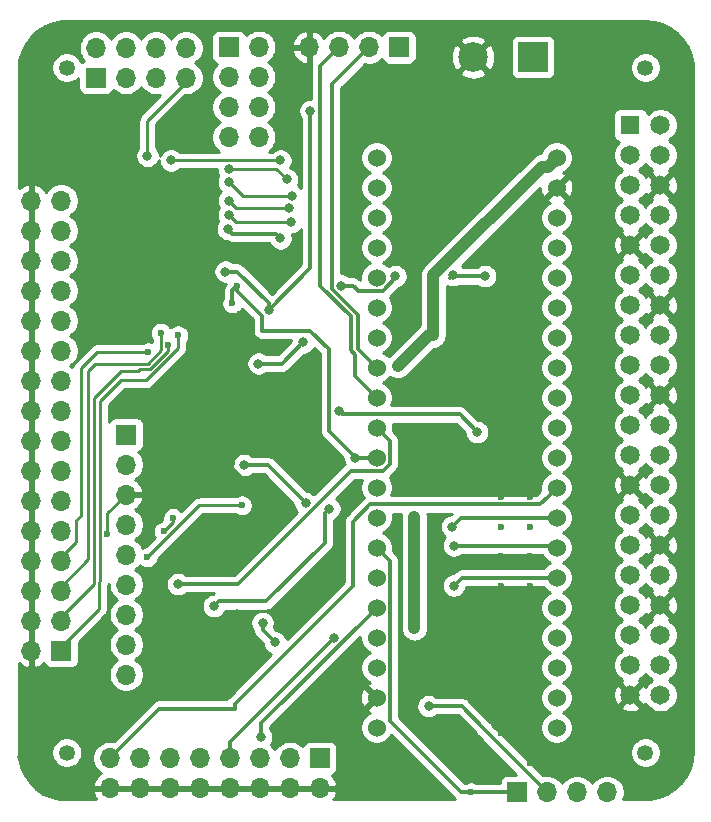
<source format=gbr>
G04 #@! TF.GenerationSoftware,KiCad,Pcbnew,5.1.5+dfsg1-2build2*
G04 #@! TF.CreationDate,2021-10-17T19:15:36+01:00*
G04 #@! TF.ProjectId,flight-controller,666c6967-6874-42d6-936f-6e74726f6c6c,rev?*
G04 #@! TF.SameCoordinates,Original*
G04 #@! TF.FileFunction,Copper,L2,Bot*
G04 #@! TF.FilePolarity,Positive*
%FSLAX46Y46*%
G04 Gerber Fmt 4.6, Leading zero omitted, Abs format (unit mm)*
G04 Created by KiCad (PCBNEW 5.1.5+dfsg1-2build2) date 2021-10-17 19:15:36*
%MOMM*%
%LPD*%
G04 APERTURE LIST*
%ADD10C,1.350000*%
%ADD11C,1.640000*%
%ADD12R,1.640000X1.640000*%
%ADD13C,2.500000*%
%ADD14R,2.500000X2.500000*%
%ADD15C,1.524000*%
%ADD16O,1.700000X1.700000*%
%ADD17R,1.700000X1.700000*%
%ADD18C,0.800000*%
%ADD19C,0.600000*%
%ADD20C,0.300000*%
%ADD21C,0.250000*%
%ADD22C,1.000000*%
%ADD23C,0.254000*%
G04 APERTURE END LIST*
D10*
X95770000Y-46130000D03*
X95770000Y-104130000D03*
X144770000Y-104130000D03*
X144770000Y-46130000D03*
D11*
X146040000Y-99260000D03*
X143500000Y-99260000D03*
X146040000Y-96720000D03*
X143500000Y-96720000D03*
X146040000Y-94180000D03*
X143500000Y-94180000D03*
X146040000Y-91640000D03*
X143500000Y-91640000D03*
X146040000Y-89100000D03*
X143500000Y-89100000D03*
X146040000Y-86560000D03*
X143500000Y-86560000D03*
X146040000Y-84020000D03*
X143500000Y-84020000D03*
X146040000Y-81480000D03*
X143500000Y-81480000D03*
X146040000Y-78940000D03*
X143500000Y-78940000D03*
X146040000Y-76400000D03*
X143500000Y-76400000D03*
X146040000Y-73860000D03*
X143500000Y-73860000D03*
X146040000Y-71320000D03*
X143500000Y-71320000D03*
X146040000Y-68780000D03*
X143500000Y-68780000D03*
X146040000Y-66240000D03*
X143500000Y-66240000D03*
X146040000Y-63700000D03*
X143500000Y-63700000D03*
X146040000Y-61160000D03*
X143500000Y-61160000D03*
X146040000Y-58620000D03*
X143500000Y-58620000D03*
X146040000Y-56080000D03*
X143500000Y-56080000D03*
X146040000Y-53540000D03*
X143500000Y-53540000D03*
X146040000Y-51000000D03*
D12*
X143500000Y-51000000D03*
D13*
X130170000Y-45250000D03*
D14*
X135250000Y-45250000D03*
D15*
X137240000Y-102010000D03*
X137240000Y-99470000D03*
X137240000Y-96930000D03*
X137240000Y-94390000D03*
X137240000Y-91850000D03*
X137240000Y-89310000D03*
X137240000Y-86770000D03*
X137240000Y-84230000D03*
X137240000Y-81690000D03*
X137240000Y-79150000D03*
X137240000Y-76610000D03*
X137240000Y-74070000D03*
X137240000Y-71530000D03*
X137240000Y-68990000D03*
X137240000Y-66450000D03*
X137240000Y-63910000D03*
X137240000Y-61370000D03*
X137240000Y-58830000D03*
X137240000Y-56290000D03*
X137240000Y-53750000D03*
X122000000Y-102010000D03*
X122000000Y-99470000D03*
X122000000Y-96930000D03*
X122000000Y-94390000D03*
X122000000Y-91850000D03*
X122000000Y-89310000D03*
X122000000Y-86770000D03*
X122000000Y-84230000D03*
X122000000Y-81690000D03*
X122000000Y-79150000D03*
X122000000Y-76610000D03*
X122000000Y-74070000D03*
X122000000Y-71530000D03*
X122000000Y-68990000D03*
X122000000Y-66450000D03*
X122000000Y-63910000D03*
X122000000Y-61370000D03*
X122000000Y-58830000D03*
X122000000Y-56290000D03*
X122000000Y-53750000D03*
D16*
X92760000Y-57400000D03*
X95300000Y-57400000D03*
X92760000Y-59940000D03*
X95300000Y-59940000D03*
X92760000Y-62480000D03*
X95300000Y-62480000D03*
X92760000Y-65020000D03*
X95300000Y-65020000D03*
X92760000Y-67560000D03*
X95300000Y-67560000D03*
X92760000Y-70100000D03*
X95300000Y-70100000D03*
X92760000Y-72640000D03*
X95300000Y-72640000D03*
X92760000Y-75180000D03*
X95300000Y-75180000D03*
X92760000Y-77720000D03*
X95300000Y-77720000D03*
X92760000Y-80260000D03*
X95300000Y-80260000D03*
X92760000Y-82800000D03*
X95300000Y-82800000D03*
X92760000Y-85340000D03*
X95300000Y-85340000D03*
X92760000Y-87880000D03*
X95300000Y-87880000D03*
X92760000Y-90420000D03*
X95300000Y-90420000D03*
X92760000Y-92960000D03*
X95300000Y-92960000D03*
X92760000Y-95500000D03*
D17*
X95300000Y-95500000D03*
D16*
X105870000Y-44460000D03*
X105870000Y-47000000D03*
X103330000Y-44460000D03*
X103330000Y-47000000D03*
X100790000Y-44460000D03*
X100790000Y-47000000D03*
X98250000Y-44460000D03*
D17*
X98250000Y-47000000D03*
D16*
X99420000Y-107140000D03*
X99420000Y-104600000D03*
X101960000Y-107140000D03*
X101960000Y-104600000D03*
X104500000Y-107140000D03*
X104500000Y-104600000D03*
X107040000Y-107140000D03*
X107040000Y-104600000D03*
X109580000Y-107140000D03*
X109580000Y-104600000D03*
X112120000Y-107140000D03*
X112120000Y-104600000D03*
X114660000Y-107140000D03*
X114660000Y-104600000D03*
X117200000Y-107140000D03*
D17*
X117200000Y-104600000D03*
D16*
X100800000Y-97520000D03*
X100800000Y-94980000D03*
X100800000Y-92440000D03*
X100800000Y-89900000D03*
X100800000Y-87360000D03*
X100800000Y-84820000D03*
X100800000Y-82280000D03*
X100800000Y-79740000D03*
D17*
X100800000Y-77200000D03*
D16*
X112040000Y-52020000D03*
X109500000Y-52020000D03*
X112040000Y-49480000D03*
X109500000Y-49480000D03*
X112040000Y-46940000D03*
X109500000Y-46940000D03*
X112040000Y-44400000D03*
D17*
X109500000Y-44400000D03*
D16*
X141520000Y-107500000D03*
X138980000Y-107500000D03*
X136440000Y-107500000D03*
D17*
X133900000Y-107500000D03*
D16*
X116280000Y-44400000D03*
X118820000Y-44400000D03*
X121360000Y-44400000D03*
D17*
X123900000Y-44400000D03*
D18*
X112349669Y-93149669D03*
X113400000Y-94800000D03*
X112855081Y-66655081D03*
X109200000Y-63400000D03*
X112000000Y-71200000D03*
X115800000Y-69400000D03*
X116400000Y-49800000D03*
D19*
X104781268Y-84276268D03*
X104000000Y-85400000D03*
X110450000Y-67000000D03*
X110000000Y-69400000D03*
X112800000Y-69600000D03*
X106000000Y-77600000D03*
X110000000Y-77400000D03*
X104000000Y-80800000D03*
D18*
X110200000Y-92400000D03*
D19*
X111200000Y-86200000D03*
X112800000Y-81400000D03*
X109800000Y-79600000D03*
X99200000Y-85600000D03*
X127500000Y-47500000D03*
X125000000Y-47500000D03*
X125000000Y-50000000D03*
X127500000Y-50000000D03*
X130170000Y-49830000D03*
X130170000Y-52330000D03*
X127500000Y-52500000D03*
X127500000Y-45000000D03*
X130170000Y-54830000D03*
X95000000Y-50000000D03*
X92500000Y-50000000D03*
X92500000Y-52500000D03*
X97500000Y-55000000D03*
X92500000Y-47500000D03*
X97500000Y-97500000D03*
X95000000Y-97500000D03*
X95000000Y-100000000D03*
X95000000Y-102500000D03*
X97500000Y-102500000D03*
X97500000Y-100000000D03*
X95000000Y-107500000D03*
X92500000Y-105000000D03*
X127500000Y-107500000D03*
X125000000Y-107500000D03*
X122500000Y-107500000D03*
X120000000Y-107500000D03*
X130000000Y-105000000D03*
X132500000Y-105000000D03*
X135000000Y-105000000D03*
X135000000Y-102500000D03*
X132500000Y-102500000D03*
X132500000Y-100000000D03*
X135000000Y-100000000D03*
X132500000Y-97500000D03*
X135000000Y-97500000D03*
X135000000Y-95000000D03*
X132500000Y-95000000D03*
X132500000Y-92500000D03*
X135000000Y-92500000D03*
X135000000Y-90000000D03*
X132500000Y-90000000D03*
X132500000Y-87500000D03*
X135000000Y-87500000D03*
X135000000Y-85000000D03*
X132500000Y-85000000D03*
X132500000Y-82500000D03*
X135000000Y-82500000D03*
X142500000Y-102500000D03*
X147500000Y-102500000D03*
X140000000Y-67500000D03*
X140000000Y-70000000D03*
X140000000Y-57500000D03*
X140000000Y-60000000D03*
D18*
X116000000Y-83000000D03*
X110800000Y-79800000D03*
D19*
X110200000Y-64600000D03*
X109800000Y-66100000D03*
X102600000Y-87600000D03*
D18*
X120200000Y-79200000D03*
D19*
X110593092Y-83206908D03*
D18*
X105200000Y-89872501D03*
X118000000Y-83480000D03*
X108221985Y-91724749D03*
X130525000Y-77000000D03*
X118800000Y-75200000D03*
X126400000Y-100200000D03*
D19*
X130000000Y-107500000D03*
D18*
X128400000Y-85000000D03*
X128549990Y-86600000D03*
X128549990Y-90000000D03*
X118394669Y-94394669D03*
X112200000Y-102800000D03*
X102600000Y-53600000D03*
X114787347Y-59212653D03*
X109499999Y-58600000D03*
X114400000Y-55600000D03*
X109499999Y-54725000D03*
X114800000Y-57000000D03*
X109499999Y-55800000D03*
X109499999Y-57400000D03*
X114600000Y-58000000D03*
X125200000Y-93600000D03*
X125200000Y-84200000D03*
X123800000Y-71400000D03*
X113861501Y-54000000D03*
X104600000Y-54000000D03*
X109400000Y-59800000D03*
X131200000Y-63800000D03*
X113861501Y-60600000D03*
X119000000Y-64587999D03*
X123600000Y-63800000D03*
X128475919Y-63675919D03*
D19*
X102641942Y-70241942D03*
X103725000Y-68600000D03*
X104350000Y-69600000D03*
X105200000Y-68800000D03*
D20*
X112349669Y-93749669D02*
X113400000Y-94800000D01*
X112349669Y-93149669D02*
X112349669Y-93749669D01*
X110165685Y-63400000D02*
X109200000Y-63400000D01*
X112855081Y-66089396D02*
X110165685Y-63400000D01*
X112855081Y-66655081D02*
X112855081Y-66089396D01*
X114000000Y-71200000D02*
X115800000Y-69400000D01*
X112000000Y-71200000D02*
X114000000Y-71200000D01*
X116400000Y-63110162D02*
X116400000Y-49800000D01*
X112855081Y-66655081D02*
X116400000Y-63110162D01*
D21*
X104781268Y-84618732D02*
X104000000Y-85400000D01*
X104781268Y-84276268D02*
X104781268Y-84618732D01*
X112800000Y-84600000D02*
X111200000Y-86200000D01*
X112800000Y-81400000D02*
X112800000Y-84600000D01*
X109800000Y-77600000D02*
X110000000Y-77400000D01*
X109800000Y-79600000D02*
X109800000Y-77600000D01*
X109800000Y-80024264D02*
X109800000Y-79600000D01*
X111175736Y-81400000D02*
X109800000Y-80024264D01*
X112800000Y-81400000D02*
X111175736Y-81400000D01*
X106000000Y-78800000D02*
X104000000Y-80800000D01*
X106000000Y-77600000D02*
X106000000Y-78800000D01*
X99200000Y-83880000D02*
X99200000Y-85600000D01*
X100800000Y-82280000D02*
X99200000Y-83880000D01*
D20*
X116000000Y-83000000D02*
X113800000Y-80800000D01*
X112800000Y-79800000D02*
X113800000Y-80800000D01*
X110800000Y-79800000D02*
X112800000Y-79800000D01*
X110200000Y-64600000D02*
X109800000Y-65000000D01*
X116400000Y-68400000D02*
X118000000Y-70000000D01*
X118000000Y-76900000D02*
X120250000Y-79150000D01*
X118000000Y-70000000D02*
X118000000Y-76900000D01*
X120250000Y-79150000D02*
X122000000Y-79150000D01*
D21*
X109603070Y-83206908D02*
X110593092Y-83206908D01*
X106993092Y-83206908D02*
X109603070Y-83206908D01*
X102600000Y-87600000D02*
X106993092Y-83206908D01*
D20*
X109800000Y-65000000D02*
X109800000Y-66100000D01*
X110200000Y-65024264D02*
X110200000Y-64600000D01*
X112300000Y-68400000D02*
X112300000Y-67124264D01*
X112300000Y-67124264D02*
X110200000Y-65024264D01*
X112300000Y-68400000D02*
X116400000Y-68400000D01*
X123112001Y-77722001D02*
X122761999Y-77371999D01*
X122761999Y-77371999D02*
X122000000Y-76610000D01*
X123112001Y-79683761D02*
X123112001Y-77722001D01*
X122533761Y-80262001D02*
X123112001Y-79683761D01*
X119848001Y-80262001D02*
X122533761Y-80262001D01*
X110237501Y-89872501D02*
X119848001Y-80262001D01*
X105200000Y-89872501D02*
X110237501Y-89872501D01*
X117600001Y-83879999D02*
X117600001Y-86399999D01*
X118000000Y-83480000D02*
X117600001Y-83879999D01*
X112675250Y-91324750D02*
X117600001Y-86399999D01*
X108621984Y-91324750D02*
X112675250Y-91324750D01*
X108221985Y-91724749D02*
X108621984Y-91324750D01*
X119097999Y-75497999D02*
X118800000Y-75200000D01*
X129022999Y-75497999D02*
X119097999Y-75497999D01*
X130525000Y-77000000D02*
X129022999Y-75497999D01*
X122000000Y-74070000D02*
X120200000Y-72270000D01*
X119800000Y-70037120D02*
X119800000Y-67205121D01*
X120200000Y-70437120D02*
X119800000Y-70037120D01*
X120200000Y-72270000D02*
X120200000Y-70437120D01*
X119800000Y-67205121D02*
X117210001Y-64615122D01*
X117210001Y-46009999D02*
X118820000Y-44400000D01*
X117210001Y-48389999D02*
X117210001Y-46009999D01*
X117210001Y-64615122D02*
X117210001Y-48389999D01*
X118200000Y-47560000D02*
X121360000Y-44400000D01*
X118200000Y-64898001D02*
X118200000Y-47560000D01*
X120400000Y-67098001D02*
X118200000Y-64898001D01*
X120400000Y-69930000D02*
X120400000Y-67098001D01*
X122000000Y-71530000D02*
X120400000Y-69930000D01*
X129200000Y-100200000D02*
X126400000Y-100200000D01*
X131109669Y-102169669D02*
X131109669Y-102109669D01*
X131109669Y-102109669D02*
X129200000Y-100200000D01*
X136440000Y-107500000D02*
X131109669Y-102169669D01*
X123112001Y-87882001D02*
X122761999Y-87531999D01*
X123112001Y-101422003D02*
X123112001Y-87882001D01*
X129189998Y-107500000D02*
X123112001Y-101422003D01*
X122761999Y-87531999D02*
X122000000Y-86770000D01*
X133900000Y-107500000D02*
X130000000Y-107500000D01*
X130000000Y-107500000D02*
X129189998Y-107500000D01*
X136478001Y-82451999D02*
X137240000Y-81690000D01*
X121466239Y-83117999D02*
X135812001Y-83117999D01*
X120000000Y-84584238D02*
X121466239Y-83117999D01*
X120000000Y-90000000D02*
X120000000Y-84584238D01*
X110000000Y-100400000D02*
X110000000Y-100000000D01*
X110000000Y-100000000D02*
X120000000Y-90000000D01*
X103620000Y-100400000D02*
X110000000Y-100400000D01*
X135812001Y-83117999D02*
X136478001Y-82451999D01*
X99420000Y-104600000D02*
X103620000Y-100400000D01*
X129170000Y-84230000D02*
X137240000Y-84230000D01*
X128400000Y-85000000D02*
X129170000Y-84230000D01*
X137070000Y-86600000D02*
X137240000Y-86770000D01*
X128549990Y-86600000D02*
X137070000Y-86600000D01*
X129239990Y-89310000D02*
X137240000Y-89310000D01*
X128549990Y-90000000D02*
X129239990Y-89310000D01*
X109580000Y-103209338D02*
X118394669Y-94394669D01*
X109580000Y-104600000D02*
X109580000Y-103209338D01*
X112200000Y-101650000D02*
X122000000Y-91850000D01*
X112200000Y-102800000D02*
X112200000Y-101650000D01*
D21*
X114787347Y-59212653D02*
X110112652Y-59212653D01*
X102600000Y-53600000D02*
X102600000Y-50620000D01*
X110112652Y-59212653D02*
X109499999Y-58600000D01*
X102600000Y-50620000D02*
X106220000Y-47000000D01*
X113525000Y-54725000D02*
X109499999Y-54725000D01*
X114400000Y-55600000D02*
X113525000Y-54725000D01*
X110699999Y-57000000D02*
X109499999Y-55800000D01*
X114800000Y-57000000D02*
X110699999Y-57000000D01*
X110099999Y-58000000D02*
X114600000Y-58000000D01*
X109499999Y-57400000D02*
X110099999Y-58000000D01*
D22*
X126400000Y-68800000D02*
X123800000Y-71400000D01*
X126800000Y-63723836D02*
X126800000Y-68800000D01*
X136011837Y-54511999D02*
X126800000Y-63723836D01*
X136478001Y-54511999D02*
X136011837Y-54511999D01*
X126800000Y-68800000D02*
X126400000Y-68800000D01*
X137240000Y-53750000D02*
X136478001Y-54511999D01*
X125200000Y-84200000D02*
X125200000Y-93600000D01*
D21*
X113861501Y-54000000D02*
X104600000Y-54000000D01*
D20*
X109799999Y-60199999D02*
X109400000Y-59800000D01*
X128351838Y-63800000D02*
X128241838Y-63910000D01*
X131200000Y-63800000D02*
X128351838Y-63800000D01*
X113461501Y-60200000D02*
X113861501Y-60600000D01*
X109800000Y-60200000D02*
X113461501Y-60200000D01*
D21*
X109400000Y-59800000D02*
X109800000Y-60200000D01*
D20*
X119000000Y-64587999D02*
X119987999Y-64587999D01*
X119987999Y-64587999D02*
X120400000Y-65000000D01*
X123600000Y-63955762D02*
X123600000Y-63800000D01*
X122533761Y-65022001D02*
X123600000Y-63955762D01*
X120422001Y-65022001D02*
X122533761Y-65022001D01*
X120400000Y-65000000D02*
X120422001Y-65022001D01*
D21*
X102641942Y-70241942D02*
X98358058Y-70241942D01*
X98358058Y-70241942D02*
X97000000Y-71600000D01*
X96189999Y-86630001D02*
X95340000Y-87480000D01*
X96515001Y-86304999D02*
X96189999Y-86630001D01*
X97000000Y-84000000D02*
X96515001Y-84484999D01*
X96515001Y-84484999D02*
X96515001Y-86304999D01*
X97000000Y-71600000D02*
X97000000Y-84000000D01*
X103725000Y-70083886D02*
X102608886Y-71200000D01*
X103725000Y-68600000D02*
X103725000Y-70083886D01*
X102608886Y-71200000D02*
X98200000Y-71200000D01*
X98200000Y-71200000D02*
X97600000Y-71800000D01*
X97600000Y-87760000D02*
X95340000Y-90020000D01*
X97600000Y-71800000D02*
X97600000Y-87760000D01*
X104350000Y-70095296D02*
X102795286Y-71650010D01*
X104350000Y-69600000D02*
X104350000Y-70095296D01*
X101949990Y-71650010D02*
X101800000Y-71800000D01*
X102795286Y-71650010D02*
X101949990Y-71650010D01*
X101800000Y-71800000D02*
X100400000Y-71800000D01*
X96189999Y-91710001D02*
X95340000Y-92560000D01*
X98050009Y-89849991D02*
X96189999Y-91710001D01*
X98050009Y-74149991D02*
X98050009Y-89849991D01*
X100400000Y-71800000D02*
X98050009Y-74149991D01*
X105200000Y-69881706D02*
X102481706Y-72600000D01*
X105200000Y-68800000D02*
X105200000Y-69881706D01*
X100400000Y-72600000D02*
X98600000Y-74400000D01*
X102481706Y-72600000D02*
X100400000Y-72600000D01*
X98500019Y-91939981D02*
X96189999Y-94250001D01*
X98500019Y-89699981D02*
X98500019Y-91939981D01*
X98600000Y-89600000D02*
X98500019Y-89699981D01*
X96189999Y-94250001D02*
X95340000Y-95100000D01*
X98600000Y-74400000D02*
X98600000Y-89600000D01*
D23*
G36*
X145488431Y-42265779D02*
G01*
X146202129Y-42467064D01*
X146867204Y-42795042D01*
X147461364Y-43238723D01*
X147964723Y-43783252D01*
X148360422Y-44410398D01*
X148635207Y-45099149D01*
X148782554Y-45839916D01*
X148805001Y-46268227D01*
X148805000Y-103968141D01*
X148734220Y-104738431D01*
X148532937Y-105452128D01*
X148204958Y-106117204D01*
X147761278Y-106711364D01*
X147216745Y-107214725D01*
X146589600Y-107610424D01*
X145900849Y-107885207D01*
X145160084Y-108032554D01*
X144713626Y-108055952D01*
X144587755Y-108074203D01*
X144541216Y-108090001D01*
X142882966Y-108090001D01*
X142947932Y-107933158D01*
X143005000Y-107646260D01*
X143005000Y-107353740D01*
X142947932Y-107066842D01*
X142835990Y-106796589D01*
X142673475Y-106553368D01*
X142466632Y-106346525D01*
X142223411Y-106184010D01*
X141953158Y-106072068D01*
X141666260Y-106015000D01*
X141373740Y-106015000D01*
X141086842Y-106072068D01*
X140816589Y-106184010D01*
X140573368Y-106346525D01*
X140366525Y-106553368D01*
X140250000Y-106727760D01*
X140133475Y-106553368D01*
X139926632Y-106346525D01*
X139683411Y-106184010D01*
X139413158Y-106072068D01*
X139126260Y-106015000D01*
X138833740Y-106015000D01*
X138546842Y-106072068D01*
X138276589Y-106184010D01*
X138033368Y-106346525D01*
X137826525Y-106553368D01*
X137710000Y-106727760D01*
X137593475Y-106553368D01*
X137386632Y-106346525D01*
X137143411Y-106184010D01*
X136873158Y-106072068D01*
X136586260Y-106015000D01*
X136293740Y-106015000D01*
X136103082Y-106052924D01*
X134051134Y-104000976D01*
X143460000Y-104000976D01*
X143460000Y-104259024D01*
X143510342Y-104512113D01*
X143609093Y-104750518D01*
X143752456Y-104965077D01*
X143934923Y-105147544D01*
X144149482Y-105290907D01*
X144387887Y-105389658D01*
X144640976Y-105440000D01*
X144899024Y-105440000D01*
X145152113Y-105389658D01*
X145390518Y-105290907D01*
X145605077Y-105147544D01*
X145787544Y-104965077D01*
X145930907Y-104750518D01*
X146029658Y-104512113D01*
X146080000Y-104259024D01*
X146080000Y-104000976D01*
X146029658Y-103747887D01*
X145930907Y-103509482D01*
X145787544Y-103294923D01*
X145605077Y-103112456D01*
X145390518Y-102969093D01*
X145152113Y-102870342D01*
X144899024Y-102820000D01*
X144640976Y-102820000D01*
X144387887Y-102870342D01*
X144149482Y-102969093D01*
X143934923Y-103112456D01*
X143752456Y-103294923D01*
X143609093Y-103509482D01*
X143510342Y-103747887D01*
X143460000Y-104000976D01*
X134051134Y-104000976D01*
X131815982Y-101765825D01*
X131765530Y-101671436D01*
X131716292Y-101611439D01*
X131667433Y-101551905D01*
X131637479Y-101527322D01*
X129782347Y-99672190D01*
X129757764Y-99642236D01*
X129638233Y-99544138D01*
X129501860Y-99471246D01*
X129353887Y-99426359D01*
X129238561Y-99415000D01*
X129238553Y-99415000D01*
X129200000Y-99411203D01*
X129161447Y-99415000D01*
X127078711Y-99415000D01*
X127059774Y-99396063D01*
X126890256Y-99282795D01*
X126701898Y-99204774D01*
X126501939Y-99165000D01*
X126298061Y-99165000D01*
X126098102Y-99204774D01*
X125909744Y-99282795D01*
X125740226Y-99396063D01*
X125596063Y-99540226D01*
X125482795Y-99709744D01*
X125404774Y-99898102D01*
X125365000Y-100098061D01*
X125365000Y-100301939D01*
X125404774Y-100501898D01*
X125482795Y-100690256D01*
X125596063Y-100859774D01*
X125740226Y-101003937D01*
X125909744Y-101117205D01*
X126098102Y-101195226D01*
X126298061Y-101235000D01*
X126501939Y-101235000D01*
X126701898Y-101195226D01*
X126890256Y-101117205D01*
X127059774Y-101003937D01*
X127078711Y-100985000D01*
X128874843Y-100985000D01*
X130403356Y-102513513D01*
X130453807Y-102607901D01*
X130551905Y-102727433D01*
X130581859Y-102752016D01*
X133841770Y-106011928D01*
X133050000Y-106011928D01*
X132925518Y-106024188D01*
X132805820Y-106060498D01*
X132695506Y-106119463D01*
X132598815Y-106198815D01*
X132519463Y-106295506D01*
X132460498Y-106405820D01*
X132424188Y-106525518D01*
X132411928Y-106650000D01*
X132411928Y-106715000D01*
X130508120Y-106715000D01*
X130442889Y-106671414D01*
X130272729Y-106600932D01*
X130092089Y-106565000D01*
X129907911Y-106565000D01*
X129727271Y-106600932D01*
X129557111Y-106671414D01*
X129505832Y-106705677D01*
X123897001Y-101096846D01*
X123897001Y-87920557D01*
X123900798Y-87882001D01*
X123897001Y-87843445D01*
X123897001Y-87843440D01*
X123892460Y-87797333D01*
X123885643Y-87728114D01*
X123840755Y-87580141D01*
X123833721Y-87566982D01*
X123767863Y-87443768D01*
X123669765Y-87324237D01*
X123639806Y-87299650D01*
X123372238Y-87032081D01*
X123397000Y-86907592D01*
X123397000Y-86632408D01*
X123343314Y-86362510D01*
X123238005Y-86108273D01*
X123085120Y-85879465D01*
X122890535Y-85684880D01*
X122661727Y-85531995D01*
X122584485Y-85500000D01*
X122661727Y-85468005D01*
X122890535Y-85315120D01*
X123085120Y-85120535D01*
X123238005Y-84891727D01*
X123343314Y-84637490D01*
X123397000Y-84367592D01*
X123397000Y-84092408D01*
X123359324Y-83902999D01*
X124104023Y-83902999D01*
X124081423Y-83977502D01*
X124065000Y-84144249D01*
X124065001Y-93655752D01*
X124081424Y-93822499D01*
X124146325Y-94036447D01*
X124251717Y-94233623D01*
X124393552Y-94406449D01*
X124566378Y-94548284D01*
X124763554Y-94653676D01*
X124977502Y-94718577D01*
X125200000Y-94740491D01*
X125422499Y-94718577D01*
X125636447Y-94653676D01*
X125833623Y-94548284D01*
X126006449Y-94406449D01*
X126148284Y-94233623D01*
X126253676Y-94036447D01*
X126318577Y-93822499D01*
X126335000Y-93655752D01*
X126335000Y-84144248D01*
X126318577Y-83977501D01*
X126295977Y-83902999D01*
X128386843Y-83902999D01*
X128324842Y-83965000D01*
X128298061Y-83965000D01*
X128098102Y-84004774D01*
X127909744Y-84082795D01*
X127740226Y-84196063D01*
X127596063Y-84340226D01*
X127482795Y-84509744D01*
X127404774Y-84698102D01*
X127365000Y-84898061D01*
X127365000Y-85101939D01*
X127404774Y-85301898D01*
X127482795Y-85490256D01*
X127596063Y-85659774D01*
X127740226Y-85803937D01*
X127825418Y-85860861D01*
X127746053Y-85940226D01*
X127632785Y-86109744D01*
X127554764Y-86298102D01*
X127514990Y-86498061D01*
X127514990Y-86701939D01*
X127554764Y-86901898D01*
X127632785Y-87090256D01*
X127746053Y-87259774D01*
X127890216Y-87403937D01*
X128059734Y-87517205D01*
X128248092Y-87595226D01*
X128448051Y-87635000D01*
X128651929Y-87635000D01*
X128851888Y-87595226D01*
X129040246Y-87517205D01*
X129209764Y-87403937D01*
X129228701Y-87385000D01*
X135982640Y-87385000D01*
X136001995Y-87431727D01*
X136154880Y-87660535D01*
X136349465Y-87855120D01*
X136578273Y-88008005D01*
X136655515Y-88040000D01*
X136578273Y-88071995D01*
X136349465Y-88224880D01*
X136154880Y-88419465D01*
X136084364Y-88525000D01*
X129278542Y-88525000D01*
X129239989Y-88521203D01*
X129201436Y-88525000D01*
X129201429Y-88525000D01*
X129100480Y-88534943D01*
X129086102Y-88536359D01*
X129051662Y-88546806D01*
X128938130Y-88581246D01*
X128801757Y-88654138D01*
X128775616Y-88675592D01*
X128712177Y-88727655D01*
X128712174Y-88727658D01*
X128682226Y-88752236D01*
X128657647Y-88782185D01*
X128474832Y-88965000D01*
X128448051Y-88965000D01*
X128248092Y-89004774D01*
X128059734Y-89082795D01*
X127890216Y-89196063D01*
X127746053Y-89340226D01*
X127632785Y-89509744D01*
X127554764Y-89698102D01*
X127514990Y-89898061D01*
X127514990Y-90101939D01*
X127554764Y-90301898D01*
X127632785Y-90490256D01*
X127746053Y-90659774D01*
X127890216Y-90803937D01*
X128059734Y-90917205D01*
X128248092Y-90995226D01*
X128448051Y-91035000D01*
X128651929Y-91035000D01*
X128851888Y-90995226D01*
X129040246Y-90917205D01*
X129209764Y-90803937D01*
X129353927Y-90659774D01*
X129467195Y-90490256D01*
X129545216Y-90301898D01*
X129584990Y-90101939D01*
X129584990Y-90095000D01*
X136084364Y-90095000D01*
X136154880Y-90200535D01*
X136349465Y-90395120D01*
X136578273Y-90548005D01*
X136655515Y-90580000D01*
X136578273Y-90611995D01*
X136349465Y-90764880D01*
X136154880Y-90959465D01*
X136001995Y-91188273D01*
X135896686Y-91442510D01*
X135843000Y-91712408D01*
X135843000Y-91987592D01*
X135896686Y-92257490D01*
X136001995Y-92511727D01*
X136154880Y-92740535D01*
X136349465Y-92935120D01*
X136578273Y-93088005D01*
X136655515Y-93120000D01*
X136578273Y-93151995D01*
X136349465Y-93304880D01*
X136154880Y-93499465D01*
X136001995Y-93728273D01*
X135896686Y-93982510D01*
X135843000Y-94252408D01*
X135843000Y-94527592D01*
X135896686Y-94797490D01*
X136001995Y-95051727D01*
X136154880Y-95280535D01*
X136349465Y-95475120D01*
X136578273Y-95628005D01*
X136655515Y-95660000D01*
X136578273Y-95691995D01*
X136349465Y-95844880D01*
X136154880Y-96039465D01*
X136001995Y-96268273D01*
X135896686Y-96522510D01*
X135843000Y-96792408D01*
X135843000Y-97067592D01*
X135896686Y-97337490D01*
X136001995Y-97591727D01*
X136154880Y-97820535D01*
X136349465Y-98015120D01*
X136578273Y-98168005D01*
X136655515Y-98200000D01*
X136578273Y-98231995D01*
X136349465Y-98384880D01*
X136154880Y-98579465D01*
X136001995Y-98808273D01*
X135896686Y-99062510D01*
X135843000Y-99332408D01*
X135843000Y-99607592D01*
X135896686Y-99877490D01*
X136001995Y-100131727D01*
X136154880Y-100360535D01*
X136349465Y-100555120D01*
X136578273Y-100708005D01*
X136655515Y-100740000D01*
X136578273Y-100771995D01*
X136349465Y-100924880D01*
X136154880Y-101119465D01*
X136001995Y-101348273D01*
X135896686Y-101602510D01*
X135843000Y-101872408D01*
X135843000Y-102147592D01*
X135896686Y-102417490D01*
X136001995Y-102671727D01*
X136154880Y-102900535D01*
X136349465Y-103095120D01*
X136578273Y-103248005D01*
X136832510Y-103353314D01*
X137102408Y-103407000D01*
X137377592Y-103407000D01*
X137647490Y-103353314D01*
X137901727Y-103248005D01*
X138130535Y-103095120D01*
X138325120Y-102900535D01*
X138478005Y-102671727D01*
X138583314Y-102417490D01*
X138637000Y-102147592D01*
X138637000Y-101872408D01*
X138583314Y-101602510D01*
X138478005Y-101348273D01*
X138325120Y-101119465D01*
X138130535Y-100924880D01*
X137901727Y-100771995D01*
X137824485Y-100740000D01*
X137901727Y-100708005D01*
X138130535Y-100555120D01*
X138325120Y-100360535D01*
X138387630Y-100266982D01*
X142672624Y-100266982D01*
X142746627Y-100512993D01*
X143005550Y-100635893D01*
X143283474Y-100705917D01*
X143569719Y-100720376D01*
X143853285Y-100678714D01*
X144123275Y-100582532D01*
X144253373Y-100512993D01*
X144327376Y-100266982D01*
X143500000Y-99439605D01*
X142672624Y-100266982D01*
X138387630Y-100266982D01*
X138478005Y-100131727D01*
X138583314Y-99877490D01*
X138637000Y-99607592D01*
X138637000Y-99332408D01*
X138636466Y-99329719D01*
X142039624Y-99329719D01*
X142081286Y-99613285D01*
X142177468Y-99883275D01*
X142247007Y-100013373D01*
X142493018Y-100087376D01*
X143320395Y-99260000D01*
X142493018Y-98432624D01*
X142247007Y-98506627D01*
X142124107Y-98765550D01*
X142054083Y-99043474D01*
X142039624Y-99329719D01*
X138636466Y-99329719D01*
X138583314Y-99062510D01*
X138478005Y-98808273D01*
X138325120Y-98579465D01*
X138130535Y-98384880D01*
X137901727Y-98231995D01*
X137824485Y-98200000D01*
X137901727Y-98168005D01*
X138130535Y-98015120D01*
X138325120Y-97820535D01*
X138478005Y-97591727D01*
X138583314Y-97337490D01*
X138637000Y-97067592D01*
X138637000Y-96792408D01*
X138583314Y-96522510D01*
X138478005Y-96268273D01*
X138325120Y-96039465D01*
X138130535Y-95844880D01*
X137901727Y-95691995D01*
X137824485Y-95660000D01*
X137901727Y-95628005D01*
X138130535Y-95475120D01*
X138325120Y-95280535D01*
X138478005Y-95051727D01*
X138583314Y-94797490D01*
X138637000Y-94527592D01*
X138637000Y-94252408D01*
X138583314Y-93982510D01*
X138478005Y-93728273D01*
X138325120Y-93499465D01*
X138130535Y-93304880D01*
X137901727Y-93151995D01*
X137824485Y-93120000D01*
X137901727Y-93088005D01*
X138130535Y-92935120D01*
X138325120Y-92740535D01*
X138478005Y-92511727D01*
X138583314Y-92257490D01*
X138637000Y-91987592D01*
X138637000Y-91712408D01*
X138583314Y-91442510D01*
X138478005Y-91188273D01*
X138325120Y-90959465D01*
X138130535Y-90764880D01*
X137901727Y-90611995D01*
X137824485Y-90580000D01*
X137901727Y-90548005D01*
X138130535Y-90395120D01*
X138325120Y-90200535D01*
X138478005Y-89971727D01*
X138583314Y-89717490D01*
X138637000Y-89447592D01*
X138637000Y-89172408D01*
X138583314Y-88902510D01*
X138478005Y-88648273D01*
X138325120Y-88419465D01*
X138130535Y-88224880D01*
X137901727Y-88071995D01*
X137824485Y-88040000D01*
X137901727Y-88008005D01*
X138130535Y-87855120D01*
X138325120Y-87660535D01*
X138478005Y-87431727D01*
X138583314Y-87177490D01*
X138637000Y-86907592D01*
X138637000Y-86632408D01*
X138583314Y-86362510D01*
X138478005Y-86108273D01*
X138325120Y-85879465D01*
X138130535Y-85684880D01*
X137901727Y-85531995D01*
X137824485Y-85500000D01*
X137901727Y-85468005D01*
X138130535Y-85315120D01*
X138325120Y-85120535D01*
X138478005Y-84891727D01*
X138583314Y-84637490D01*
X138637000Y-84367592D01*
X138637000Y-84092408D01*
X138583314Y-83822510D01*
X138478005Y-83568273D01*
X138325120Y-83339465D01*
X138130535Y-83144880D01*
X137901727Y-82991995D01*
X137824485Y-82960000D01*
X137901727Y-82928005D01*
X138130535Y-82775120D01*
X138325120Y-82580535D01*
X138478005Y-82351727D01*
X138583314Y-82097490D01*
X138637000Y-81827592D01*
X138637000Y-81552408D01*
X138636466Y-81549719D01*
X142039624Y-81549719D01*
X142081286Y-81833285D01*
X142177468Y-82103275D01*
X142247007Y-82233373D01*
X142493018Y-82307376D01*
X143320395Y-81480000D01*
X142493018Y-80652624D01*
X142247007Y-80726627D01*
X142124107Y-80985550D01*
X142054083Y-81263474D01*
X142039624Y-81549719D01*
X138636466Y-81549719D01*
X138583314Y-81282510D01*
X138478005Y-81028273D01*
X138325120Y-80799465D01*
X138130535Y-80604880D01*
X137901727Y-80451995D01*
X137824485Y-80420000D01*
X137901727Y-80388005D01*
X138130535Y-80235120D01*
X138325120Y-80040535D01*
X138478005Y-79811727D01*
X138583314Y-79557490D01*
X138637000Y-79287592D01*
X138637000Y-79012408D01*
X138583314Y-78742510D01*
X138478005Y-78488273D01*
X138325120Y-78259465D01*
X138130535Y-78064880D01*
X137901727Y-77911995D01*
X137824485Y-77880000D01*
X137901727Y-77848005D01*
X138130535Y-77695120D01*
X138325120Y-77500535D01*
X138478005Y-77271727D01*
X138583314Y-77017490D01*
X138637000Y-76747592D01*
X138637000Y-76472408D01*
X138583314Y-76202510D01*
X138478005Y-75948273D01*
X138325120Y-75719465D01*
X138130535Y-75524880D01*
X137901727Y-75371995D01*
X137824485Y-75340000D01*
X137901727Y-75308005D01*
X138130535Y-75155120D01*
X138325120Y-74960535D01*
X138478005Y-74731727D01*
X138583314Y-74477490D01*
X138637000Y-74207592D01*
X138637000Y-73932408D01*
X138583314Y-73662510D01*
X138478005Y-73408273D01*
X138325120Y-73179465D01*
X138130535Y-72984880D01*
X137901727Y-72831995D01*
X137824485Y-72800000D01*
X137901727Y-72768005D01*
X138130535Y-72615120D01*
X138325120Y-72420535D01*
X138478005Y-72191727D01*
X138583314Y-71937490D01*
X138637000Y-71667592D01*
X138637000Y-71392408D01*
X138583314Y-71122510D01*
X138478005Y-70868273D01*
X138325120Y-70639465D01*
X138130535Y-70444880D01*
X137901727Y-70291995D01*
X137824485Y-70260000D01*
X137901727Y-70228005D01*
X138130535Y-70075120D01*
X138325120Y-69880535D01*
X138478005Y-69651727D01*
X138583314Y-69397490D01*
X138637000Y-69127592D01*
X138637000Y-68852408D01*
X138583314Y-68582510D01*
X138478005Y-68328273D01*
X138325120Y-68099465D01*
X138130535Y-67904880D01*
X137901727Y-67751995D01*
X137824485Y-67720000D01*
X137901727Y-67688005D01*
X138130535Y-67535120D01*
X138325120Y-67340535D01*
X138478005Y-67111727D01*
X138583314Y-66857490D01*
X138637000Y-66587592D01*
X138637000Y-66312408D01*
X138583314Y-66042510D01*
X138478005Y-65788273D01*
X138325120Y-65559465D01*
X138130535Y-65364880D01*
X137901727Y-65211995D01*
X137824485Y-65180000D01*
X137901727Y-65148005D01*
X138130535Y-64995120D01*
X138325120Y-64800535D01*
X138478005Y-64571727D01*
X138583314Y-64317490D01*
X138637000Y-64047592D01*
X138637000Y-63772408D01*
X138583314Y-63502510D01*
X138478005Y-63248273D01*
X138325120Y-63019465D01*
X138130535Y-62824880D01*
X137901727Y-62671995D01*
X137824485Y-62640000D01*
X137901727Y-62608005D01*
X138130535Y-62455120D01*
X138325120Y-62260535D01*
X138478005Y-62031727D01*
X138583314Y-61777490D01*
X138637000Y-61507592D01*
X138637000Y-61232408D01*
X138636466Y-61229719D01*
X142039624Y-61229719D01*
X142081286Y-61513285D01*
X142177468Y-61783275D01*
X142247007Y-61913373D01*
X142493018Y-61987376D01*
X143320395Y-61160000D01*
X142493018Y-60332624D01*
X142247007Y-60406627D01*
X142124107Y-60665550D01*
X142054083Y-60943474D01*
X142039624Y-61229719D01*
X138636466Y-61229719D01*
X138583314Y-60962510D01*
X138478005Y-60708273D01*
X138325120Y-60479465D01*
X138130535Y-60284880D01*
X137901727Y-60131995D01*
X137824485Y-60100000D01*
X137901727Y-60068005D01*
X138130535Y-59915120D01*
X138325120Y-59720535D01*
X138478005Y-59491727D01*
X138583314Y-59237490D01*
X138637000Y-58967592D01*
X138637000Y-58692408D01*
X138583314Y-58422510D01*
X138478005Y-58168273D01*
X138325120Y-57939465D01*
X138130535Y-57744880D01*
X137901727Y-57591995D01*
X137830057Y-57562308D01*
X137843023Y-57557636D01*
X137958980Y-57495656D01*
X138025960Y-57255565D01*
X137240000Y-56469605D01*
X136454040Y-57255565D01*
X136521020Y-57495656D01*
X136656760Y-57559485D01*
X136578273Y-57591995D01*
X136349465Y-57744880D01*
X136154880Y-57939465D01*
X136001995Y-58168273D01*
X135896686Y-58422510D01*
X135843000Y-58692408D01*
X135843000Y-58967592D01*
X135896686Y-59237490D01*
X136001995Y-59491727D01*
X136154880Y-59720535D01*
X136349465Y-59915120D01*
X136578273Y-60068005D01*
X136655515Y-60100000D01*
X136578273Y-60131995D01*
X136349465Y-60284880D01*
X136154880Y-60479465D01*
X136001995Y-60708273D01*
X135896686Y-60962510D01*
X135843000Y-61232408D01*
X135843000Y-61507592D01*
X135896686Y-61777490D01*
X136001995Y-62031727D01*
X136154880Y-62260535D01*
X136349465Y-62455120D01*
X136578273Y-62608005D01*
X136655515Y-62640000D01*
X136578273Y-62671995D01*
X136349465Y-62824880D01*
X136154880Y-63019465D01*
X136001995Y-63248273D01*
X135896686Y-63502510D01*
X135843000Y-63772408D01*
X135843000Y-64047592D01*
X135896686Y-64317490D01*
X136001995Y-64571727D01*
X136154880Y-64800535D01*
X136349465Y-64995120D01*
X136578273Y-65148005D01*
X136655515Y-65180000D01*
X136578273Y-65211995D01*
X136349465Y-65364880D01*
X136154880Y-65559465D01*
X136001995Y-65788273D01*
X135896686Y-66042510D01*
X135843000Y-66312408D01*
X135843000Y-66587592D01*
X135896686Y-66857490D01*
X136001995Y-67111727D01*
X136154880Y-67340535D01*
X136349465Y-67535120D01*
X136578273Y-67688005D01*
X136655515Y-67720000D01*
X136578273Y-67751995D01*
X136349465Y-67904880D01*
X136154880Y-68099465D01*
X136001995Y-68328273D01*
X135896686Y-68582510D01*
X135843000Y-68852408D01*
X135843000Y-69127592D01*
X135896686Y-69397490D01*
X136001995Y-69651727D01*
X136154880Y-69880535D01*
X136349465Y-70075120D01*
X136578273Y-70228005D01*
X136655515Y-70260000D01*
X136578273Y-70291995D01*
X136349465Y-70444880D01*
X136154880Y-70639465D01*
X136001995Y-70868273D01*
X135896686Y-71122510D01*
X135843000Y-71392408D01*
X135843000Y-71667592D01*
X135896686Y-71937490D01*
X136001995Y-72191727D01*
X136154880Y-72420535D01*
X136349465Y-72615120D01*
X136578273Y-72768005D01*
X136655515Y-72800000D01*
X136578273Y-72831995D01*
X136349465Y-72984880D01*
X136154880Y-73179465D01*
X136001995Y-73408273D01*
X135896686Y-73662510D01*
X135843000Y-73932408D01*
X135843000Y-74207592D01*
X135896686Y-74477490D01*
X136001995Y-74731727D01*
X136154880Y-74960535D01*
X136349465Y-75155120D01*
X136578273Y-75308005D01*
X136655515Y-75340000D01*
X136578273Y-75371995D01*
X136349465Y-75524880D01*
X136154880Y-75719465D01*
X136001995Y-75948273D01*
X135896686Y-76202510D01*
X135843000Y-76472408D01*
X135843000Y-76747592D01*
X135896686Y-77017490D01*
X136001995Y-77271727D01*
X136154880Y-77500535D01*
X136349465Y-77695120D01*
X136578273Y-77848005D01*
X136655515Y-77880000D01*
X136578273Y-77911995D01*
X136349465Y-78064880D01*
X136154880Y-78259465D01*
X136001995Y-78488273D01*
X135896686Y-78742510D01*
X135843000Y-79012408D01*
X135843000Y-79287592D01*
X135896686Y-79557490D01*
X136001995Y-79811727D01*
X136154880Y-80040535D01*
X136349465Y-80235120D01*
X136578273Y-80388005D01*
X136655515Y-80420000D01*
X136578273Y-80451995D01*
X136349465Y-80604880D01*
X136154880Y-80799465D01*
X136001995Y-81028273D01*
X135896686Y-81282510D01*
X135843000Y-81552408D01*
X135843000Y-81827592D01*
X135867762Y-81952080D01*
X135486844Y-82332999D01*
X123245762Y-82332999D01*
X123343314Y-82097490D01*
X123397000Y-81827592D01*
X123397000Y-81552408D01*
X123343314Y-81282510D01*
X123238005Y-81028273D01*
X123095471Y-80814957D01*
X123116108Y-80789811D01*
X123639812Y-80266107D01*
X123669765Y-80241525D01*
X123767863Y-80121994D01*
X123840755Y-79985621D01*
X123848484Y-79960141D01*
X123885643Y-79837648D01*
X123895832Y-79734189D01*
X123897001Y-79722322D01*
X123897001Y-79722317D01*
X123900798Y-79683761D01*
X123897001Y-79645205D01*
X123897001Y-77760557D01*
X123900798Y-77722001D01*
X123897001Y-77683445D01*
X123897001Y-77683440D01*
X123891615Y-77628754D01*
X123885643Y-77568114D01*
X123840755Y-77420141D01*
X123767863Y-77283768D01*
X123669765Y-77164237D01*
X123639806Y-77139650D01*
X123372238Y-76872081D01*
X123397000Y-76747592D01*
X123397000Y-76472408D01*
X123359324Y-76282999D01*
X128697842Y-76282999D01*
X129490000Y-77075158D01*
X129490000Y-77101939D01*
X129529774Y-77301898D01*
X129607795Y-77490256D01*
X129721063Y-77659774D01*
X129865226Y-77803937D01*
X130034744Y-77917205D01*
X130223102Y-77995226D01*
X130423061Y-78035000D01*
X130626939Y-78035000D01*
X130826898Y-77995226D01*
X131015256Y-77917205D01*
X131184774Y-77803937D01*
X131328937Y-77659774D01*
X131442205Y-77490256D01*
X131520226Y-77301898D01*
X131560000Y-77101939D01*
X131560000Y-76898061D01*
X131520226Y-76698102D01*
X131442205Y-76509744D01*
X131328937Y-76340226D01*
X131184774Y-76196063D01*
X131015256Y-76082795D01*
X130826898Y-76004774D01*
X130626939Y-75965000D01*
X130600158Y-75965000D01*
X129605344Y-74970187D01*
X129580763Y-74940235D01*
X129461232Y-74842137D01*
X129324859Y-74769245D01*
X129176886Y-74724358D01*
X129061560Y-74712999D01*
X129061552Y-74712999D01*
X129022999Y-74709202D01*
X128984446Y-74712999D01*
X123245762Y-74712999D01*
X123343314Y-74477490D01*
X123397000Y-74207592D01*
X123397000Y-73932408D01*
X123343314Y-73662510D01*
X123238005Y-73408273D01*
X123085120Y-73179465D01*
X122890535Y-72984880D01*
X122661727Y-72831995D01*
X122584485Y-72800000D01*
X122661727Y-72768005D01*
X122890535Y-72615120D01*
X123085120Y-72420535D01*
X123145078Y-72330802D01*
X123166378Y-72348283D01*
X123363554Y-72453676D01*
X123577502Y-72518577D01*
X123800000Y-72540491D01*
X124022498Y-72518577D01*
X124236446Y-72453676D01*
X124433622Y-72348283D01*
X124563143Y-72241988D01*
X126871703Y-69933429D01*
X127022499Y-69918577D01*
X127236447Y-69853676D01*
X127433623Y-69748284D01*
X127606449Y-69606449D01*
X127748284Y-69433623D01*
X127853676Y-69236447D01*
X127918577Y-69022499D01*
X127935000Y-68855752D01*
X127940491Y-68800000D01*
X127935000Y-68744248D01*
X127935000Y-64636093D01*
X127939979Y-64638754D01*
X128087952Y-64683641D01*
X128241838Y-64698797D01*
X128289459Y-64694107D01*
X128373980Y-64710919D01*
X128577858Y-64710919D01*
X128777817Y-64671145D01*
X128966175Y-64593124D01*
X128978333Y-64585000D01*
X130521289Y-64585000D01*
X130540226Y-64603937D01*
X130709744Y-64717205D01*
X130898102Y-64795226D01*
X131098061Y-64835000D01*
X131301939Y-64835000D01*
X131501898Y-64795226D01*
X131690256Y-64717205D01*
X131859774Y-64603937D01*
X132003937Y-64459774D01*
X132117205Y-64290256D01*
X132195226Y-64101898D01*
X132235000Y-63901939D01*
X132235000Y-63698061D01*
X132195226Y-63498102D01*
X132117205Y-63309744D01*
X132003937Y-63140226D01*
X131859774Y-62996063D01*
X131690256Y-62882795D01*
X131501898Y-62804774D01*
X131301939Y-62765000D01*
X131098061Y-62765000D01*
X130898102Y-62804774D01*
X130709744Y-62882795D01*
X130540226Y-62996063D01*
X130521289Y-63015000D01*
X129278711Y-63015000D01*
X129196339Y-62932628D01*
X135841589Y-56287379D01*
X135838090Y-56362017D01*
X135879078Y-56634133D01*
X135972364Y-56893023D01*
X136034344Y-57008980D01*
X136274435Y-57075960D01*
X137060395Y-56290000D01*
X137419605Y-56290000D01*
X138205565Y-57075960D01*
X138445656Y-57008980D01*
X138562756Y-56759952D01*
X138629023Y-56492865D01*
X138641910Y-56217983D01*
X138600922Y-55945867D01*
X138507636Y-55686977D01*
X138445656Y-55571020D01*
X138205565Y-55504040D01*
X137419605Y-56290000D01*
X137060395Y-56290000D01*
X137046253Y-56275858D01*
X137225858Y-56096253D01*
X137240000Y-56110395D01*
X138025960Y-55324435D01*
X137958980Y-55084344D01*
X137823240Y-55020515D01*
X137901727Y-54988005D01*
X138130535Y-54835120D01*
X138325120Y-54640535D01*
X138478005Y-54411727D01*
X138583314Y-54157490D01*
X138637000Y-53887592D01*
X138637000Y-53612408D01*
X138583314Y-53342510D01*
X138478005Y-53088273D01*
X138325120Y-52859465D01*
X138130535Y-52664880D01*
X137901727Y-52511995D01*
X137647490Y-52406686D01*
X137377592Y-52353000D01*
X137102408Y-52353000D01*
X136832510Y-52406686D01*
X136578273Y-52511995D01*
X136349465Y-52664880D01*
X136154880Y-52859465D01*
X136001995Y-53088273D01*
X135896686Y-53342510D01*
X135888502Y-53383655D01*
X135789338Y-53393422D01*
X135575390Y-53458323D01*
X135378214Y-53563715D01*
X135205388Y-53705550D01*
X135169848Y-53748856D01*
X126036865Y-62881840D01*
X125993551Y-62917387D01*
X125851716Y-63090213D01*
X125758800Y-63264049D01*
X125746324Y-63287390D01*
X125681423Y-63501338D01*
X125659509Y-63723836D01*
X125665000Y-63779588D01*
X125665001Y-67934913D01*
X125593551Y-67993551D01*
X125558009Y-68036859D01*
X123020262Y-70574607D01*
X122890535Y-70444880D01*
X122661727Y-70291995D01*
X122584485Y-70260000D01*
X122661727Y-70228005D01*
X122890535Y-70075120D01*
X123085120Y-69880535D01*
X123238005Y-69651727D01*
X123343314Y-69397490D01*
X123397000Y-69127592D01*
X123397000Y-68852408D01*
X123343314Y-68582510D01*
X123238005Y-68328273D01*
X123085120Y-68099465D01*
X122890535Y-67904880D01*
X122661727Y-67751995D01*
X122584485Y-67720000D01*
X122661727Y-67688005D01*
X122890535Y-67535120D01*
X123085120Y-67340535D01*
X123238005Y-67111727D01*
X123343314Y-66857490D01*
X123397000Y-66587592D01*
X123397000Y-66312408D01*
X123343314Y-66042510D01*
X123238005Y-65788273D01*
X123095471Y-65574957D01*
X123116108Y-65549811D01*
X123862945Y-64802974D01*
X123901898Y-64795226D01*
X124090256Y-64717205D01*
X124259774Y-64603937D01*
X124403937Y-64459774D01*
X124517205Y-64290256D01*
X124595226Y-64101898D01*
X124635000Y-63901939D01*
X124635000Y-63698061D01*
X124595226Y-63498102D01*
X124517205Y-63309744D01*
X124403937Y-63140226D01*
X124259774Y-62996063D01*
X124090256Y-62882795D01*
X123901898Y-62804774D01*
X123701939Y-62765000D01*
X123498061Y-62765000D01*
X123298102Y-62804774D01*
X123109744Y-62882795D01*
X123013055Y-62947400D01*
X122890535Y-62824880D01*
X122661727Y-62671995D01*
X122584485Y-62640000D01*
X122661727Y-62608005D01*
X122890535Y-62455120D01*
X123085120Y-62260535D01*
X123238005Y-62031727D01*
X123343314Y-61777490D01*
X123397000Y-61507592D01*
X123397000Y-61232408D01*
X123343314Y-60962510D01*
X123238005Y-60708273D01*
X123085120Y-60479465D01*
X122890535Y-60284880D01*
X122661727Y-60131995D01*
X122584485Y-60100000D01*
X122661727Y-60068005D01*
X122890535Y-59915120D01*
X123085120Y-59720535D01*
X123238005Y-59491727D01*
X123343314Y-59237490D01*
X123397000Y-58967592D01*
X123397000Y-58692408D01*
X123343314Y-58422510D01*
X123238005Y-58168273D01*
X123085120Y-57939465D01*
X122890535Y-57744880D01*
X122661727Y-57591995D01*
X122584485Y-57560000D01*
X122661727Y-57528005D01*
X122890535Y-57375120D01*
X123085120Y-57180535D01*
X123238005Y-56951727D01*
X123343314Y-56697490D01*
X123397000Y-56427592D01*
X123397000Y-56152408D01*
X123343314Y-55882510D01*
X123238005Y-55628273D01*
X123085120Y-55399465D01*
X122890535Y-55204880D01*
X122661727Y-55051995D01*
X122584485Y-55020000D01*
X122661727Y-54988005D01*
X122890535Y-54835120D01*
X123085120Y-54640535D01*
X123238005Y-54411727D01*
X123343314Y-54157490D01*
X123397000Y-53887592D01*
X123397000Y-53612408D01*
X123343314Y-53342510D01*
X123238005Y-53088273D01*
X123085120Y-52859465D01*
X122890535Y-52664880D01*
X122661727Y-52511995D01*
X122407490Y-52406686D01*
X122137592Y-52353000D01*
X121862408Y-52353000D01*
X121592510Y-52406686D01*
X121338273Y-52511995D01*
X121109465Y-52664880D01*
X120914880Y-52859465D01*
X120761995Y-53088273D01*
X120656686Y-53342510D01*
X120603000Y-53612408D01*
X120603000Y-53887592D01*
X120656686Y-54157490D01*
X120761995Y-54411727D01*
X120914880Y-54640535D01*
X121109465Y-54835120D01*
X121338273Y-54988005D01*
X121415515Y-55020000D01*
X121338273Y-55051995D01*
X121109465Y-55204880D01*
X120914880Y-55399465D01*
X120761995Y-55628273D01*
X120656686Y-55882510D01*
X120603000Y-56152408D01*
X120603000Y-56427592D01*
X120656686Y-56697490D01*
X120761995Y-56951727D01*
X120914880Y-57180535D01*
X121109465Y-57375120D01*
X121338273Y-57528005D01*
X121415515Y-57560000D01*
X121338273Y-57591995D01*
X121109465Y-57744880D01*
X120914880Y-57939465D01*
X120761995Y-58168273D01*
X120656686Y-58422510D01*
X120603000Y-58692408D01*
X120603000Y-58967592D01*
X120656686Y-59237490D01*
X120761995Y-59491727D01*
X120914880Y-59720535D01*
X121109465Y-59915120D01*
X121338273Y-60068005D01*
X121415515Y-60100000D01*
X121338273Y-60131995D01*
X121109465Y-60284880D01*
X120914880Y-60479465D01*
X120761995Y-60708273D01*
X120656686Y-60962510D01*
X120603000Y-61232408D01*
X120603000Y-61507592D01*
X120656686Y-61777490D01*
X120761995Y-62031727D01*
X120914880Y-62260535D01*
X121109465Y-62455120D01*
X121338273Y-62608005D01*
X121415515Y-62640000D01*
X121338273Y-62671995D01*
X121109465Y-62824880D01*
X120914880Y-63019465D01*
X120761995Y-63248273D01*
X120656686Y-63502510D01*
X120603000Y-63772408D01*
X120603000Y-64047592D01*
X120614236Y-64104079D01*
X120570346Y-64060189D01*
X120545763Y-64030235D01*
X120426232Y-63932137D01*
X120289859Y-63859245D01*
X120141886Y-63814358D01*
X120026560Y-63802999D01*
X120026552Y-63802999D01*
X119987999Y-63799202D01*
X119949446Y-63802999D01*
X119678711Y-63802999D01*
X119659774Y-63784062D01*
X119490256Y-63670794D01*
X119301898Y-63592773D01*
X119101939Y-63552999D01*
X118985000Y-63552999D01*
X118985000Y-50180000D01*
X142041928Y-50180000D01*
X142041928Y-51820000D01*
X142054188Y-51944482D01*
X142090498Y-52064180D01*
X142149463Y-52174494D01*
X142228815Y-52271185D01*
X142325506Y-52350537D01*
X142435820Y-52409502D01*
X142540932Y-52441388D01*
X142369828Y-52612492D01*
X142210596Y-52850799D01*
X142100915Y-53115592D01*
X142045000Y-53396695D01*
X142045000Y-53683305D01*
X142100915Y-53964408D01*
X142210596Y-54229201D01*
X142369828Y-54467508D01*
X142572492Y-54670172D01*
X142781759Y-54810000D01*
X142572492Y-54949828D01*
X142369828Y-55152492D01*
X142210596Y-55390799D01*
X142100915Y-55655592D01*
X142045000Y-55936695D01*
X142045000Y-56223305D01*
X142100915Y-56504408D01*
X142210596Y-56769201D01*
X142369828Y-57007508D01*
X142572492Y-57210172D01*
X142781759Y-57350000D01*
X142572492Y-57489828D01*
X142369828Y-57692492D01*
X142210596Y-57930799D01*
X142100915Y-58195592D01*
X142045000Y-58476695D01*
X142045000Y-58763305D01*
X142100915Y-59044408D01*
X142210596Y-59309201D01*
X142369828Y-59547508D01*
X142572492Y-59750172D01*
X142780286Y-59889016D01*
X142746627Y-59907007D01*
X142672624Y-60153018D01*
X143500000Y-60980395D01*
X144327376Y-60153018D01*
X144253373Y-59907007D01*
X144217951Y-59890194D01*
X144427508Y-59750172D01*
X144630172Y-59547508D01*
X144770000Y-59338241D01*
X144909828Y-59547508D01*
X145112492Y-59750172D01*
X145321759Y-59890000D01*
X145112492Y-60029828D01*
X144909828Y-60232492D01*
X144770984Y-60440286D01*
X144752993Y-60406627D01*
X144506982Y-60332624D01*
X143679605Y-61160000D01*
X144506982Y-61987376D01*
X144752993Y-61913373D01*
X144769806Y-61877951D01*
X144909828Y-62087508D01*
X145112492Y-62290172D01*
X145321759Y-62430000D01*
X145112492Y-62569828D01*
X144909828Y-62772492D01*
X144770000Y-62981759D01*
X144630172Y-62772492D01*
X144427508Y-62569828D01*
X144219714Y-62430984D01*
X144253373Y-62412993D01*
X144327376Y-62166982D01*
X143500000Y-61339605D01*
X142672624Y-62166982D01*
X142746627Y-62412993D01*
X142782049Y-62429806D01*
X142572492Y-62569828D01*
X142369828Y-62772492D01*
X142210596Y-63010799D01*
X142100915Y-63275592D01*
X142045000Y-63556695D01*
X142045000Y-63843305D01*
X142100915Y-64124408D01*
X142210596Y-64389201D01*
X142369828Y-64627508D01*
X142572492Y-64830172D01*
X142781759Y-64970000D01*
X142572492Y-65109828D01*
X142369828Y-65312492D01*
X142210596Y-65550799D01*
X142100915Y-65815592D01*
X142045000Y-66096695D01*
X142045000Y-66383305D01*
X142100915Y-66664408D01*
X142210596Y-66929201D01*
X142369828Y-67167508D01*
X142572492Y-67370172D01*
X142781759Y-67510000D01*
X142572492Y-67649828D01*
X142369828Y-67852492D01*
X142210596Y-68090799D01*
X142100915Y-68355592D01*
X142045000Y-68636695D01*
X142045000Y-68923305D01*
X142100915Y-69204408D01*
X142210596Y-69469201D01*
X142369828Y-69707508D01*
X142572492Y-69910172D01*
X142781759Y-70050000D01*
X142572492Y-70189828D01*
X142369828Y-70392492D01*
X142210596Y-70630799D01*
X142100915Y-70895592D01*
X142045000Y-71176695D01*
X142045000Y-71463305D01*
X142100915Y-71744408D01*
X142210596Y-72009201D01*
X142369828Y-72247508D01*
X142572492Y-72450172D01*
X142781759Y-72590000D01*
X142572492Y-72729828D01*
X142369828Y-72932492D01*
X142210596Y-73170799D01*
X142100915Y-73435592D01*
X142045000Y-73716695D01*
X142045000Y-74003305D01*
X142100915Y-74284408D01*
X142210596Y-74549201D01*
X142369828Y-74787508D01*
X142572492Y-74990172D01*
X142781759Y-75130000D01*
X142572492Y-75269828D01*
X142369828Y-75472492D01*
X142210596Y-75710799D01*
X142100915Y-75975592D01*
X142045000Y-76256695D01*
X142045000Y-76543305D01*
X142100915Y-76824408D01*
X142210596Y-77089201D01*
X142369828Y-77327508D01*
X142572492Y-77530172D01*
X142781759Y-77670000D01*
X142572492Y-77809828D01*
X142369828Y-78012492D01*
X142210596Y-78250799D01*
X142100915Y-78515592D01*
X142045000Y-78796695D01*
X142045000Y-79083305D01*
X142100915Y-79364408D01*
X142210596Y-79629201D01*
X142369828Y-79867508D01*
X142572492Y-80070172D01*
X142780286Y-80209016D01*
X142746627Y-80227007D01*
X142672624Y-80473018D01*
X143500000Y-81300395D01*
X144327376Y-80473018D01*
X144253373Y-80227007D01*
X144217951Y-80210194D01*
X144427508Y-80070172D01*
X144630172Y-79867508D01*
X144770000Y-79658241D01*
X144909828Y-79867508D01*
X145112492Y-80070172D01*
X145321759Y-80210000D01*
X145112492Y-80349828D01*
X144909828Y-80552492D01*
X144770984Y-80760286D01*
X144752993Y-80726627D01*
X144506982Y-80652624D01*
X143679605Y-81480000D01*
X144506982Y-82307376D01*
X144752993Y-82233373D01*
X144769806Y-82197951D01*
X144909828Y-82407508D01*
X145112492Y-82610172D01*
X145321759Y-82750000D01*
X145112492Y-82889828D01*
X144909828Y-83092492D01*
X144770000Y-83301759D01*
X144630172Y-83092492D01*
X144427508Y-82889828D01*
X144219714Y-82750984D01*
X144253373Y-82732993D01*
X144327376Y-82486982D01*
X143500000Y-81659605D01*
X142672624Y-82486982D01*
X142746627Y-82732993D01*
X142782049Y-82749806D01*
X142572492Y-82889828D01*
X142369828Y-83092492D01*
X142210596Y-83330799D01*
X142100915Y-83595592D01*
X142045000Y-83876695D01*
X142045000Y-84163305D01*
X142100915Y-84444408D01*
X142210596Y-84709201D01*
X142369828Y-84947508D01*
X142572492Y-85150172D01*
X142781759Y-85290000D01*
X142572492Y-85429828D01*
X142369828Y-85632492D01*
X142210596Y-85870799D01*
X142100915Y-86135592D01*
X142045000Y-86416695D01*
X142045000Y-86703305D01*
X142100915Y-86984408D01*
X142210596Y-87249201D01*
X142369828Y-87487508D01*
X142572492Y-87690172D01*
X142781759Y-87830000D01*
X142572492Y-87969828D01*
X142369828Y-88172492D01*
X142210596Y-88410799D01*
X142100915Y-88675592D01*
X142045000Y-88956695D01*
X142045000Y-89243305D01*
X142100915Y-89524408D01*
X142210596Y-89789201D01*
X142369828Y-90027508D01*
X142572492Y-90230172D01*
X142781759Y-90370000D01*
X142572492Y-90509828D01*
X142369828Y-90712492D01*
X142210596Y-90950799D01*
X142100915Y-91215592D01*
X142045000Y-91496695D01*
X142045000Y-91783305D01*
X142100915Y-92064408D01*
X142210596Y-92329201D01*
X142369828Y-92567508D01*
X142572492Y-92770172D01*
X142781759Y-92910000D01*
X142572492Y-93049828D01*
X142369828Y-93252492D01*
X142210596Y-93490799D01*
X142100915Y-93755592D01*
X142045000Y-94036695D01*
X142045000Y-94323305D01*
X142100915Y-94604408D01*
X142210596Y-94869201D01*
X142369828Y-95107508D01*
X142572492Y-95310172D01*
X142781759Y-95450000D01*
X142572492Y-95589828D01*
X142369828Y-95792492D01*
X142210596Y-96030799D01*
X142100915Y-96295592D01*
X142045000Y-96576695D01*
X142045000Y-96863305D01*
X142100915Y-97144408D01*
X142210596Y-97409201D01*
X142369828Y-97647508D01*
X142572492Y-97850172D01*
X142780286Y-97989016D01*
X142746627Y-98007007D01*
X142672624Y-98253018D01*
X143500000Y-99080395D01*
X144327376Y-98253018D01*
X144253373Y-98007007D01*
X144217951Y-97990194D01*
X144427508Y-97850172D01*
X144630172Y-97647508D01*
X144770000Y-97438241D01*
X144909828Y-97647508D01*
X145112492Y-97850172D01*
X145321759Y-97990000D01*
X145112492Y-98129828D01*
X144909828Y-98332492D01*
X144770984Y-98540286D01*
X144752993Y-98506627D01*
X144506982Y-98432624D01*
X143679605Y-99260000D01*
X144506982Y-100087376D01*
X144752993Y-100013373D01*
X144769806Y-99977951D01*
X144909828Y-100187508D01*
X145112492Y-100390172D01*
X145350799Y-100549404D01*
X145615592Y-100659085D01*
X145896695Y-100715000D01*
X146183305Y-100715000D01*
X146464408Y-100659085D01*
X146729201Y-100549404D01*
X146967508Y-100390172D01*
X147170172Y-100187508D01*
X147329404Y-99949201D01*
X147439085Y-99684408D01*
X147495000Y-99403305D01*
X147495000Y-99116695D01*
X147439085Y-98835592D01*
X147329404Y-98570799D01*
X147170172Y-98332492D01*
X146967508Y-98129828D01*
X146758241Y-97990000D01*
X146967508Y-97850172D01*
X147170172Y-97647508D01*
X147329404Y-97409201D01*
X147439085Y-97144408D01*
X147495000Y-96863305D01*
X147495000Y-96576695D01*
X147439085Y-96295592D01*
X147329404Y-96030799D01*
X147170172Y-95792492D01*
X146967508Y-95589828D01*
X146758241Y-95450000D01*
X146967508Y-95310172D01*
X147170172Y-95107508D01*
X147329404Y-94869201D01*
X147439085Y-94604408D01*
X147495000Y-94323305D01*
X147495000Y-94036695D01*
X147439085Y-93755592D01*
X147329404Y-93490799D01*
X147170172Y-93252492D01*
X146967508Y-93049828D01*
X146759714Y-92910984D01*
X146793373Y-92892993D01*
X146867376Y-92646982D01*
X146040000Y-91819605D01*
X145212624Y-92646982D01*
X145286627Y-92892993D01*
X145322049Y-92909806D01*
X145112492Y-93049828D01*
X144909828Y-93252492D01*
X144770000Y-93461759D01*
X144630172Y-93252492D01*
X144427508Y-93049828D01*
X144218241Y-92910000D01*
X144427508Y-92770172D01*
X144630172Y-92567508D01*
X144769016Y-92359714D01*
X144787007Y-92393373D01*
X145033018Y-92467376D01*
X145860395Y-91640000D01*
X146219605Y-91640000D01*
X147046982Y-92467376D01*
X147292993Y-92393373D01*
X147415893Y-92134450D01*
X147485917Y-91856526D01*
X147500376Y-91570281D01*
X147458714Y-91286715D01*
X147362532Y-91016725D01*
X147292993Y-90886627D01*
X147046982Y-90812624D01*
X146219605Y-91640000D01*
X145860395Y-91640000D01*
X145033018Y-90812624D01*
X144787007Y-90886627D01*
X144770194Y-90922049D01*
X144630172Y-90712492D01*
X144427508Y-90509828D01*
X144218241Y-90370000D01*
X144427508Y-90230172D01*
X144630172Y-90027508D01*
X144770000Y-89818241D01*
X144909828Y-90027508D01*
X145112492Y-90230172D01*
X145320286Y-90369016D01*
X145286627Y-90387007D01*
X145212624Y-90633018D01*
X146040000Y-91460395D01*
X146867376Y-90633018D01*
X146793373Y-90387007D01*
X146757951Y-90370194D01*
X146967508Y-90230172D01*
X147170172Y-90027508D01*
X147329404Y-89789201D01*
X147439085Y-89524408D01*
X147495000Y-89243305D01*
X147495000Y-88956695D01*
X147439085Y-88675592D01*
X147329404Y-88410799D01*
X147170172Y-88172492D01*
X146967508Y-87969828D01*
X146759714Y-87830984D01*
X146793373Y-87812993D01*
X146867376Y-87566982D01*
X146040000Y-86739605D01*
X145212624Y-87566982D01*
X145286627Y-87812993D01*
X145322049Y-87829806D01*
X145112492Y-87969828D01*
X144909828Y-88172492D01*
X144770000Y-88381759D01*
X144630172Y-88172492D01*
X144427508Y-87969828D01*
X144218241Y-87830000D01*
X144427508Y-87690172D01*
X144630172Y-87487508D01*
X144769016Y-87279714D01*
X144787007Y-87313373D01*
X145033018Y-87387376D01*
X145860395Y-86560000D01*
X146219605Y-86560000D01*
X147046982Y-87387376D01*
X147292993Y-87313373D01*
X147415893Y-87054450D01*
X147485917Y-86776526D01*
X147500376Y-86490281D01*
X147458714Y-86206715D01*
X147362532Y-85936725D01*
X147292993Y-85806627D01*
X147046982Y-85732624D01*
X146219605Y-86560000D01*
X145860395Y-86560000D01*
X145033018Y-85732624D01*
X144787007Y-85806627D01*
X144770194Y-85842049D01*
X144630172Y-85632492D01*
X144427508Y-85429828D01*
X144218241Y-85290000D01*
X144427508Y-85150172D01*
X144630172Y-84947508D01*
X144770000Y-84738241D01*
X144909828Y-84947508D01*
X145112492Y-85150172D01*
X145320286Y-85289016D01*
X145286627Y-85307007D01*
X145212624Y-85553018D01*
X146040000Y-86380395D01*
X146867376Y-85553018D01*
X146793373Y-85307007D01*
X146757951Y-85290194D01*
X146967508Y-85150172D01*
X147170172Y-84947508D01*
X147329404Y-84709201D01*
X147439085Y-84444408D01*
X147495000Y-84163305D01*
X147495000Y-83876695D01*
X147439085Y-83595592D01*
X147329404Y-83330799D01*
X147170172Y-83092492D01*
X146967508Y-82889828D01*
X146758241Y-82750000D01*
X146967508Y-82610172D01*
X147170172Y-82407508D01*
X147329404Y-82169201D01*
X147439085Y-81904408D01*
X147495000Y-81623305D01*
X147495000Y-81336695D01*
X147439085Y-81055592D01*
X147329404Y-80790799D01*
X147170172Y-80552492D01*
X146967508Y-80349828D01*
X146758241Y-80210000D01*
X146967508Y-80070172D01*
X147170172Y-79867508D01*
X147329404Y-79629201D01*
X147439085Y-79364408D01*
X147495000Y-79083305D01*
X147495000Y-78796695D01*
X147439085Y-78515592D01*
X147329404Y-78250799D01*
X147170172Y-78012492D01*
X146967508Y-77809828D01*
X146758241Y-77670000D01*
X146967508Y-77530172D01*
X147170172Y-77327508D01*
X147329404Y-77089201D01*
X147439085Y-76824408D01*
X147495000Y-76543305D01*
X147495000Y-76256695D01*
X147439085Y-75975592D01*
X147329404Y-75710799D01*
X147170172Y-75472492D01*
X146967508Y-75269828D01*
X146759714Y-75130984D01*
X146793373Y-75112993D01*
X146867376Y-74866982D01*
X146040000Y-74039605D01*
X145212624Y-74866982D01*
X145286627Y-75112993D01*
X145322049Y-75129806D01*
X145112492Y-75269828D01*
X144909828Y-75472492D01*
X144770000Y-75681759D01*
X144630172Y-75472492D01*
X144427508Y-75269828D01*
X144218241Y-75130000D01*
X144427508Y-74990172D01*
X144630172Y-74787508D01*
X144769016Y-74579714D01*
X144787007Y-74613373D01*
X145033018Y-74687376D01*
X145860395Y-73860000D01*
X146219605Y-73860000D01*
X147046982Y-74687376D01*
X147292993Y-74613373D01*
X147415893Y-74354450D01*
X147485917Y-74076526D01*
X147500376Y-73790281D01*
X147458714Y-73506715D01*
X147362532Y-73236725D01*
X147292993Y-73106627D01*
X147046982Y-73032624D01*
X146219605Y-73860000D01*
X145860395Y-73860000D01*
X145033018Y-73032624D01*
X144787007Y-73106627D01*
X144770194Y-73142049D01*
X144630172Y-72932492D01*
X144427508Y-72729828D01*
X144218241Y-72590000D01*
X144427508Y-72450172D01*
X144630172Y-72247508D01*
X144770000Y-72038241D01*
X144909828Y-72247508D01*
X145112492Y-72450172D01*
X145320286Y-72589016D01*
X145286627Y-72607007D01*
X145212624Y-72853018D01*
X146040000Y-73680395D01*
X146867376Y-72853018D01*
X146793373Y-72607007D01*
X146757951Y-72590194D01*
X146967508Y-72450172D01*
X147170172Y-72247508D01*
X147329404Y-72009201D01*
X147439085Y-71744408D01*
X147495000Y-71463305D01*
X147495000Y-71176695D01*
X147439085Y-70895592D01*
X147329404Y-70630799D01*
X147170172Y-70392492D01*
X146967508Y-70189828D01*
X146758241Y-70050000D01*
X146967508Y-69910172D01*
X147170172Y-69707508D01*
X147329404Y-69469201D01*
X147439085Y-69204408D01*
X147495000Y-68923305D01*
X147495000Y-68636695D01*
X147439085Y-68355592D01*
X147329404Y-68090799D01*
X147170172Y-67852492D01*
X146967508Y-67649828D01*
X146759714Y-67510984D01*
X146793373Y-67492993D01*
X146867376Y-67246982D01*
X146040000Y-66419605D01*
X145212624Y-67246982D01*
X145286627Y-67492993D01*
X145322049Y-67509806D01*
X145112492Y-67649828D01*
X144909828Y-67852492D01*
X144770000Y-68061759D01*
X144630172Y-67852492D01*
X144427508Y-67649828D01*
X144218241Y-67510000D01*
X144427508Y-67370172D01*
X144630172Y-67167508D01*
X144769016Y-66959714D01*
X144787007Y-66993373D01*
X145033018Y-67067376D01*
X145860395Y-66240000D01*
X146219605Y-66240000D01*
X147046982Y-67067376D01*
X147292993Y-66993373D01*
X147415893Y-66734450D01*
X147485917Y-66456526D01*
X147500376Y-66170281D01*
X147458714Y-65886715D01*
X147362532Y-65616725D01*
X147292993Y-65486627D01*
X147046982Y-65412624D01*
X146219605Y-66240000D01*
X145860395Y-66240000D01*
X145033018Y-65412624D01*
X144787007Y-65486627D01*
X144770194Y-65522049D01*
X144630172Y-65312492D01*
X144427508Y-65109828D01*
X144218241Y-64970000D01*
X144427508Y-64830172D01*
X144630172Y-64627508D01*
X144770000Y-64418241D01*
X144909828Y-64627508D01*
X145112492Y-64830172D01*
X145320286Y-64969016D01*
X145286627Y-64987007D01*
X145212624Y-65233018D01*
X146040000Y-66060395D01*
X146867376Y-65233018D01*
X146793373Y-64987007D01*
X146757951Y-64970194D01*
X146967508Y-64830172D01*
X147170172Y-64627508D01*
X147329404Y-64389201D01*
X147439085Y-64124408D01*
X147495000Y-63843305D01*
X147495000Y-63556695D01*
X147439085Y-63275592D01*
X147329404Y-63010799D01*
X147170172Y-62772492D01*
X146967508Y-62569828D01*
X146758241Y-62430000D01*
X146967508Y-62290172D01*
X147170172Y-62087508D01*
X147329404Y-61849201D01*
X147439085Y-61584408D01*
X147495000Y-61303305D01*
X147495000Y-61016695D01*
X147439085Y-60735592D01*
X147329404Y-60470799D01*
X147170172Y-60232492D01*
X146967508Y-60029828D01*
X146758241Y-59890000D01*
X146967508Y-59750172D01*
X147170172Y-59547508D01*
X147329404Y-59309201D01*
X147439085Y-59044408D01*
X147495000Y-58763305D01*
X147495000Y-58476695D01*
X147439085Y-58195592D01*
X147329404Y-57930799D01*
X147170172Y-57692492D01*
X146967508Y-57489828D01*
X146759714Y-57350984D01*
X146793373Y-57332993D01*
X146867376Y-57086982D01*
X146040000Y-56259605D01*
X145212624Y-57086982D01*
X145286627Y-57332993D01*
X145322049Y-57349806D01*
X145112492Y-57489828D01*
X144909828Y-57692492D01*
X144770000Y-57901759D01*
X144630172Y-57692492D01*
X144427508Y-57489828D01*
X144218241Y-57350000D01*
X144427508Y-57210172D01*
X144630172Y-57007508D01*
X144769016Y-56799714D01*
X144787007Y-56833373D01*
X145033018Y-56907376D01*
X145860395Y-56080000D01*
X146219605Y-56080000D01*
X147046982Y-56907376D01*
X147292993Y-56833373D01*
X147415893Y-56574450D01*
X147485917Y-56296526D01*
X147500376Y-56010281D01*
X147458714Y-55726715D01*
X147362532Y-55456725D01*
X147292993Y-55326627D01*
X147046982Y-55252624D01*
X146219605Y-56080000D01*
X145860395Y-56080000D01*
X145033018Y-55252624D01*
X144787007Y-55326627D01*
X144770194Y-55362049D01*
X144630172Y-55152492D01*
X144427508Y-54949828D01*
X144218241Y-54810000D01*
X144427508Y-54670172D01*
X144630172Y-54467508D01*
X144770000Y-54258241D01*
X144909828Y-54467508D01*
X145112492Y-54670172D01*
X145320286Y-54809016D01*
X145286627Y-54827007D01*
X145212624Y-55073018D01*
X146040000Y-55900395D01*
X146867376Y-55073018D01*
X146793373Y-54827007D01*
X146757951Y-54810194D01*
X146967508Y-54670172D01*
X147170172Y-54467508D01*
X147329404Y-54229201D01*
X147439085Y-53964408D01*
X147495000Y-53683305D01*
X147495000Y-53396695D01*
X147439085Y-53115592D01*
X147329404Y-52850799D01*
X147170172Y-52612492D01*
X146967508Y-52409828D01*
X146758241Y-52270000D01*
X146967508Y-52130172D01*
X147170172Y-51927508D01*
X147329404Y-51689201D01*
X147439085Y-51424408D01*
X147495000Y-51143305D01*
X147495000Y-50856695D01*
X147439085Y-50575592D01*
X147329404Y-50310799D01*
X147170172Y-50072492D01*
X146967508Y-49869828D01*
X146729201Y-49710596D01*
X146464408Y-49600915D01*
X146183305Y-49545000D01*
X145896695Y-49545000D01*
X145615592Y-49600915D01*
X145350799Y-49710596D01*
X145112492Y-49869828D01*
X144941388Y-50040932D01*
X144909502Y-49935820D01*
X144850537Y-49825506D01*
X144771185Y-49728815D01*
X144674494Y-49649463D01*
X144564180Y-49590498D01*
X144444482Y-49554188D01*
X144320000Y-49541928D01*
X142680000Y-49541928D01*
X142555518Y-49554188D01*
X142435820Y-49590498D01*
X142325506Y-49649463D01*
X142228815Y-49728815D01*
X142149463Y-49825506D01*
X142090498Y-49935820D01*
X142054188Y-50055518D01*
X142041928Y-50180000D01*
X118985000Y-50180000D01*
X118985000Y-47885157D01*
X120306552Y-46563605D01*
X129036000Y-46563605D01*
X129161914Y-46853577D01*
X129494126Y-47019433D01*
X129852312Y-47117290D01*
X130222706Y-47143389D01*
X130591075Y-47096725D01*
X130943262Y-46979094D01*
X131178086Y-46853577D01*
X131304000Y-46563605D01*
X130170000Y-45429605D01*
X129036000Y-46563605D01*
X120306552Y-46563605D01*
X121023082Y-45847075D01*
X121213740Y-45885000D01*
X121506260Y-45885000D01*
X121793158Y-45827932D01*
X122063411Y-45715990D01*
X122306632Y-45553475D01*
X122438487Y-45421620D01*
X122460498Y-45494180D01*
X122519463Y-45604494D01*
X122598815Y-45701185D01*
X122695506Y-45780537D01*
X122805820Y-45839502D01*
X122925518Y-45875812D01*
X123050000Y-45888072D01*
X124750000Y-45888072D01*
X124874482Y-45875812D01*
X124994180Y-45839502D01*
X125104494Y-45780537D01*
X125201185Y-45701185D01*
X125280537Y-45604494D01*
X125339502Y-45494180D01*
X125375812Y-45374482D01*
X125382881Y-45302706D01*
X128276611Y-45302706D01*
X128323275Y-45671075D01*
X128440906Y-46023262D01*
X128566423Y-46258086D01*
X128856395Y-46384000D01*
X129990395Y-45250000D01*
X130349605Y-45250000D01*
X131483605Y-46384000D01*
X131773577Y-46258086D01*
X131939433Y-45925874D01*
X132037290Y-45567688D01*
X132063389Y-45197294D01*
X132016725Y-44828925D01*
X131899094Y-44476738D01*
X131773577Y-44241914D01*
X131483605Y-44116000D01*
X130349605Y-45250000D01*
X129990395Y-45250000D01*
X128856395Y-44116000D01*
X128566423Y-44241914D01*
X128400567Y-44574126D01*
X128302710Y-44932312D01*
X128276611Y-45302706D01*
X125382881Y-45302706D01*
X125388072Y-45250000D01*
X125388072Y-43936395D01*
X129036000Y-43936395D01*
X130170000Y-45070395D01*
X131240395Y-44000000D01*
X133361928Y-44000000D01*
X133361928Y-46500000D01*
X133374188Y-46624482D01*
X133410498Y-46744180D01*
X133469463Y-46854494D01*
X133548815Y-46951185D01*
X133645506Y-47030537D01*
X133755820Y-47089502D01*
X133875518Y-47125812D01*
X134000000Y-47138072D01*
X136500000Y-47138072D01*
X136624482Y-47125812D01*
X136744180Y-47089502D01*
X136854494Y-47030537D01*
X136951185Y-46951185D01*
X137030537Y-46854494D01*
X137089502Y-46744180D01*
X137125812Y-46624482D01*
X137138072Y-46500000D01*
X137138072Y-46000976D01*
X143460000Y-46000976D01*
X143460000Y-46259024D01*
X143510342Y-46512113D01*
X143609093Y-46750518D01*
X143752456Y-46965077D01*
X143934923Y-47147544D01*
X144149482Y-47290907D01*
X144387887Y-47389658D01*
X144640976Y-47440000D01*
X144899024Y-47440000D01*
X145152113Y-47389658D01*
X145390518Y-47290907D01*
X145605077Y-47147544D01*
X145787544Y-46965077D01*
X145930907Y-46750518D01*
X146029658Y-46512113D01*
X146080000Y-46259024D01*
X146080000Y-46000976D01*
X146029658Y-45747887D01*
X145930907Y-45509482D01*
X145787544Y-45294923D01*
X145605077Y-45112456D01*
X145390518Y-44969093D01*
X145152113Y-44870342D01*
X144899024Y-44820000D01*
X144640976Y-44820000D01*
X144387887Y-44870342D01*
X144149482Y-44969093D01*
X143934923Y-45112456D01*
X143752456Y-45294923D01*
X143609093Y-45509482D01*
X143510342Y-45747887D01*
X143460000Y-46000976D01*
X137138072Y-46000976D01*
X137138072Y-44000000D01*
X137125812Y-43875518D01*
X137089502Y-43755820D01*
X137030537Y-43645506D01*
X136951185Y-43548815D01*
X136854494Y-43469463D01*
X136744180Y-43410498D01*
X136624482Y-43374188D01*
X136500000Y-43361928D01*
X134000000Y-43361928D01*
X133875518Y-43374188D01*
X133755820Y-43410498D01*
X133645506Y-43469463D01*
X133548815Y-43548815D01*
X133469463Y-43645506D01*
X133410498Y-43755820D01*
X133374188Y-43875518D01*
X133361928Y-44000000D01*
X131240395Y-44000000D01*
X131304000Y-43936395D01*
X131178086Y-43646423D01*
X130845874Y-43480567D01*
X130487688Y-43382710D01*
X130117294Y-43356611D01*
X129748925Y-43403275D01*
X129396738Y-43520906D01*
X129161914Y-43646423D01*
X129036000Y-43936395D01*
X125388072Y-43936395D01*
X125388072Y-43550000D01*
X125375812Y-43425518D01*
X125339502Y-43305820D01*
X125280537Y-43195506D01*
X125201185Y-43098815D01*
X125104494Y-43019463D01*
X124994180Y-42960498D01*
X124874482Y-42924188D01*
X124750000Y-42911928D01*
X123050000Y-42911928D01*
X122925518Y-42924188D01*
X122805820Y-42960498D01*
X122695506Y-43019463D01*
X122598815Y-43098815D01*
X122519463Y-43195506D01*
X122460498Y-43305820D01*
X122438487Y-43378380D01*
X122306632Y-43246525D01*
X122063411Y-43084010D01*
X121793158Y-42972068D01*
X121506260Y-42915000D01*
X121213740Y-42915000D01*
X120926842Y-42972068D01*
X120656589Y-43084010D01*
X120413368Y-43246525D01*
X120206525Y-43453368D01*
X120090000Y-43627760D01*
X119973475Y-43453368D01*
X119766632Y-43246525D01*
X119523411Y-43084010D01*
X119253158Y-42972068D01*
X118966260Y-42915000D01*
X118673740Y-42915000D01*
X118386842Y-42972068D01*
X118116589Y-43084010D01*
X117873368Y-43246525D01*
X117666525Y-43453368D01*
X117544805Y-43635534D01*
X117475178Y-43518645D01*
X117280269Y-43302412D01*
X117046920Y-43128359D01*
X116784099Y-43003175D01*
X116636890Y-42958524D01*
X116407000Y-43079845D01*
X116407000Y-44273000D01*
X116427000Y-44273000D01*
X116427000Y-44527000D01*
X116407000Y-44527000D01*
X116407000Y-45720155D01*
X116467860Y-45752273D01*
X116436360Y-45856113D01*
X116421204Y-46009999D01*
X116425002Y-46048562D01*
X116425001Y-48428559D01*
X116425002Y-48428569D01*
X116425002Y-48765000D01*
X116298061Y-48765000D01*
X116098102Y-48804774D01*
X115909744Y-48882795D01*
X115740226Y-48996063D01*
X115596063Y-49140226D01*
X115482795Y-49309744D01*
X115404774Y-49498102D01*
X115365000Y-49698061D01*
X115365000Y-49901939D01*
X115404774Y-50101898D01*
X115482795Y-50290256D01*
X115596063Y-50459774D01*
X115615001Y-50478712D01*
X115615001Y-56356784D01*
X115603937Y-56340226D01*
X115459774Y-56196063D01*
X115312334Y-56097547D01*
X115317205Y-56090256D01*
X115395226Y-55901898D01*
X115435000Y-55701939D01*
X115435000Y-55498061D01*
X115395226Y-55298102D01*
X115317205Y-55109744D01*
X115203937Y-54940226D01*
X115059774Y-54796063D01*
X114890256Y-54682795D01*
X114702125Y-54604868D01*
X114778706Y-54490256D01*
X114856727Y-54301898D01*
X114896501Y-54101939D01*
X114896501Y-53898061D01*
X114856727Y-53698102D01*
X114778706Y-53509744D01*
X114665438Y-53340226D01*
X114521275Y-53196063D01*
X114351757Y-53082795D01*
X114163399Y-53004774D01*
X113963440Y-52965000D01*
X113759562Y-52965000D01*
X113559603Y-53004774D01*
X113371245Y-53082795D01*
X113201727Y-53196063D01*
X113157790Y-53240000D01*
X112887070Y-53240000D01*
X112986632Y-53173475D01*
X113193475Y-52966632D01*
X113355990Y-52723411D01*
X113467932Y-52453158D01*
X113525000Y-52166260D01*
X113525000Y-51873740D01*
X113467932Y-51586842D01*
X113355990Y-51316589D01*
X113193475Y-51073368D01*
X112986632Y-50866525D01*
X112812240Y-50750000D01*
X112986632Y-50633475D01*
X113193475Y-50426632D01*
X113355990Y-50183411D01*
X113467932Y-49913158D01*
X113525000Y-49626260D01*
X113525000Y-49333740D01*
X113467932Y-49046842D01*
X113355990Y-48776589D01*
X113193475Y-48533368D01*
X112986632Y-48326525D01*
X112812240Y-48210000D01*
X112986632Y-48093475D01*
X113193475Y-47886632D01*
X113355990Y-47643411D01*
X113467932Y-47373158D01*
X113525000Y-47086260D01*
X113525000Y-46793740D01*
X113467932Y-46506842D01*
X113355990Y-46236589D01*
X113193475Y-45993368D01*
X112986632Y-45786525D01*
X112812240Y-45670000D01*
X112986632Y-45553475D01*
X113193475Y-45346632D01*
X113355990Y-45103411D01*
X113467932Y-44833158D01*
X113483102Y-44756891D01*
X114838519Y-44756891D01*
X114935843Y-45031252D01*
X115084822Y-45281355D01*
X115279731Y-45497588D01*
X115513080Y-45671641D01*
X115775901Y-45796825D01*
X115923110Y-45841476D01*
X116153000Y-45720155D01*
X116153000Y-44527000D01*
X114959186Y-44527000D01*
X114838519Y-44756891D01*
X113483102Y-44756891D01*
X113525000Y-44546260D01*
X113525000Y-44253740D01*
X113483103Y-44043109D01*
X114838519Y-44043109D01*
X114959186Y-44273000D01*
X116153000Y-44273000D01*
X116153000Y-43079845D01*
X115923110Y-42958524D01*
X115775901Y-43003175D01*
X115513080Y-43128359D01*
X115279731Y-43302412D01*
X115084822Y-43518645D01*
X114935843Y-43768748D01*
X114838519Y-44043109D01*
X113483103Y-44043109D01*
X113467932Y-43966842D01*
X113355990Y-43696589D01*
X113193475Y-43453368D01*
X112986632Y-43246525D01*
X112743411Y-43084010D01*
X112473158Y-42972068D01*
X112186260Y-42915000D01*
X111893740Y-42915000D01*
X111606842Y-42972068D01*
X111336589Y-43084010D01*
X111093368Y-43246525D01*
X110961513Y-43378380D01*
X110939502Y-43305820D01*
X110880537Y-43195506D01*
X110801185Y-43098815D01*
X110704494Y-43019463D01*
X110594180Y-42960498D01*
X110474482Y-42924188D01*
X110350000Y-42911928D01*
X108650000Y-42911928D01*
X108525518Y-42924188D01*
X108405820Y-42960498D01*
X108295506Y-43019463D01*
X108198815Y-43098815D01*
X108119463Y-43195506D01*
X108060498Y-43305820D01*
X108024188Y-43425518D01*
X108011928Y-43550000D01*
X108011928Y-45250000D01*
X108024188Y-45374482D01*
X108060498Y-45494180D01*
X108119463Y-45604494D01*
X108198815Y-45701185D01*
X108295506Y-45780537D01*
X108405820Y-45839502D01*
X108478380Y-45861513D01*
X108346525Y-45993368D01*
X108184010Y-46236589D01*
X108072068Y-46506842D01*
X108015000Y-46793740D01*
X108015000Y-47086260D01*
X108072068Y-47373158D01*
X108184010Y-47643411D01*
X108346525Y-47886632D01*
X108553368Y-48093475D01*
X108727760Y-48210000D01*
X108553368Y-48326525D01*
X108346525Y-48533368D01*
X108184010Y-48776589D01*
X108072068Y-49046842D01*
X108015000Y-49333740D01*
X108015000Y-49626260D01*
X108072068Y-49913158D01*
X108184010Y-50183411D01*
X108346525Y-50426632D01*
X108553368Y-50633475D01*
X108727760Y-50750000D01*
X108553368Y-50866525D01*
X108346525Y-51073368D01*
X108184010Y-51316589D01*
X108072068Y-51586842D01*
X108015000Y-51873740D01*
X108015000Y-52166260D01*
X108072068Y-52453158D01*
X108184010Y-52723411D01*
X108346525Y-52966632D01*
X108553368Y-53173475D01*
X108652930Y-53240000D01*
X105303711Y-53240000D01*
X105259774Y-53196063D01*
X105090256Y-53082795D01*
X104901898Y-53004774D01*
X104701939Y-52965000D01*
X104498061Y-52965000D01*
X104298102Y-53004774D01*
X104109744Y-53082795D01*
X103940226Y-53196063D01*
X103796063Y-53340226D01*
X103682795Y-53509744D01*
X103635000Y-53625131D01*
X103635000Y-53498061D01*
X103595226Y-53298102D01*
X103517205Y-53109744D01*
X103403937Y-52940226D01*
X103360000Y-52896289D01*
X103360000Y-50934801D01*
X105809802Y-48485000D01*
X106016260Y-48485000D01*
X106303158Y-48427932D01*
X106573411Y-48315990D01*
X106816632Y-48153475D01*
X107023475Y-47946632D01*
X107185990Y-47703411D01*
X107297932Y-47433158D01*
X107355000Y-47146260D01*
X107355000Y-46853740D01*
X107297932Y-46566842D01*
X107185990Y-46296589D01*
X107023475Y-46053368D01*
X106816632Y-45846525D01*
X106642240Y-45730000D01*
X106816632Y-45613475D01*
X107023475Y-45406632D01*
X107185990Y-45163411D01*
X107297932Y-44893158D01*
X107355000Y-44606260D01*
X107355000Y-44313740D01*
X107297932Y-44026842D01*
X107185990Y-43756589D01*
X107023475Y-43513368D01*
X106816632Y-43306525D01*
X106573411Y-43144010D01*
X106303158Y-43032068D01*
X106016260Y-42975000D01*
X105723740Y-42975000D01*
X105436842Y-43032068D01*
X105166589Y-43144010D01*
X104923368Y-43306525D01*
X104716525Y-43513368D01*
X104600000Y-43687760D01*
X104483475Y-43513368D01*
X104276632Y-43306525D01*
X104033411Y-43144010D01*
X103763158Y-43032068D01*
X103476260Y-42975000D01*
X103183740Y-42975000D01*
X102896842Y-43032068D01*
X102626589Y-43144010D01*
X102383368Y-43306525D01*
X102176525Y-43513368D01*
X102060000Y-43687760D01*
X101943475Y-43513368D01*
X101736632Y-43306525D01*
X101493411Y-43144010D01*
X101223158Y-43032068D01*
X100936260Y-42975000D01*
X100643740Y-42975000D01*
X100356842Y-43032068D01*
X100086589Y-43144010D01*
X99843368Y-43306525D01*
X99636525Y-43513368D01*
X99520000Y-43687760D01*
X99403475Y-43513368D01*
X99196632Y-43306525D01*
X98953411Y-43144010D01*
X98683158Y-43032068D01*
X98396260Y-42975000D01*
X98103740Y-42975000D01*
X97816842Y-43032068D01*
X97546589Y-43144010D01*
X97303368Y-43306525D01*
X97096525Y-43513368D01*
X96934010Y-43756589D01*
X96822068Y-44026842D01*
X96765000Y-44313740D01*
X96765000Y-44606260D01*
X96822068Y-44893158D01*
X96934010Y-45163411D01*
X97096525Y-45406632D01*
X97228380Y-45538487D01*
X97155820Y-45560498D01*
X97045506Y-45619463D01*
X96993979Y-45661750D01*
X96930907Y-45509482D01*
X96787544Y-45294923D01*
X96605077Y-45112456D01*
X96390518Y-44969093D01*
X96152113Y-44870342D01*
X95899024Y-44820000D01*
X95640976Y-44820000D01*
X95387887Y-44870342D01*
X95149482Y-44969093D01*
X94934923Y-45112456D01*
X94752456Y-45294923D01*
X94609093Y-45509482D01*
X94510342Y-45747887D01*
X94460000Y-46000976D01*
X94460000Y-46259024D01*
X94510342Y-46512113D01*
X94609093Y-46750518D01*
X94752456Y-46965077D01*
X94934923Y-47147544D01*
X95149482Y-47290907D01*
X95387887Y-47389658D01*
X95640976Y-47440000D01*
X95899024Y-47440000D01*
X96152113Y-47389658D01*
X96390518Y-47290907D01*
X96605077Y-47147544D01*
X96761928Y-46990693D01*
X96761928Y-47850000D01*
X96774188Y-47974482D01*
X96810498Y-48094180D01*
X96869463Y-48204494D01*
X96948815Y-48301185D01*
X97045506Y-48380537D01*
X97155820Y-48439502D01*
X97275518Y-48475812D01*
X97400000Y-48488072D01*
X99100000Y-48488072D01*
X99224482Y-48475812D01*
X99344180Y-48439502D01*
X99454494Y-48380537D01*
X99551185Y-48301185D01*
X99630537Y-48204494D01*
X99689502Y-48094180D01*
X99711513Y-48021620D01*
X99843368Y-48153475D01*
X100086589Y-48315990D01*
X100356842Y-48427932D01*
X100643740Y-48485000D01*
X100936260Y-48485000D01*
X101223158Y-48427932D01*
X101493411Y-48315990D01*
X101736632Y-48153475D01*
X101943475Y-47946632D01*
X102060000Y-47772240D01*
X102176525Y-47946632D01*
X102383368Y-48153475D01*
X102626589Y-48315990D01*
X102896842Y-48427932D01*
X103183740Y-48485000D01*
X103476260Y-48485000D01*
X103705871Y-48439327D01*
X102088998Y-50056201D01*
X102060000Y-50079999D01*
X102036202Y-50108997D01*
X102036201Y-50108998D01*
X101965026Y-50195724D01*
X101894454Y-50327754D01*
X101850998Y-50471015D01*
X101836324Y-50620000D01*
X101840001Y-50657332D01*
X101840000Y-52896289D01*
X101796063Y-52940226D01*
X101682795Y-53109744D01*
X101604774Y-53298102D01*
X101565000Y-53498061D01*
X101565000Y-53701939D01*
X101604774Y-53901898D01*
X101682795Y-54090256D01*
X101796063Y-54259774D01*
X101940226Y-54403937D01*
X102109744Y-54517205D01*
X102298102Y-54595226D01*
X102498061Y-54635000D01*
X102701939Y-54635000D01*
X102901898Y-54595226D01*
X103090256Y-54517205D01*
X103259774Y-54403937D01*
X103403937Y-54259774D01*
X103517205Y-54090256D01*
X103565000Y-53974869D01*
X103565000Y-54101939D01*
X103604774Y-54301898D01*
X103682795Y-54490256D01*
X103796063Y-54659774D01*
X103940226Y-54803937D01*
X104109744Y-54917205D01*
X104298102Y-54995226D01*
X104498061Y-55035000D01*
X104701939Y-55035000D01*
X104901898Y-54995226D01*
X105090256Y-54917205D01*
X105259774Y-54803937D01*
X105303711Y-54760000D01*
X108464999Y-54760000D01*
X108464999Y-54826939D01*
X108504773Y-55026898D01*
X108582794Y-55215256D01*
X108614361Y-55262500D01*
X108582794Y-55309744D01*
X108504773Y-55498102D01*
X108464999Y-55698061D01*
X108464999Y-55901939D01*
X108504773Y-56101898D01*
X108582794Y-56290256D01*
X108696062Y-56459774D01*
X108836288Y-56600000D01*
X108696062Y-56740226D01*
X108582794Y-56909744D01*
X108504773Y-57098102D01*
X108464999Y-57298061D01*
X108464999Y-57501939D01*
X108504773Y-57701898D01*
X108582794Y-57890256D01*
X108656122Y-58000000D01*
X108582794Y-58109744D01*
X108504773Y-58298102D01*
X108464999Y-58498061D01*
X108464999Y-58701939D01*
X108504773Y-58901898D01*
X108582794Y-59090256D01*
X108608124Y-59128165D01*
X108596063Y-59140226D01*
X108482795Y-59309744D01*
X108404774Y-59498102D01*
X108365000Y-59698061D01*
X108365000Y-59901939D01*
X108404774Y-60101898D01*
X108482795Y-60290256D01*
X108596063Y-60459774D01*
X108740226Y-60603937D01*
X108909744Y-60717205D01*
X109098102Y-60795226D01*
X109298061Y-60835000D01*
X109336347Y-60835000D01*
X109361767Y-60855862D01*
X109498140Y-60928754D01*
X109646113Y-60973641D01*
X109761439Y-60985000D01*
X109761455Y-60985000D01*
X109799998Y-60988796D01*
X109838541Y-60985000D01*
X112900697Y-60985000D01*
X112944296Y-61090256D01*
X113057564Y-61259774D01*
X113201727Y-61403937D01*
X113371245Y-61517205D01*
X113559603Y-61595226D01*
X113759562Y-61635000D01*
X113963440Y-61635000D01*
X114163399Y-61595226D01*
X114351757Y-61517205D01*
X114521275Y-61403937D01*
X114665438Y-61259774D01*
X114778706Y-61090256D01*
X114856727Y-60901898D01*
X114896501Y-60701939D01*
X114896501Y-60498061D01*
X114856727Y-60298102D01*
X114835830Y-60247653D01*
X114889286Y-60247653D01*
X115089245Y-60207879D01*
X115277603Y-60129858D01*
X115447121Y-60016590D01*
X115591284Y-59872427D01*
X115615000Y-59836933D01*
X115615000Y-62785005D01*
X113137924Y-65262081D01*
X110748032Y-62872190D01*
X110723449Y-62842236D01*
X110603918Y-62744138D01*
X110467545Y-62671246D01*
X110319572Y-62626359D01*
X110204246Y-62615000D01*
X110204238Y-62615000D01*
X110165685Y-62611203D01*
X110127132Y-62615000D01*
X109878711Y-62615000D01*
X109859774Y-62596063D01*
X109690256Y-62482795D01*
X109501898Y-62404774D01*
X109301939Y-62365000D01*
X109098061Y-62365000D01*
X108898102Y-62404774D01*
X108709744Y-62482795D01*
X108540226Y-62596063D01*
X108396063Y-62740226D01*
X108282795Y-62909744D01*
X108204774Y-63098102D01*
X108165000Y-63298061D01*
X108165000Y-63501939D01*
X108204774Y-63701898D01*
X108282795Y-63890256D01*
X108396063Y-64059774D01*
X108540226Y-64203937D01*
X108709744Y-64317205D01*
X108898102Y-64395226D01*
X109098061Y-64435000D01*
X109251053Y-64435000D01*
X109242236Y-64442236D01*
X109144138Y-64561768D01*
X109071246Y-64698141D01*
X109026359Y-64846114D01*
X109015000Y-64961440D01*
X109015000Y-64961447D01*
X109011203Y-65000000D01*
X109015000Y-65038553D01*
X109015001Y-65591879D01*
X108971414Y-65657111D01*
X108900932Y-65827271D01*
X108865000Y-66007911D01*
X108865000Y-66192089D01*
X108900932Y-66372729D01*
X108971414Y-66542889D01*
X109073738Y-66696028D01*
X109203972Y-66826262D01*
X109357111Y-66928586D01*
X109527271Y-66999068D01*
X109707911Y-67035000D01*
X109892089Y-67035000D01*
X110072729Y-66999068D01*
X110242889Y-66928586D01*
X110396028Y-66826262D01*
X110526262Y-66696028D01*
X110620528Y-66554949D01*
X111515001Y-67449423D01*
X111515000Y-68361439D01*
X111511202Y-68400000D01*
X111526359Y-68553887D01*
X111571246Y-68701860D01*
X111644138Y-68838233D01*
X111742236Y-68957764D01*
X111861767Y-69055862D01*
X111998140Y-69128754D01*
X112146113Y-69173641D01*
X112167272Y-69175725D01*
X112300000Y-69188798D01*
X112338560Y-69185000D01*
X114787489Y-69185000D01*
X114765000Y-69298061D01*
X114765000Y-69324842D01*
X113674843Y-70415000D01*
X112678711Y-70415000D01*
X112659774Y-70396063D01*
X112490256Y-70282795D01*
X112301898Y-70204774D01*
X112101939Y-70165000D01*
X111898061Y-70165000D01*
X111698102Y-70204774D01*
X111509744Y-70282795D01*
X111340226Y-70396063D01*
X111196063Y-70540226D01*
X111082795Y-70709744D01*
X111004774Y-70898102D01*
X110965000Y-71098061D01*
X110965000Y-71301939D01*
X111004774Y-71501898D01*
X111082795Y-71690256D01*
X111196063Y-71859774D01*
X111340226Y-72003937D01*
X111509744Y-72117205D01*
X111698102Y-72195226D01*
X111898061Y-72235000D01*
X112101939Y-72235000D01*
X112301898Y-72195226D01*
X112490256Y-72117205D01*
X112659774Y-72003937D01*
X112678711Y-71985000D01*
X113961447Y-71985000D01*
X114000000Y-71988797D01*
X114038553Y-71985000D01*
X114038561Y-71985000D01*
X114153887Y-71973641D01*
X114301860Y-71928754D01*
X114438233Y-71855862D01*
X114557764Y-71757764D01*
X114582347Y-71727810D01*
X115875158Y-70435000D01*
X115901939Y-70435000D01*
X116101898Y-70395226D01*
X116290256Y-70317205D01*
X116459774Y-70203937D01*
X116603937Y-70059774D01*
X116717205Y-69890256D01*
X116735626Y-69845783D01*
X117215000Y-70325157D01*
X117215001Y-76861437D01*
X117211203Y-76900000D01*
X117226359Y-77053886D01*
X117271246Y-77201859D01*
X117271247Y-77201860D01*
X117344139Y-77338233D01*
X117384690Y-77387644D01*
X117417655Y-77427812D01*
X117417659Y-77427816D01*
X117442237Y-77457764D01*
X117472185Y-77482342D01*
X119165000Y-79175157D01*
X119165000Y-79301939D01*
X119204774Y-79501898D01*
X119282795Y-79690256D01*
X119291464Y-79703230D01*
X119290237Y-79704237D01*
X119265659Y-79734185D01*
X116731778Y-82268067D01*
X116659774Y-82196063D01*
X116490256Y-82082795D01*
X116301898Y-82004774D01*
X116101939Y-81965000D01*
X116075157Y-81965000D01*
X113382347Y-79272190D01*
X113357764Y-79242236D01*
X113238233Y-79144138D01*
X113101860Y-79071246D01*
X112953887Y-79026359D01*
X112838561Y-79015000D01*
X112838553Y-79015000D01*
X112800000Y-79011203D01*
X112761447Y-79015000D01*
X111478711Y-79015000D01*
X111459774Y-78996063D01*
X111290256Y-78882795D01*
X111101898Y-78804774D01*
X110901939Y-78765000D01*
X110698061Y-78765000D01*
X110498102Y-78804774D01*
X110309744Y-78882795D01*
X110140226Y-78996063D01*
X109996063Y-79140226D01*
X109882795Y-79309744D01*
X109804774Y-79498102D01*
X109765000Y-79698061D01*
X109765000Y-79901939D01*
X109804774Y-80101898D01*
X109882795Y-80290256D01*
X109996063Y-80459774D01*
X110140226Y-80603937D01*
X110309744Y-80717205D01*
X110498102Y-80795226D01*
X110698061Y-80835000D01*
X110901939Y-80835000D01*
X111101898Y-80795226D01*
X111290256Y-80717205D01*
X111459774Y-80603937D01*
X111478711Y-80585000D01*
X112474843Y-80585000D01*
X114965000Y-83075157D01*
X114965000Y-83101939D01*
X115004774Y-83301898D01*
X115082795Y-83490256D01*
X115196063Y-83659774D01*
X115268067Y-83731778D01*
X109912344Y-89087501D01*
X105878711Y-89087501D01*
X105859774Y-89068564D01*
X105690256Y-88955296D01*
X105501898Y-88877275D01*
X105301939Y-88837501D01*
X105098061Y-88837501D01*
X104898102Y-88877275D01*
X104709744Y-88955296D01*
X104540226Y-89068564D01*
X104396063Y-89212727D01*
X104282795Y-89382245D01*
X104204774Y-89570603D01*
X104165000Y-89770562D01*
X104165000Y-89974440D01*
X104204774Y-90174399D01*
X104282795Y-90362757D01*
X104396063Y-90532275D01*
X104540226Y-90676438D01*
X104709744Y-90789706D01*
X104898102Y-90867727D01*
X105098061Y-90907501D01*
X105301939Y-90907501D01*
X105501898Y-90867727D01*
X105690256Y-90789706D01*
X105859774Y-90676438D01*
X105878711Y-90657501D01*
X108205055Y-90657501D01*
X108183751Y-90668888D01*
X108158332Y-90689749D01*
X108120046Y-90689749D01*
X107920087Y-90729523D01*
X107731729Y-90807544D01*
X107562211Y-90920812D01*
X107418048Y-91064975D01*
X107304780Y-91234493D01*
X107226759Y-91422851D01*
X107186985Y-91622810D01*
X107186985Y-91826688D01*
X107226759Y-92026647D01*
X107304780Y-92215005D01*
X107418048Y-92384523D01*
X107562211Y-92528686D01*
X107731729Y-92641954D01*
X107920087Y-92719975D01*
X108120046Y-92759749D01*
X108323924Y-92759749D01*
X108523883Y-92719975D01*
X108712241Y-92641954D01*
X108881759Y-92528686D01*
X109025922Y-92384523D01*
X109139190Y-92215005D01*
X109182788Y-92109750D01*
X112636697Y-92109750D01*
X112675250Y-92113547D01*
X112713803Y-92109750D01*
X112713811Y-92109750D01*
X112829137Y-92098391D01*
X112977110Y-92053504D01*
X113113483Y-91980612D01*
X113233014Y-91882514D01*
X113257597Y-91852560D01*
X118127811Y-86982346D01*
X118157765Y-86957763D01*
X118255863Y-86838232D01*
X118328755Y-86701859D01*
X118341206Y-86660814D01*
X118373643Y-86553886D01*
X118382087Y-86468141D01*
X118385001Y-86438560D01*
X118385001Y-86438555D01*
X118388798Y-86399999D01*
X118385001Y-86361443D01*
X118385001Y-84440803D01*
X118490256Y-84397205D01*
X118659774Y-84283937D01*
X118803937Y-84139774D01*
X118917205Y-83970256D01*
X118995226Y-83781898D01*
X119035000Y-83581939D01*
X119035000Y-83378061D01*
X118995226Y-83178102D01*
X118917205Y-82989744D01*
X118803937Y-82820226D01*
X118659774Y-82676063D01*
X118590431Y-82629729D01*
X120173159Y-81047001D01*
X120754238Y-81047001D01*
X120656686Y-81282510D01*
X120603000Y-81552408D01*
X120603000Y-81827592D01*
X120656686Y-82097490D01*
X120761995Y-82351727D01*
X120904529Y-82565043D01*
X120883897Y-82590183D01*
X119472185Y-84001896D01*
X119442237Y-84026474D01*
X119417659Y-84056422D01*
X119417655Y-84056426D01*
X119384690Y-84096594D01*
X119344139Y-84146005D01*
X119323735Y-84184179D01*
X119271246Y-84282379D01*
X119226359Y-84430352D01*
X119211203Y-84584238D01*
X119215001Y-84622801D01*
X119215000Y-89674843D01*
X114394205Y-94495638D01*
X114317205Y-94309744D01*
X114203937Y-94140226D01*
X114059774Y-93996063D01*
X113890256Y-93882795D01*
X113701898Y-93804774D01*
X113501939Y-93765000D01*
X113475158Y-93765000D01*
X113291245Y-93581088D01*
X113344895Y-93451567D01*
X113384669Y-93251608D01*
X113384669Y-93047730D01*
X113344895Y-92847771D01*
X113266874Y-92659413D01*
X113153606Y-92489895D01*
X113009443Y-92345732D01*
X112839925Y-92232464D01*
X112651567Y-92154443D01*
X112451608Y-92114669D01*
X112247730Y-92114669D01*
X112047771Y-92154443D01*
X111859413Y-92232464D01*
X111689895Y-92345732D01*
X111545732Y-92489895D01*
X111432464Y-92659413D01*
X111354443Y-92847771D01*
X111314669Y-93047730D01*
X111314669Y-93251608D01*
X111354443Y-93451567D01*
X111432464Y-93639925D01*
X111545732Y-93809443D01*
X111569056Y-93832767D01*
X111576028Y-93903556D01*
X111620915Y-94051529D01*
X111693808Y-94187902D01*
X111731331Y-94233623D01*
X111767324Y-94277481D01*
X111767328Y-94277485D01*
X111791906Y-94307433D01*
X111821854Y-94332011D01*
X112365000Y-94875158D01*
X112365000Y-94901939D01*
X112404774Y-95101898D01*
X112482795Y-95290256D01*
X112596063Y-95459774D01*
X112740226Y-95603937D01*
X112909744Y-95717205D01*
X113095638Y-95794205D01*
X109472185Y-99417658D01*
X109442237Y-99442236D01*
X109344138Y-99561767D01*
X109315685Y-99615000D01*
X103658555Y-99615000D01*
X103620000Y-99611203D01*
X103581444Y-99615000D01*
X103581439Y-99615000D01*
X103541026Y-99618980D01*
X103466113Y-99626358D01*
X103318140Y-99671246D01*
X103181767Y-99744138D01*
X103121559Y-99793550D01*
X103092187Y-99817655D01*
X103092184Y-99817658D01*
X103062236Y-99842236D01*
X103037658Y-99872184D01*
X99756918Y-103152925D01*
X99566260Y-103115000D01*
X99273740Y-103115000D01*
X98986842Y-103172068D01*
X98716589Y-103284010D01*
X98473368Y-103446525D01*
X98266525Y-103653368D01*
X98104010Y-103896589D01*
X97992068Y-104166842D01*
X97935000Y-104453740D01*
X97935000Y-104746260D01*
X97992068Y-105033158D01*
X98104010Y-105303411D01*
X98266525Y-105546632D01*
X98473368Y-105753475D01*
X98649406Y-105871100D01*
X98419731Y-106042412D01*
X98224822Y-106258645D01*
X98075843Y-106508748D01*
X97978519Y-106783109D01*
X98099186Y-107013000D01*
X99293000Y-107013000D01*
X99293000Y-106993000D01*
X99547000Y-106993000D01*
X99547000Y-107013000D01*
X101833000Y-107013000D01*
X101833000Y-106993000D01*
X102087000Y-106993000D01*
X102087000Y-107013000D01*
X104373000Y-107013000D01*
X104373000Y-106993000D01*
X104627000Y-106993000D01*
X104627000Y-107013000D01*
X106913000Y-107013000D01*
X106913000Y-106993000D01*
X107167000Y-106993000D01*
X107167000Y-107013000D01*
X109453000Y-107013000D01*
X109453000Y-106993000D01*
X109707000Y-106993000D01*
X109707000Y-107013000D01*
X111993000Y-107013000D01*
X111993000Y-106993000D01*
X112247000Y-106993000D01*
X112247000Y-107013000D01*
X114533000Y-107013000D01*
X114533000Y-106993000D01*
X114787000Y-106993000D01*
X114787000Y-107013000D01*
X117073000Y-107013000D01*
X117073000Y-106993000D01*
X117327000Y-106993000D01*
X117327000Y-107013000D01*
X118520814Y-107013000D01*
X118641481Y-106783109D01*
X118544157Y-106508748D01*
X118395178Y-106258645D01*
X118218374Y-106062498D01*
X118294180Y-106039502D01*
X118404494Y-105980537D01*
X118501185Y-105901185D01*
X118580537Y-105804494D01*
X118639502Y-105694180D01*
X118675812Y-105574482D01*
X118688072Y-105450000D01*
X118688072Y-103750000D01*
X118675812Y-103625518D01*
X118639502Y-103505820D01*
X118580537Y-103395506D01*
X118501185Y-103298815D01*
X118404494Y-103219463D01*
X118294180Y-103160498D01*
X118174482Y-103124188D01*
X118050000Y-103111928D01*
X116350000Y-103111928D01*
X116225518Y-103124188D01*
X116105820Y-103160498D01*
X115995506Y-103219463D01*
X115898815Y-103298815D01*
X115819463Y-103395506D01*
X115760498Y-103505820D01*
X115738487Y-103578380D01*
X115606632Y-103446525D01*
X115363411Y-103284010D01*
X115093158Y-103172068D01*
X114806260Y-103115000D01*
X114513740Y-103115000D01*
X114226842Y-103172068D01*
X113956589Y-103284010D01*
X113713368Y-103446525D01*
X113506525Y-103653368D01*
X113390000Y-103827760D01*
X113273475Y-103653368D01*
X113066632Y-103446525D01*
X113029409Y-103421653D01*
X113117205Y-103290256D01*
X113195226Y-103101898D01*
X113235000Y-102901939D01*
X113235000Y-102698061D01*
X113195226Y-102498102D01*
X113117205Y-102309744D01*
X113003937Y-102140226D01*
X112985000Y-102121289D01*
X112985000Y-101975157D01*
X115418140Y-99542017D01*
X120598090Y-99542017D01*
X120639078Y-99814133D01*
X120732364Y-100073023D01*
X120794344Y-100188980D01*
X121034435Y-100255960D01*
X121820395Y-99470000D01*
X121034435Y-98684040D01*
X120794344Y-98751020D01*
X120677244Y-99000048D01*
X120610977Y-99267135D01*
X120598090Y-99542017D01*
X115418140Y-99542017D01*
X120603000Y-94357158D01*
X120603000Y-94527592D01*
X120656686Y-94797490D01*
X120761995Y-95051727D01*
X120914880Y-95280535D01*
X121109465Y-95475120D01*
X121338273Y-95628005D01*
X121415515Y-95660000D01*
X121338273Y-95691995D01*
X121109465Y-95844880D01*
X120914880Y-96039465D01*
X120761995Y-96268273D01*
X120656686Y-96522510D01*
X120603000Y-96792408D01*
X120603000Y-97067592D01*
X120656686Y-97337490D01*
X120761995Y-97591727D01*
X120914880Y-97820535D01*
X121109465Y-98015120D01*
X121338273Y-98168005D01*
X121409943Y-98197692D01*
X121396977Y-98202364D01*
X121281020Y-98264344D01*
X121214040Y-98504435D01*
X122000000Y-99290395D01*
X122014143Y-99276253D01*
X122193748Y-99455858D01*
X122179605Y-99470000D01*
X122193748Y-99484143D01*
X122014143Y-99663748D01*
X122000000Y-99649605D01*
X121214040Y-100435565D01*
X121281020Y-100675656D01*
X121416760Y-100739485D01*
X121338273Y-100771995D01*
X121109465Y-100924880D01*
X120914880Y-101119465D01*
X120761995Y-101348273D01*
X120656686Y-101602510D01*
X120603000Y-101872408D01*
X120603000Y-102147592D01*
X120656686Y-102417490D01*
X120761995Y-102671727D01*
X120914880Y-102900535D01*
X121109465Y-103095120D01*
X121338273Y-103248005D01*
X121592510Y-103353314D01*
X121862408Y-103407000D01*
X122137592Y-103407000D01*
X122407490Y-103353314D01*
X122661727Y-103248005D01*
X122890535Y-103095120D01*
X123085120Y-102900535D01*
X123238005Y-102671727D01*
X123241978Y-102662137D01*
X128607651Y-108027810D01*
X128632234Y-108057764D01*
X128671514Y-108090000D01*
X118333303Y-108090000D01*
X118395178Y-108021355D01*
X118544157Y-107771252D01*
X118641481Y-107496891D01*
X118520814Y-107267000D01*
X117327000Y-107267000D01*
X117327000Y-107287000D01*
X117073000Y-107287000D01*
X117073000Y-107267000D01*
X114787000Y-107267000D01*
X114787000Y-107287000D01*
X114533000Y-107287000D01*
X114533000Y-107267000D01*
X112247000Y-107267000D01*
X112247000Y-107287000D01*
X111993000Y-107287000D01*
X111993000Y-107267000D01*
X109707000Y-107267000D01*
X109707000Y-107287000D01*
X109453000Y-107287000D01*
X109453000Y-107267000D01*
X107167000Y-107267000D01*
X107167000Y-107287000D01*
X106913000Y-107287000D01*
X106913000Y-107267000D01*
X104627000Y-107267000D01*
X104627000Y-107287000D01*
X104373000Y-107287000D01*
X104373000Y-107267000D01*
X102087000Y-107267000D01*
X102087000Y-107287000D01*
X101833000Y-107287000D01*
X101833000Y-107267000D01*
X99547000Y-107267000D01*
X99547000Y-107287000D01*
X99293000Y-107287000D01*
X99293000Y-107267000D01*
X98099186Y-107267000D01*
X97978519Y-107496891D01*
X98075843Y-107771252D01*
X98224822Y-108021355D01*
X98286697Y-108089999D01*
X96012887Y-108089999D01*
X95216555Y-108058889D01*
X94485818Y-107893711D01*
X93797412Y-107598130D01*
X93174404Y-107182049D01*
X92637648Y-106659400D01*
X92205127Y-106047685D01*
X91891326Y-105367396D01*
X91703537Y-104628668D01*
X91679791Y-104403227D01*
X91684943Y-104386244D01*
X91695000Y-104284135D01*
X91695000Y-104000976D01*
X94460000Y-104000976D01*
X94460000Y-104259024D01*
X94510342Y-104512113D01*
X94609093Y-104750518D01*
X94752456Y-104965077D01*
X94934923Y-105147544D01*
X95149482Y-105290907D01*
X95387887Y-105389658D01*
X95640976Y-105440000D01*
X95899024Y-105440000D01*
X96152113Y-105389658D01*
X96390518Y-105290907D01*
X96605077Y-105147544D01*
X96787544Y-104965077D01*
X96930907Y-104750518D01*
X97029658Y-104512113D01*
X97080000Y-104259024D01*
X97080000Y-104000976D01*
X97029658Y-103747887D01*
X96930907Y-103509482D01*
X96787544Y-103294923D01*
X96605077Y-103112456D01*
X96390518Y-102969093D01*
X96152113Y-102870342D01*
X95899024Y-102820000D01*
X95640976Y-102820000D01*
X95387887Y-102870342D01*
X95149482Y-102969093D01*
X94934923Y-103112456D01*
X94752456Y-103294923D01*
X94609093Y-103509482D01*
X94510342Y-103747887D01*
X94460000Y-104000976D01*
X91695000Y-104000976D01*
X91695000Y-96529643D01*
X91878645Y-96695178D01*
X92128748Y-96844157D01*
X92403109Y-96941481D01*
X92633000Y-96820814D01*
X92633000Y-95627000D01*
X92613000Y-95627000D01*
X92613000Y-95373000D01*
X92633000Y-95373000D01*
X92633000Y-93087000D01*
X92613000Y-93087000D01*
X92613000Y-92833000D01*
X92633000Y-92833000D01*
X92633000Y-90547000D01*
X92613000Y-90547000D01*
X92613000Y-90293000D01*
X92633000Y-90293000D01*
X92633000Y-88007000D01*
X92613000Y-88007000D01*
X92613000Y-87753000D01*
X92633000Y-87753000D01*
X92633000Y-85467000D01*
X92613000Y-85467000D01*
X92613000Y-85213000D01*
X92633000Y-85213000D01*
X92633000Y-82927000D01*
X92613000Y-82927000D01*
X92613000Y-82673000D01*
X92633000Y-82673000D01*
X92633000Y-80387000D01*
X92613000Y-80387000D01*
X92613000Y-80133000D01*
X92633000Y-80133000D01*
X92633000Y-77847000D01*
X92613000Y-77847000D01*
X92613000Y-77593000D01*
X92633000Y-77593000D01*
X92633000Y-75307000D01*
X92613000Y-75307000D01*
X92613000Y-75053000D01*
X92633000Y-75053000D01*
X92633000Y-72767000D01*
X92613000Y-72767000D01*
X92613000Y-72513000D01*
X92633000Y-72513000D01*
X92633000Y-70227000D01*
X92613000Y-70227000D01*
X92613000Y-69973000D01*
X92633000Y-69973000D01*
X92633000Y-67687000D01*
X92613000Y-67687000D01*
X92613000Y-67433000D01*
X92633000Y-67433000D01*
X92633000Y-65147000D01*
X92613000Y-65147000D01*
X92613000Y-64893000D01*
X92633000Y-64893000D01*
X92633000Y-62607000D01*
X92613000Y-62607000D01*
X92613000Y-62353000D01*
X92633000Y-62353000D01*
X92633000Y-60067000D01*
X92613000Y-60067000D01*
X92613000Y-59813000D01*
X92633000Y-59813000D01*
X92633000Y-57527000D01*
X92613000Y-57527000D01*
X92613000Y-57273000D01*
X92633000Y-57273000D01*
X92633000Y-56079186D01*
X92887000Y-56079186D01*
X92887000Y-57273000D01*
X92907000Y-57273000D01*
X92907000Y-57527000D01*
X92887000Y-57527000D01*
X92887000Y-59813000D01*
X92907000Y-59813000D01*
X92907000Y-60067000D01*
X92887000Y-60067000D01*
X92887000Y-62353000D01*
X92907000Y-62353000D01*
X92907000Y-62607000D01*
X92887000Y-62607000D01*
X92887000Y-64893000D01*
X92907000Y-64893000D01*
X92907000Y-65147000D01*
X92887000Y-65147000D01*
X92887000Y-67433000D01*
X92907000Y-67433000D01*
X92907000Y-67687000D01*
X92887000Y-67687000D01*
X92887000Y-69973000D01*
X92907000Y-69973000D01*
X92907000Y-70227000D01*
X92887000Y-70227000D01*
X92887000Y-72513000D01*
X92907000Y-72513000D01*
X92907000Y-72767000D01*
X92887000Y-72767000D01*
X92887000Y-75053000D01*
X92907000Y-75053000D01*
X92907000Y-75307000D01*
X92887000Y-75307000D01*
X92887000Y-77593000D01*
X92907000Y-77593000D01*
X92907000Y-77847000D01*
X92887000Y-77847000D01*
X92887000Y-80133000D01*
X92907000Y-80133000D01*
X92907000Y-80387000D01*
X92887000Y-80387000D01*
X92887000Y-82673000D01*
X92907000Y-82673000D01*
X92907000Y-82927000D01*
X92887000Y-82927000D01*
X92887000Y-85213000D01*
X92907000Y-85213000D01*
X92907000Y-85467000D01*
X92887000Y-85467000D01*
X92887000Y-87753000D01*
X92907000Y-87753000D01*
X92907000Y-88007000D01*
X92887000Y-88007000D01*
X92887000Y-90293000D01*
X92907000Y-90293000D01*
X92907000Y-90547000D01*
X92887000Y-90547000D01*
X92887000Y-92833000D01*
X92907000Y-92833000D01*
X92907000Y-93087000D01*
X92887000Y-93087000D01*
X92887000Y-95373000D01*
X92907000Y-95373000D01*
X92907000Y-95627000D01*
X92887000Y-95627000D01*
X92887000Y-96820814D01*
X93116891Y-96941481D01*
X93391252Y-96844157D01*
X93641355Y-96695178D01*
X93837502Y-96518374D01*
X93860498Y-96594180D01*
X93919463Y-96704494D01*
X93998815Y-96801185D01*
X94095506Y-96880537D01*
X94205820Y-96939502D01*
X94325518Y-96975812D01*
X94450000Y-96988072D01*
X96150000Y-96988072D01*
X96274482Y-96975812D01*
X96394180Y-96939502D01*
X96504494Y-96880537D01*
X96601185Y-96801185D01*
X96680537Y-96704494D01*
X96739502Y-96594180D01*
X96775812Y-96474482D01*
X96788072Y-96350000D01*
X96788072Y-94726729D01*
X99011022Y-92503780D01*
X99040020Y-92479982D01*
X99134993Y-92364257D01*
X99205565Y-92232228D01*
X99249022Y-92088967D01*
X99260019Y-91977314D01*
X99263696Y-91939981D01*
X99260019Y-91902648D01*
X99260019Y-89977421D01*
X99305546Y-89892247D01*
X99315000Y-89861081D01*
X99315000Y-90046260D01*
X99372068Y-90333158D01*
X99484010Y-90603411D01*
X99646525Y-90846632D01*
X99853368Y-91053475D01*
X100027760Y-91170000D01*
X99853368Y-91286525D01*
X99646525Y-91493368D01*
X99484010Y-91736589D01*
X99372068Y-92006842D01*
X99315000Y-92293740D01*
X99315000Y-92586260D01*
X99372068Y-92873158D01*
X99484010Y-93143411D01*
X99646525Y-93386632D01*
X99853368Y-93593475D01*
X100027760Y-93710000D01*
X99853368Y-93826525D01*
X99646525Y-94033368D01*
X99484010Y-94276589D01*
X99372068Y-94546842D01*
X99315000Y-94833740D01*
X99315000Y-95126260D01*
X99372068Y-95413158D01*
X99484010Y-95683411D01*
X99646525Y-95926632D01*
X99853368Y-96133475D01*
X100027760Y-96250000D01*
X99853368Y-96366525D01*
X99646525Y-96573368D01*
X99484010Y-96816589D01*
X99372068Y-97086842D01*
X99315000Y-97373740D01*
X99315000Y-97666260D01*
X99372068Y-97953158D01*
X99484010Y-98223411D01*
X99646525Y-98466632D01*
X99853368Y-98673475D01*
X100096589Y-98835990D01*
X100366842Y-98947932D01*
X100653740Y-99005000D01*
X100946260Y-99005000D01*
X101233158Y-98947932D01*
X101503411Y-98835990D01*
X101746632Y-98673475D01*
X101953475Y-98466632D01*
X102115990Y-98223411D01*
X102227932Y-97953158D01*
X102285000Y-97666260D01*
X102285000Y-97373740D01*
X102227932Y-97086842D01*
X102115990Y-96816589D01*
X101953475Y-96573368D01*
X101746632Y-96366525D01*
X101572240Y-96250000D01*
X101746632Y-96133475D01*
X101953475Y-95926632D01*
X102115990Y-95683411D01*
X102227932Y-95413158D01*
X102285000Y-95126260D01*
X102285000Y-94833740D01*
X102227932Y-94546842D01*
X102115990Y-94276589D01*
X101953475Y-94033368D01*
X101746632Y-93826525D01*
X101572240Y-93710000D01*
X101746632Y-93593475D01*
X101953475Y-93386632D01*
X102115990Y-93143411D01*
X102227932Y-92873158D01*
X102285000Y-92586260D01*
X102285000Y-92293740D01*
X102227932Y-92006842D01*
X102115990Y-91736589D01*
X101953475Y-91493368D01*
X101746632Y-91286525D01*
X101572240Y-91170000D01*
X101746632Y-91053475D01*
X101953475Y-90846632D01*
X102115990Y-90603411D01*
X102227932Y-90333158D01*
X102285000Y-90046260D01*
X102285000Y-89753740D01*
X102227932Y-89466842D01*
X102115990Y-89196589D01*
X101953475Y-88953368D01*
X101746632Y-88746525D01*
X101572240Y-88630000D01*
X101746632Y-88513475D01*
X101953475Y-88306632D01*
X101965839Y-88288129D01*
X102003972Y-88326262D01*
X102157111Y-88428586D01*
X102327271Y-88499068D01*
X102507911Y-88535000D01*
X102692089Y-88535000D01*
X102872729Y-88499068D01*
X103042889Y-88428586D01*
X103196028Y-88326262D01*
X103326262Y-88196028D01*
X103428586Y-88042889D01*
X103499068Y-87872729D01*
X103523153Y-87751648D01*
X107307894Y-83966908D01*
X110047557Y-83966908D01*
X110150203Y-84035494D01*
X110320363Y-84105976D01*
X110501003Y-84141908D01*
X110685181Y-84141908D01*
X110865821Y-84105976D01*
X111035981Y-84035494D01*
X111189120Y-83933170D01*
X111319354Y-83802936D01*
X111421678Y-83649797D01*
X111492160Y-83479637D01*
X111528092Y-83298997D01*
X111528092Y-83114819D01*
X111492160Y-82934179D01*
X111421678Y-82764019D01*
X111319354Y-82610880D01*
X111189120Y-82480646D01*
X111035981Y-82378322D01*
X110865821Y-82307840D01*
X110685181Y-82271908D01*
X110501003Y-82271908D01*
X110320363Y-82307840D01*
X110150203Y-82378322D01*
X110047557Y-82446908D01*
X107030414Y-82446908D01*
X106993091Y-82443232D01*
X106955768Y-82446908D01*
X106955759Y-82446908D01*
X106844106Y-82457905D01*
X106700845Y-82501362D01*
X106568816Y-82571934D01*
X106453091Y-82666907D01*
X106429293Y-82695905D01*
X105476244Y-83648954D01*
X105377296Y-83550006D01*
X105224157Y-83447682D01*
X105053997Y-83377200D01*
X104873357Y-83341268D01*
X104689179Y-83341268D01*
X104508539Y-83377200D01*
X104338379Y-83447682D01*
X104185240Y-83550006D01*
X104055006Y-83680240D01*
X103952682Y-83833379D01*
X103882200Y-84003539D01*
X103846268Y-84184179D01*
X103846268Y-84368357D01*
X103864614Y-84460585D01*
X103848351Y-84476847D01*
X103727271Y-84500932D01*
X103557111Y-84571414D01*
X103403972Y-84673738D01*
X103273738Y-84803972D01*
X103171414Y-84957111D01*
X103100932Y-85127271D01*
X103065000Y-85307911D01*
X103065000Y-85492089D01*
X103100932Y-85672729D01*
X103171414Y-85842889D01*
X103215833Y-85909366D01*
X102448352Y-86676847D01*
X102327271Y-86700932D01*
X102162609Y-86769137D01*
X102115990Y-86656589D01*
X101953475Y-86413368D01*
X101746632Y-86206525D01*
X101572240Y-86090000D01*
X101746632Y-85973475D01*
X101953475Y-85766632D01*
X102115990Y-85523411D01*
X102227932Y-85253158D01*
X102285000Y-84966260D01*
X102285000Y-84673740D01*
X102227932Y-84386842D01*
X102115990Y-84116589D01*
X101953475Y-83873368D01*
X101746632Y-83666525D01*
X101564466Y-83544805D01*
X101681355Y-83475178D01*
X101897588Y-83280269D01*
X102071641Y-83046920D01*
X102196825Y-82784099D01*
X102241476Y-82636890D01*
X102120155Y-82407000D01*
X100927000Y-82407000D01*
X100927000Y-82427000D01*
X100673000Y-82427000D01*
X100673000Y-82407000D01*
X100653000Y-82407000D01*
X100653000Y-82153000D01*
X100673000Y-82153000D01*
X100673000Y-82133000D01*
X100927000Y-82133000D01*
X100927000Y-82153000D01*
X102120155Y-82153000D01*
X102241476Y-81923110D01*
X102196825Y-81775901D01*
X102071641Y-81513080D01*
X101897588Y-81279731D01*
X101681355Y-81084822D01*
X101564466Y-81015195D01*
X101746632Y-80893475D01*
X101953475Y-80686632D01*
X102115990Y-80443411D01*
X102227932Y-80173158D01*
X102285000Y-79886260D01*
X102285000Y-79593740D01*
X102227932Y-79306842D01*
X102115990Y-79036589D01*
X101953475Y-78793368D01*
X101821620Y-78661513D01*
X101894180Y-78639502D01*
X102004494Y-78580537D01*
X102101185Y-78501185D01*
X102180537Y-78404494D01*
X102239502Y-78294180D01*
X102275812Y-78174482D01*
X102288072Y-78050000D01*
X102288072Y-76350000D01*
X102275812Y-76225518D01*
X102239502Y-76105820D01*
X102180537Y-75995506D01*
X102101185Y-75898815D01*
X102004494Y-75819463D01*
X101894180Y-75760498D01*
X101774482Y-75724188D01*
X101650000Y-75711928D01*
X99950000Y-75711928D01*
X99825518Y-75724188D01*
X99705820Y-75760498D01*
X99595506Y-75819463D01*
X99498815Y-75898815D01*
X99419463Y-75995506D01*
X99360498Y-76105820D01*
X99360000Y-76107462D01*
X99360000Y-74714801D01*
X100714803Y-73360000D01*
X102444384Y-73360000D01*
X102481706Y-73363676D01*
X102519028Y-73360000D01*
X102519039Y-73360000D01*
X102630692Y-73349003D01*
X102773953Y-73305546D01*
X102905982Y-73234974D01*
X103021707Y-73140001D01*
X103045510Y-73110997D01*
X105711003Y-70445505D01*
X105740001Y-70421707D01*
X105834974Y-70305982D01*
X105905546Y-70173953D01*
X105949003Y-70030692D01*
X105960000Y-69919039D01*
X105960000Y-69919030D01*
X105963676Y-69881707D01*
X105960000Y-69844384D01*
X105960000Y-69345535D01*
X106028586Y-69242889D01*
X106099068Y-69072729D01*
X106135000Y-68892089D01*
X106135000Y-68707911D01*
X106099068Y-68527271D01*
X106028586Y-68357111D01*
X105926262Y-68203972D01*
X105796028Y-68073738D01*
X105642889Y-67971414D01*
X105472729Y-67900932D01*
X105292089Y-67865000D01*
X105107911Y-67865000D01*
X104927271Y-67900932D01*
X104757111Y-67971414D01*
X104603972Y-68073738D01*
X104540373Y-68137337D01*
X104451262Y-68003972D01*
X104321028Y-67873738D01*
X104167889Y-67771414D01*
X103997729Y-67700932D01*
X103817089Y-67665000D01*
X103632911Y-67665000D01*
X103452271Y-67700932D01*
X103282111Y-67771414D01*
X103128972Y-67873738D01*
X102998738Y-68003972D01*
X102896414Y-68157111D01*
X102825932Y-68327271D01*
X102790000Y-68507911D01*
X102790000Y-68692089D01*
X102825932Y-68872729D01*
X102896414Y-69042889D01*
X102965000Y-69145536D01*
X102965001Y-69363721D01*
X102914671Y-69342874D01*
X102734031Y-69306942D01*
X102549853Y-69306942D01*
X102369213Y-69342874D01*
X102199053Y-69413356D01*
X102096407Y-69481942D01*
X98395380Y-69481942D01*
X98358057Y-69478266D01*
X98320734Y-69481942D01*
X98320725Y-69481942D01*
X98209072Y-69492939D01*
X98099219Y-69526262D01*
X98065811Y-69536396D01*
X97933781Y-69606968D01*
X97864923Y-69663479D01*
X97818057Y-69701941D01*
X97794259Y-69730939D01*
X96489003Y-71036196D01*
X96459999Y-71059999D01*
X96408698Y-71122510D01*
X96365026Y-71175724D01*
X96345600Y-71212068D01*
X96294454Y-71307754D01*
X96250997Y-71451015D01*
X96247422Y-71487315D01*
X96246632Y-71486525D01*
X96072240Y-71370000D01*
X96246632Y-71253475D01*
X96453475Y-71046632D01*
X96615990Y-70803411D01*
X96727932Y-70533158D01*
X96785000Y-70246260D01*
X96785000Y-69953740D01*
X96727932Y-69666842D01*
X96615990Y-69396589D01*
X96453475Y-69153368D01*
X96246632Y-68946525D01*
X96072240Y-68830000D01*
X96246632Y-68713475D01*
X96453475Y-68506632D01*
X96615990Y-68263411D01*
X96727932Y-67993158D01*
X96785000Y-67706260D01*
X96785000Y-67413740D01*
X96727932Y-67126842D01*
X96615990Y-66856589D01*
X96453475Y-66613368D01*
X96246632Y-66406525D01*
X96072240Y-66290000D01*
X96246632Y-66173475D01*
X96453475Y-65966632D01*
X96615990Y-65723411D01*
X96727932Y-65453158D01*
X96785000Y-65166260D01*
X96785000Y-64873740D01*
X96727932Y-64586842D01*
X96615990Y-64316589D01*
X96453475Y-64073368D01*
X96246632Y-63866525D01*
X96072240Y-63750000D01*
X96246632Y-63633475D01*
X96453475Y-63426632D01*
X96615990Y-63183411D01*
X96727932Y-62913158D01*
X96785000Y-62626260D01*
X96785000Y-62333740D01*
X96727932Y-62046842D01*
X96615990Y-61776589D01*
X96453475Y-61533368D01*
X96246632Y-61326525D01*
X96072240Y-61210000D01*
X96246632Y-61093475D01*
X96453475Y-60886632D01*
X96615990Y-60643411D01*
X96727932Y-60373158D01*
X96785000Y-60086260D01*
X96785000Y-59793740D01*
X96727932Y-59506842D01*
X96615990Y-59236589D01*
X96453475Y-58993368D01*
X96246632Y-58786525D01*
X96072240Y-58670000D01*
X96246632Y-58553475D01*
X96453475Y-58346632D01*
X96615990Y-58103411D01*
X96727932Y-57833158D01*
X96785000Y-57546260D01*
X96785000Y-57253740D01*
X96727932Y-56966842D01*
X96615990Y-56696589D01*
X96453475Y-56453368D01*
X96246632Y-56246525D01*
X96003411Y-56084010D01*
X95733158Y-55972068D01*
X95446260Y-55915000D01*
X95153740Y-55915000D01*
X94866842Y-55972068D01*
X94596589Y-56084010D01*
X94353368Y-56246525D01*
X94146525Y-56453368D01*
X94028900Y-56629406D01*
X93857588Y-56399731D01*
X93641355Y-56204822D01*
X93391252Y-56055843D01*
X93116891Y-55958519D01*
X92887000Y-56079186D01*
X92633000Y-56079186D01*
X92403109Y-55958519D01*
X92128748Y-56055843D01*
X91878645Y-56204822D01*
X91695000Y-56370357D01*
X91695000Y-46281858D01*
X91765779Y-45511569D01*
X91967064Y-44797871D01*
X92295042Y-44132796D01*
X92738723Y-43538636D01*
X93283252Y-43035277D01*
X93910398Y-42639578D01*
X94599149Y-42364793D01*
X95339916Y-42217446D01*
X95768208Y-42195000D01*
X144718142Y-42195000D01*
X145488431Y-42265779D01*
G37*
X145488431Y-42265779D02*
X146202129Y-42467064D01*
X146867204Y-42795042D01*
X147461364Y-43238723D01*
X147964723Y-43783252D01*
X148360422Y-44410398D01*
X148635207Y-45099149D01*
X148782554Y-45839916D01*
X148805001Y-46268227D01*
X148805000Y-103968141D01*
X148734220Y-104738431D01*
X148532937Y-105452128D01*
X148204958Y-106117204D01*
X147761278Y-106711364D01*
X147216745Y-107214725D01*
X146589600Y-107610424D01*
X145900849Y-107885207D01*
X145160084Y-108032554D01*
X144713626Y-108055952D01*
X144587755Y-108074203D01*
X144541216Y-108090001D01*
X142882966Y-108090001D01*
X142947932Y-107933158D01*
X143005000Y-107646260D01*
X143005000Y-107353740D01*
X142947932Y-107066842D01*
X142835990Y-106796589D01*
X142673475Y-106553368D01*
X142466632Y-106346525D01*
X142223411Y-106184010D01*
X141953158Y-106072068D01*
X141666260Y-106015000D01*
X141373740Y-106015000D01*
X141086842Y-106072068D01*
X140816589Y-106184010D01*
X140573368Y-106346525D01*
X140366525Y-106553368D01*
X140250000Y-106727760D01*
X140133475Y-106553368D01*
X139926632Y-106346525D01*
X139683411Y-106184010D01*
X139413158Y-106072068D01*
X139126260Y-106015000D01*
X138833740Y-106015000D01*
X138546842Y-106072068D01*
X138276589Y-106184010D01*
X138033368Y-106346525D01*
X137826525Y-106553368D01*
X137710000Y-106727760D01*
X137593475Y-106553368D01*
X137386632Y-106346525D01*
X137143411Y-106184010D01*
X136873158Y-106072068D01*
X136586260Y-106015000D01*
X136293740Y-106015000D01*
X136103082Y-106052924D01*
X134051134Y-104000976D01*
X143460000Y-104000976D01*
X143460000Y-104259024D01*
X143510342Y-104512113D01*
X143609093Y-104750518D01*
X143752456Y-104965077D01*
X143934923Y-105147544D01*
X144149482Y-105290907D01*
X144387887Y-105389658D01*
X144640976Y-105440000D01*
X144899024Y-105440000D01*
X145152113Y-105389658D01*
X145390518Y-105290907D01*
X145605077Y-105147544D01*
X145787544Y-104965077D01*
X145930907Y-104750518D01*
X146029658Y-104512113D01*
X146080000Y-104259024D01*
X146080000Y-104000976D01*
X146029658Y-103747887D01*
X145930907Y-103509482D01*
X145787544Y-103294923D01*
X145605077Y-103112456D01*
X145390518Y-102969093D01*
X145152113Y-102870342D01*
X144899024Y-102820000D01*
X144640976Y-102820000D01*
X144387887Y-102870342D01*
X144149482Y-102969093D01*
X143934923Y-103112456D01*
X143752456Y-103294923D01*
X143609093Y-103509482D01*
X143510342Y-103747887D01*
X143460000Y-104000976D01*
X134051134Y-104000976D01*
X131815982Y-101765825D01*
X131765530Y-101671436D01*
X131716292Y-101611439D01*
X131667433Y-101551905D01*
X131637479Y-101527322D01*
X129782347Y-99672190D01*
X129757764Y-99642236D01*
X129638233Y-99544138D01*
X129501860Y-99471246D01*
X129353887Y-99426359D01*
X129238561Y-99415000D01*
X129238553Y-99415000D01*
X129200000Y-99411203D01*
X129161447Y-99415000D01*
X127078711Y-99415000D01*
X127059774Y-99396063D01*
X126890256Y-99282795D01*
X126701898Y-99204774D01*
X126501939Y-99165000D01*
X126298061Y-99165000D01*
X126098102Y-99204774D01*
X125909744Y-99282795D01*
X125740226Y-99396063D01*
X125596063Y-99540226D01*
X125482795Y-99709744D01*
X125404774Y-99898102D01*
X125365000Y-100098061D01*
X125365000Y-100301939D01*
X125404774Y-100501898D01*
X125482795Y-100690256D01*
X125596063Y-100859774D01*
X125740226Y-101003937D01*
X125909744Y-101117205D01*
X126098102Y-101195226D01*
X126298061Y-101235000D01*
X126501939Y-101235000D01*
X126701898Y-101195226D01*
X126890256Y-101117205D01*
X127059774Y-101003937D01*
X127078711Y-100985000D01*
X128874843Y-100985000D01*
X130403356Y-102513513D01*
X130453807Y-102607901D01*
X130551905Y-102727433D01*
X130581859Y-102752016D01*
X133841770Y-106011928D01*
X133050000Y-106011928D01*
X132925518Y-106024188D01*
X132805820Y-106060498D01*
X132695506Y-106119463D01*
X132598815Y-106198815D01*
X132519463Y-106295506D01*
X132460498Y-106405820D01*
X132424188Y-106525518D01*
X132411928Y-106650000D01*
X132411928Y-106715000D01*
X130508120Y-106715000D01*
X130442889Y-106671414D01*
X130272729Y-106600932D01*
X130092089Y-106565000D01*
X129907911Y-106565000D01*
X129727271Y-106600932D01*
X129557111Y-106671414D01*
X129505832Y-106705677D01*
X123897001Y-101096846D01*
X123897001Y-87920557D01*
X123900798Y-87882001D01*
X123897001Y-87843445D01*
X123897001Y-87843440D01*
X123892460Y-87797333D01*
X123885643Y-87728114D01*
X123840755Y-87580141D01*
X123833721Y-87566982D01*
X123767863Y-87443768D01*
X123669765Y-87324237D01*
X123639806Y-87299650D01*
X123372238Y-87032081D01*
X123397000Y-86907592D01*
X123397000Y-86632408D01*
X123343314Y-86362510D01*
X123238005Y-86108273D01*
X123085120Y-85879465D01*
X122890535Y-85684880D01*
X122661727Y-85531995D01*
X122584485Y-85500000D01*
X122661727Y-85468005D01*
X122890535Y-85315120D01*
X123085120Y-85120535D01*
X123238005Y-84891727D01*
X123343314Y-84637490D01*
X123397000Y-84367592D01*
X123397000Y-84092408D01*
X123359324Y-83902999D01*
X124104023Y-83902999D01*
X124081423Y-83977502D01*
X124065000Y-84144249D01*
X124065001Y-93655752D01*
X124081424Y-93822499D01*
X124146325Y-94036447D01*
X124251717Y-94233623D01*
X124393552Y-94406449D01*
X124566378Y-94548284D01*
X124763554Y-94653676D01*
X124977502Y-94718577D01*
X125200000Y-94740491D01*
X125422499Y-94718577D01*
X125636447Y-94653676D01*
X125833623Y-94548284D01*
X126006449Y-94406449D01*
X126148284Y-94233623D01*
X126253676Y-94036447D01*
X126318577Y-93822499D01*
X126335000Y-93655752D01*
X126335000Y-84144248D01*
X126318577Y-83977501D01*
X126295977Y-83902999D01*
X128386843Y-83902999D01*
X128324842Y-83965000D01*
X128298061Y-83965000D01*
X128098102Y-84004774D01*
X127909744Y-84082795D01*
X127740226Y-84196063D01*
X127596063Y-84340226D01*
X127482795Y-84509744D01*
X127404774Y-84698102D01*
X127365000Y-84898061D01*
X127365000Y-85101939D01*
X127404774Y-85301898D01*
X127482795Y-85490256D01*
X127596063Y-85659774D01*
X127740226Y-85803937D01*
X127825418Y-85860861D01*
X127746053Y-85940226D01*
X127632785Y-86109744D01*
X127554764Y-86298102D01*
X127514990Y-86498061D01*
X127514990Y-86701939D01*
X127554764Y-86901898D01*
X127632785Y-87090256D01*
X127746053Y-87259774D01*
X127890216Y-87403937D01*
X128059734Y-87517205D01*
X128248092Y-87595226D01*
X128448051Y-87635000D01*
X128651929Y-87635000D01*
X128851888Y-87595226D01*
X129040246Y-87517205D01*
X129209764Y-87403937D01*
X129228701Y-87385000D01*
X135982640Y-87385000D01*
X136001995Y-87431727D01*
X136154880Y-87660535D01*
X136349465Y-87855120D01*
X136578273Y-88008005D01*
X136655515Y-88040000D01*
X136578273Y-88071995D01*
X136349465Y-88224880D01*
X136154880Y-88419465D01*
X136084364Y-88525000D01*
X129278542Y-88525000D01*
X129239989Y-88521203D01*
X129201436Y-88525000D01*
X129201429Y-88525000D01*
X129100480Y-88534943D01*
X129086102Y-88536359D01*
X129051662Y-88546806D01*
X128938130Y-88581246D01*
X128801757Y-88654138D01*
X128775616Y-88675592D01*
X128712177Y-88727655D01*
X128712174Y-88727658D01*
X128682226Y-88752236D01*
X128657647Y-88782185D01*
X128474832Y-88965000D01*
X128448051Y-88965000D01*
X128248092Y-89004774D01*
X128059734Y-89082795D01*
X127890216Y-89196063D01*
X127746053Y-89340226D01*
X127632785Y-89509744D01*
X127554764Y-89698102D01*
X127514990Y-89898061D01*
X127514990Y-90101939D01*
X127554764Y-90301898D01*
X127632785Y-90490256D01*
X127746053Y-90659774D01*
X127890216Y-90803937D01*
X128059734Y-90917205D01*
X128248092Y-90995226D01*
X128448051Y-91035000D01*
X128651929Y-91035000D01*
X128851888Y-90995226D01*
X129040246Y-90917205D01*
X129209764Y-90803937D01*
X129353927Y-90659774D01*
X129467195Y-90490256D01*
X129545216Y-90301898D01*
X129584990Y-90101939D01*
X129584990Y-90095000D01*
X136084364Y-90095000D01*
X136154880Y-90200535D01*
X136349465Y-90395120D01*
X136578273Y-90548005D01*
X136655515Y-90580000D01*
X136578273Y-90611995D01*
X136349465Y-90764880D01*
X136154880Y-90959465D01*
X136001995Y-91188273D01*
X135896686Y-91442510D01*
X135843000Y-91712408D01*
X135843000Y-91987592D01*
X135896686Y-92257490D01*
X136001995Y-92511727D01*
X136154880Y-92740535D01*
X136349465Y-92935120D01*
X136578273Y-93088005D01*
X136655515Y-93120000D01*
X136578273Y-93151995D01*
X136349465Y-93304880D01*
X136154880Y-93499465D01*
X136001995Y-93728273D01*
X135896686Y-93982510D01*
X135843000Y-94252408D01*
X135843000Y-94527592D01*
X135896686Y-94797490D01*
X136001995Y-95051727D01*
X136154880Y-95280535D01*
X136349465Y-95475120D01*
X136578273Y-95628005D01*
X136655515Y-95660000D01*
X136578273Y-95691995D01*
X136349465Y-95844880D01*
X136154880Y-96039465D01*
X136001995Y-96268273D01*
X135896686Y-96522510D01*
X135843000Y-96792408D01*
X135843000Y-97067592D01*
X135896686Y-97337490D01*
X136001995Y-97591727D01*
X136154880Y-97820535D01*
X136349465Y-98015120D01*
X136578273Y-98168005D01*
X136655515Y-98200000D01*
X136578273Y-98231995D01*
X136349465Y-98384880D01*
X136154880Y-98579465D01*
X136001995Y-98808273D01*
X135896686Y-99062510D01*
X135843000Y-99332408D01*
X135843000Y-99607592D01*
X135896686Y-99877490D01*
X136001995Y-100131727D01*
X136154880Y-100360535D01*
X136349465Y-100555120D01*
X136578273Y-100708005D01*
X136655515Y-100740000D01*
X136578273Y-100771995D01*
X136349465Y-100924880D01*
X136154880Y-101119465D01*
X136001995Y-101348273D01*
X135896686Y-101602510D01*
X135843000Y-101872408D01*
X135843000Y-102147592D01*
X135896686Y-102417490D01*
X136001995Y-102671727D01*
X136154880Y-102900535D01*
X136349465Y-103095120D01*
X136578273Y-103248005D01*
X136832510Y-103353314D01*
X137102408Y-103407000D01*
X137377592Y-103407000D01*
X137647490Y-103353314D01*
X137901727Y-103248005D01*
X138130535Y-103095120D01*
X138325120Y-102900535D01*
X138478005Y-102671727D01*
X138583314Y-102417490D01*
X138637000Y-102147592D01*
X138637000Y-101872408D01*
X138583314Y-101602510D01*
X138478005Y-101348273D01*
X138325120Y-101119465D01*
X138130535Y-100924880D01*
X137901727Y-100771995D01*
X137824485Y-100740000D01*
X137901727Y-100708005D01*
X138130535Y-100555120D01*
X138325120Y-100360535D01*
X138387630Y-100266982D01*
X142672624Y-100266982D01*
X142746627Y-100512993D01*
X143005550Y-100635893D01*
X143283474Y-100705917D01*
X143569719Y-100720376D01*
X143853285Y-100678714D01*
X144123275Y-100582532D01*
X144253373Y-100512993D01*
X144327376Y-100266982D01*
X143500000Y-99439605D01*
X142672624Y-100266982D01*
X138387630Y-100266982D01*
X138478005Y-100131727D01*
X138583314Y-99877490D01*
X138637000Y-99607592D01*
X138637000Y-99332408D01*
X138636466Y-99329719D01*
X142039624Y-99329719D01*
X142081286Y-99613285D01*
X142177468Y-99883275D01*
X142247007Y-100013373D01*
X142493018Y-100087376D01*
X143320395Y-99260000D01*
X142493018Y-98432624D01*
X142247007Y-98506627D01*
X142124107Y-98765550D01*
X142054083Y-99043474D01*
X142039624Y-99329719D01*
X138636466Y-99329719D01*
X138583314Y-99062510D01*
X138478005Y-98808273D01*
X138325120Y-98579465D01*
X138130535Y-98384880D01*
X137901727Y-98231995D01*
X137824485Y-98200000D01*
X137901727Y-98168005D01*
X138130535Y-98015120D01*
X138325120Y-97820535D01*
X138478005Y-97591727D01*
X138583314Y-97337490D01*
X138637000Y-97067592D01*
X138637000Y-96792408D01*
X138583314Y-96522510D01*
X138478005Y-96268273D01*
X138325120Y-96039465D01*
X138130535Y-95844880D01*
X137901727Y-95691995D01*
X137824485Y-95660000D01*
X137901727Y-95628005D01*
X138130535Y-95475120D01*
X138325120Y-95280535D01*
X138478005Y-95051727D01*
X138583314Y-94797490D01*
X138637000Y-94527592D01*
X138637000Y-94252408D01*
X138583314Y-93982510D01*
X138478005Y-93728273D01*
X138325120Y-93499465D01*
X138130535Y-93304880D01*
X137901727Y-93151995D01*
X137824485Y-93120000D01*
X137901727Y-93088005D01*
X138130535Y-92935120D01*
X138325120Y-92740535D01*
X138478005Y-92511727D01*
X138583314Y-92257490D01*
X138637000Y-91987592D01*
X138637000Y-91712408D01*
X138583314Y-91442510D01*
X138478005Y-91188273D01*
X138325120Y-90959465D01*
X138130535Y-90764880D01*
X137901727Y-90611995D01*
X137824485Y-90580000D01*
X137901727Y-90548005D01*
X138130535Y-90395120D01*
X138325120Y-90200535D01*
X138478005Y-89971727D01*
X138583314Y-89717490D01*
X138637000Y-89447592D01*
X138637000Y-89172408D01*
X138583314Y-88902510D01*
X138478005Y-88648273D01*
X138325120Y-88419465D01*
X138130535Y-88224880D01*
X137901727Y-88071995D01*
X137824485Y-88040000D01*
X137901727Y-88008005D01*
X138130535Y-87855120D01*
X138325120Y-87660535D01*
X138478005Y-87431727D01*
X138583314Y-87177490D01*
X138637000Y-86907592D01*
X138637000Y-86632408D01*
X138583314Y-86362510D01*
X138478005Y-86108273D01*
X138325120Y-85879465D01*
X138130535Y-85684880D01*
X137901727Y-85531995D01*
X137824485Y-85500000D01*
X137901727Y-85468005D01*
X138130535Y-85315120D01*
X138325120Y-85120535D01*
X138478005Y-84891727D01*
X138583314Y-84637490D01*
X138637000Y-84367592D01*
X138637000Y-84092408D01*
X138583314Y-83822510D01*
X138478005Y-83568273D01*
X138325120Y-83339465D01*
X138130535Y-83144880D01*
X137901727Y-82991995D01*
X137824485Y-82960000D01*
X137901727Y-82928005D01*
X138130535Y-82775120D01*
X138325120Y-82580535D01*
X138478005Y-82351727D01*
X138583314Y-82097490D01*
X138637000Y-81827592D01*
X138637000Y-81552408D01*
X138636466Y-81549719D01*
X142039624Y-81549719D01*
X142081286Y-81833285D01*
X142177468Y-82103275D01*
X142247007Y-82233373D01*
X142493018Y-82307376D01*
X143320395Y-81480000D01*
X142493018Y-80652624D01*
X142247007Y-80726627D01*
X142124107Y-80985550D01*
X142054083Y-81263474D01*
X142039624Y-81549719D01*
X138636466Y-81549719D01*
X138583314Y-81282510D01*
X138478005Y-81028273D01*
X138325120Y-80799465D01*
X138130535Y-80604880D01*
X137901727Y-80451995D01*
X137824485Y-80420000D01*
X137901727Y-80388005D01*
X138130535Y-80235120D01*
X138325120Y-80040535D01*
X138478005Y-79811727D01*
X138583314Y-79557490D01*
X138637000Y-79287592D01*
X138637000Y-79012408D01*
X138583314Y-78742510D01*
X138478005Y-78488273D01*
X138325120Y-78259465D01*
X138130535Y-78064880D01*
X137901727Y-77911995D01*
X137824485Y-77880000D01*
X137901727Y-77848005D01*
X138130535Y-77695120D01*
X138325120Y-77500535D01*
X138478005Y-77271727D01*
X138583314Y-77017490D01*
X138637000Y-76747592D01*
X138637000Y-76472408D01*
X138583314Y-76202510D01*
X138478005Y-75948273D01*
X138325120Y-75719465D01*
X138130535Y-75524880D01*
X137901727Y-75371995D01*
X137824485Y-75340000D01*
X137901727Y-75308005D01*
X138130535Y-75155120D01*
X138325120Y-74960535D01*
X138478005Y-74731727D01*
X138583314Y-74477490D01*
X138637000Y-74207592D01*
X138637000Y-73932408D01*
X138583314Y-73662510D01*
X138478005Y-73408273D01*
X138325120Y-73179465D01*
X138130535Y-72984880D01*
X137901727Y-72831995D01*
X137824485Y-72800000D01*
X137901727Y-72768005D01*
X138130535Y-72615120D01*
X138325120Y-72420535D01*
X138478005Y-72191727D01*
X138583314Y-71937490D01*
X138637000Y-71667592D01*
X138637000Y-71392408D01*
X138583314Y-71122510D01*
X138478005Y-70868273D01*
X138325120Y-70639465D01*
X138130535Y-70444880D01*
X137901727Y-70291995D01*
X137824485Y-70260000D01*
X137901727Y-70228005D01*
X138130535Y-70075120D01*
X138325120Y-69880535D01*
X138478005Y-69651727D01*
X138583314Y-69397490D01*
X138637000Y-69127592D01*
X138637000Y-68852408D01*
X138583314Y-68582510D01*
X138478005Y-68328273D01*
X138325120Y-68099465D01*
X138130535Y-67904880D01*
X137901727Y-67751995D01*
X137824485Y-67720000D01*
X137901727Y-67688005D01*
X138130535Y-67535120D01*
X138325120Y-67340535D01*
X138478005Y-67111727D01*
X138583314Y-66857490D01*
X138637000Y-66587592D01*
X138637000Y-66312408D01*
X138583314Y-66042510D01*
X138478005Y-65788273D01*
X138325120Y-65559465D01*
X138130535Y-65364880D01*
X137901727Y-65211995D01*
X137824485Y-65180000D01*
X137901727Y-65148005D01*
X138130535Y-64995120D01*
X138325120Y-64800535D01*
X138478005Y-64571727D01*
X138583314Y-64317490D01*
X138637000Y-64047592D01*
X138637000Y-63772408D01*
X138583314Y-63502510D01*
X138478005Y-63248273D01*
X138325120Y-63019465D01*
X138130535Y-62824880D01*
X137901727Y-62671995D01*
X137824485Y-62640000D01*
X137901727Y-62608005D01*
X138130535Y-62455120D01*
X138325120Y-62260535D01*
X138478005Y-62031727D01*
X138583314Y-61777490D01*
X138637000Y-61507592D01*
X138637000Y-61232408D01*
X138636466Y-61229719D01*
X142039624Y-61229719D01*
X142081286Y-61513285D01*
X142177468Y-61783275D01*
X142247007Y-61913373D01*
X142493018Y-61987376D01*
X143320395Y-61160000D01*
X142493018Y-60332624D01*
X142247007Y-60406627D01*
X142124107Y-60665550D01*
X142054083Y-60943474D01*
X142039624Y-61229719D01*
X138636466Y-61229719D01*
X138583314Y-60962510D01*
X138478005Y-60708273D01*
X138325120Y-60479465D01*
X138130535Y-60284880D01*
X137901727Y-60131995D01*
X137824485Y-60100000D01*
X137901727Y-60068005D01*
X138130535Y-59915120D01*
X138325120Y-59720535D01*
X138478005Y-59491727D01*
X138583314Y-59237490D01*
X138637000Y-58967592D01*
X138637000Y-58692408D01*
X138583314Y-58422510D01*
X138478005Y-58168273D01*
X138325120Y-57939465D01*
X138130535Y-57744880D01*
X137901727Y-57591995D01*
X137830057Y-57562308D01*
X137843023Y-57557636D01*
X137958980Y-57495656D01*
X138025960Y-57255565D01*
X137240000Y-56469605D01*
X136454040Y-57255565D01*
X136521020Y-57495656D01*
X136656760Y-57559485D01*
X136578273Y-57591995D01*
X136349465Y-57744880D01*
X136154880Y-57939465D01*
X136001995Y-58168273D01*
X135896686Y-58422510D01*
X135843000Y-58692408D01*
X135843000Y-58967592D01*
X135896686Y-59237490D01*
X136001995Y-59491727D01*
X136154880Y-59720535D01*
X136349465Y-59915120D01*
X136578273Y-60068005D01*
X136655515Y-60100000D01*
X136578273Y-60131995D01*
X136349465Y-60284880D01*
X136154880Y-60479465D01*
X136001995Y-60708273D01*
X135896686Y-60962510D01*
X135843000Y-61232408D01*
X135843000Y-61507592D01*
X135896686Y-61777490D01*
X136001995Y-62031727D01*
X136154880Y-62260535D01*
X136349465Y-62455120D01*
X136578273Y-62608005D01*
X136655515Y-62640000D01*
X136578273Y-62671995D01*
X136349465Y-62824880D01*
X136154880Y-63019465D01*
X136001995Y-63248273D01*
X135896686Y-63502510D01*
X135843000Y-63772408D01*
X135843000Y-64047592D01*
X135896686Y-64317490D01*
X136001995Y-64571727D01*
X136154880Y-64800535D01*
X136349465Y-64995120D01*
X136578273Y-65148005D01*
X136655515Y-65180000D01*
X136578273Y-65211995D01*
X136349465Y-65364880D01*
X136154880Y-65559465D01*
X136001995Y-65788273D01*
X135896686Y-66042510D01*
X135843000Y-66312408D01*
X135843000Y-66587592D01*
X135896686Y-66857490D01*
X136001995Y-67111727D01*
X136154880Y-67340535D01*
X136349465Y-67535120D01*
X136578273Y-67688005D01*
X136655515Y-67720000D01*
X136578273Y-67751995D01*
X136349465Y-67904880D01*
X136154880Y-68099465D01*
X136001995Y-68328273D01*
X135896686Y-68582510D01*
X135843000Y-68852408D01*
X135843000Y-69127592D01*
X135896686Y-69397490D01*
X136001995Y-69651727D01*
X136154880Y-69880535D01*
X136349465Y-70075120D01*
X136578273Y-70228005D01*
X136655515Y-70260000D01*
X136578273Y-70291995D01*
X136349465Y-70444880D01*
X136154880Y-70639465D01*
X136001995Y-70868273D01*
X135896686Y-71122510D01*
X135843000Y-71392408D01*
X135843000Y-71667592D01*
X135896686Y-71937490D01*
X136001995Y-72191727D01*
X136154880Y-72420535D01*
X136349465Y-72615120D01*
X136578273Y-72768005D01*
X136655515Y-72800000D01*
X136578273Y-72831995D01*
X136349465Y-72984880D01*
X136154880Y-73179465D01*
X136001995Y-73408273D01*
X135896686Y-73662510D01*
X135843000Y-73932408D01*
X135843000Y-74207592D01*
X135896686Y-74477490D01*
X136001995Y-74731727D01*
X136154880Y-74960535D01*
X136349465Y-75155120D01*
X136578273Y-75308005D01*
X136655515Y-75340000D01*
X136578273Y-75371995D01*
X136349465Y-75524880D01*
X136154880Y-75719465D01*
X136001995Y-75948273D01*
X135896686Y-76202510D01*
X135843000Y-76472408D01*
X135843000Y-76747592D01*
X135896686Y-77017490D01*
X136001995Y-77271727D01*
X136154880Y-77500535D01*
X136349465Y-77695120D01*
X136578273Y-77848005D01*
X136655515Y-77880000D01*
X136578273Y-77911995D01*
X136349465Y-78064880D01*
X136154880Y-78259465D01*
X136001995Y-78488273D01*
X135896686Y-78742510D01*
X135843000Y-79012408D01*
X135843000Y-79287592D01*
X135896686Y-79557490D01*
X136001995Y-79811727D01*
X136154880Y-80040535D01*
X136349465Y-80235120D01*
X136578273Y-80388005D01*
X136655515Y-80420000D01*
X136578273Y-80451995D01*
X136349465Y-80604880D01*
X136154880Y-80799465D01*
X136001995Y-81028273D01*
X135896686Y-81282510D01*
X135843000Y-81552408D01*
X135843000Y-81827592D01*
X135867762Y-81952080D01*
X135486844Y-82332999D01*
X123245762Y-82332999D01*
X123343314Y-82097490D01*
X123397000Y-81827592D01*
X123397000Y-81552408D01*
X123343314Y-81282510D01*
X123238005Y-81028273D01*
X123095471Y-80814957D01*
X123116108Y-80789811D01*
X123639812Y-80266107D01*
X123669765Y-80241525D01*
X123767863Y-80121994D01*
X123840755Y-79985621D01*
X123848484Y-79960141D01*
X123885643Y-79837648D01*
X123895832Y-79734189D01*
X123897001Y-79722322D01*
X123897001Y-79722317D01*
X123900798Y-79683761D01*
X123897001Y-79645205D01*
X123897001Y-77760557D01*
X123900798Y-77722001D01*
X123897001Y-77683445D01*
X123897001Y-77683440D01*
X123891615Y-77628754D01*
X123885643Y-77568114D01*
X123840755Y-77420141D01*
X123767863Y-77283768D01*
X123669765Y-77164237D01*
X123639806Y-77139650D01*
X123372238Y-76872081D01*
X123397000Y-76747592D01*
X123397000Y-76472408D01*
X123359324Y-76282999D01*
X128697842Y-76282999D01*
X129490000Y-77075158D01*
X129490000Y-77101939D01*
X129529774Y-77301898D01*
X129607795Y-77490256D01*
X129721063Y-77659774D01*
X129865226Y-77803937D01*
X130034744Y-77917205D01*
X130223102Y-77995226D01*
X130423061Y-78035000D01*
X130626939Y-78035000D01*
X130826898Y-77995226D01*
X131015256Y-77917205D01*
X131184774Y-77803937D01*
X131328937Y-77659774D01*
X131442205Y-77490256D01*
X131520226Y-77301898D01*
X131560000Y-77101939D01*
X131560000Y-76898061D01*
X131520226Y-76698102D01*
X131442205Y-76509744D01*
X131328937Y-76340226D01*
X131184774Y-76196063D01*
X131015256Y-76082795D01*
X130826898Y-76004774D01*
X130626939Y-75965000D01*
X130600158Y-75965000D01*
X129605344Y-74970187D01*
X129580763Y-74940235D01*
X129461232Y-74842137D01*
X129324859Y-74769245D01*
X129176886Y-74724358D01*
X129061560Y-74712999D01*
X129061552Y-74712999D01*
X129022999Y-74709202D01*
X128984446Y-74712999D01*
X123245762Y-74712999D01*
X123343314Y-74477490D01*
X123397000Y-74207592D01*
X123397000Y-73932408D01*
X123343314Y-73662510D01*
X123238005Y-73408273D01*
X123085120Y-73179465D01*
X122890535Y-72984880D01*
X122661727Y-72831995D01*
X122584485Y-72800000D01*
X122661727Y-72768005D01*
X122890535Y-72615120D01*
X123085120Y-72420535D01*
X123145078Y-72330802D01*
X123166378Y-72348283D01*
X123363554Y-72453676D01*
X123577502Y-72518577D01*
X123800000Y-72540491D01*
X124022498Y-72518577D01*
X124236446Y-72453676D01*
X124433622Y-72348283D01*
X124563143Y-72241988D01*
X126871703Y-69933429D01*
X127022499Y-69918577D01*
X127236447Y-69853676D01*
X127433623Y-69748284D01*
X127606449Y-69606449D01*
X127748284Y-69433623D01*
X127853676Y-69236447D01*
X127918577Y-69022499D01*
X127935000Y-68855752D01*
X127940491Y-68800000D01*
X127935000Y-68744248D01*
X127935000Y-64636093D01*
X127939979Y-64638754D01*
X128087952Y-64683641D01*
X128241838Y-64698797D01*
X128289459Y-64694107D01*
X128373980Y-64710919D01*
X128577858Y-64710919D01*
X128777817Y-64671145D01*
X128966175Y-64593124D01*
X128978333Y-64585000D01*
X130521289Y-64585000D01*
X130540226Y-64603937D01*
X130709744Y-64717205D01*
X130898102Y-64795226D01*
X131098061Y-64835000D01*
X131301939Y-64835000D01*
X131501898Y-64795226D01*
X131690256Y-64717205D01*
X131859774Y-64603937D01*
X132003937Y-64459774D01*
X132117205Y-64290256D01*
X132195226Y-64101898D01*
X132235000Y-63901939D01*
X132235000Y-63698061D01*
X132195226Y-63498102D01*
X132117205Y-63309744D01*
X132003937Y-63140226D01*
X131859774Y-62996063D01*
X131690256Y-62882795D01*
X131501898Y-62804774D01*
X131301939Y-62765000D01*
X131098061Y-62765000D01*
X130898102Y-62804774D01*
X130709744Y-62882795D01*
X130540226Y-62996063D01*
X130521289Y-63015000D01*
X129278711Y-63015000D01*
X129196339Y-62932628D01*
X135841589Y-56287379D01*
X135838090Y-56362017D01*
X135879078Y-56634133D01*
X135972364Y-56893023D01*
X136034344Y-57008980D01*
X136274435Y-57075960D01*
X137060395Y-56290000D01*
X137419605Y-56290000D01*
X138205565Y-57075960D01*
X138445656Y-57008980D01*
X138562756Y-56759952D01*
X138629023Y-56492865D01*
X138641910Y-56217983D01*
X138600922Y-55945867D01*
X138507636Y-55686977D01*
X138445656Y-55571020D01*
X138205565Y-55504040D01*
X137419605Y-56290000D01*
X137060395Y-56290000D01*
X137046253Y-56275858D01*
X137225858Y-56096253D01*
X137240000Y-56110395D01*
X138025960Y-55324435D01*
X137958980Y-55084344D01*
X137823240Y-55020515D01*
X137901727Y-54988005D01*
X138130535Y-54835120D01*
X138325120Y-54640535D01*
X138478005Y-54411727D01*
X138583314Y-54157490D01*
X138637000Y-53887592D01*
X138637000Y-53612408D01*
X138583314Y-53342510D01*
X138478005Y-53088273D01*
X138325120Y-52859465D01*
X138130535Y-52664880D01*
X137901727Y-52511995D01*
X137647490Y-52406686D01*
X137377592Y-52353000D01*
X137102408Y-52353000D01*
X136832510Y-52406686D01*
X136578273Y-52511995D01*
X136349465Y-52664880D01*
X136154880Y-52859465D01*
X136001995Y-53088273D01*
X135896686Y-53342510D01*
X135888502Y-53383655D01*
X135789338Y-53393422D01*
X135575390Y-53458323D01*
X135378214Y-53563715D01*
X135205388Y-53705550D01*
X135169848Y-53748856D01*
X126036865Y-62881840D01*
X125993551Y-62917387D01*
X125851716Y-63090213D01*
X125758800Y-63264049D01*
X125746324Y-63287390D01*
X125681423Y-63501338D01*
X125659509Y-63723836D01*
X125665000Y-63779588D01*
X125665001Y-67934913D01*
X125593551Y-67993551D01*
X125558009Y-68036859D01*
X123020262Y-70574607D01*
X122890535Y-70444880D01*
X122661727Y-70291995D01*
X122584485Y-70260000D01*
X122661727Y-70228005D01*
X122890535Y-70075120D01*
X123085120Y-69880535D01*
X123238005Y-69651727D01*
X123343314Y-69397490D01*
X123397000Y-69127592D01*
X123397000Y-68852408D01*
X123343314Y-68582510D01*
X123238005Y-68328273D01*
X123085120Y-68099465D01*
X122890535Y-67904880D01*
X122661727Y-67751995D01*
X122584485Y-67720000D01*
X122661727Y-67688005D01*
X122890535Y-67535120D01*
X123085120Y-67340535D01*
X123238005Y-67111727D01*
X123343314Y-66857490D01*
X123397000Y-66587592D01*
X123397000Y-66312408D01*
X123343314Y-66042510D01*
X123238005Y-65788273D01*
X123095471Y-65574957D01*
X123116108Y-65549811D01*
X123862945Y-64802974D01*
X123901898Y-64795226D01*
X124090256Y-64717205D01*
X124259774Y-64603937D01*
X124403937Y-64459774D01*
X124517205Y-64290256D01*
X124595226Y-64101898D01*
X124635000Y-63901939D01*
X124635000Y-63698061D01*
X124595226Y-63498102D01*
X124517205Y-63309744D01*
X124403937Y-63140226D01*
X124259774Y-62996063D01*
X124090256Y-62882795D01*
X123901898Y-62804774D01*
X123701939Y-62765000D01*
X123498061Y-62765000D01*
X123298102Y-62804774D01*
X123109744Y-62882795D01*
X123013055Y-62947400D01*
X122890535Y-62824880D01*
X122661727Y-62671995D01*
X122584485Y-62640000D01*
X122661727Y-62608005D01*
X122890535Y-62455120D01*
X123085120Y-62260535D01*
X123238005Y-62031727D01*
X123343314Y-61777490D01*
X123397000Y-61507592D01*
X123397000Y-61232408D01*
X123343314Y-60962510D01*
X123238005Y-60708273D01*
X123085120Y-60479465D01*
X122890535Y-60284880D01*
X122661727Y-60131995D01*
X122584485Y-60100000D01*
X122661727Y-60068005D01*
X122890535Y-59915120D01*
X123085120Y-59720535D01*
X123238005Y-59491727D01*
X123343314Y-59237490D01*
X123397000Y-58967592D01*
X123397000Y-58692408D01*
X123343314Y-58422510D01*
X123238005Y-58168273D01*
X123085120Y-57939465D01*
X122890535Y-57744880D01*
X122661727Y-57591995D01*
X122584485Y-57560000D01*
X122661727Y-57528005D01*
X122890535Y-57375120D01*
X123085120Y-57180535D01*
X123238005Y-56951727D01*
X123343314Y-56697490D01*
X123397000Y-56427592D01*
X123397000Y-56152408D01*
X123343314Y-55882510D01*
X123238005Y-55628273D01*
X123085120Y-55399465D01*
X122890535Y-55204880D01*
X122661727Y-55051995D01*
X122584485Y-55020000D01*
X122661727Y-54988005D01*
X122890535Y-54835120D01*
X123085120Y-54640535D01*
X123238005Y-54411727D01*
X123343314Y-54157490D01*
X123397000Y-53887592D01*
X123397000Y-53612408D01*
X123343314Y-53342510D01*
X123238005Y-53088273D01*
X123085120Y-52859465D01*
X122890535Y-52664880D01*
X122661727Y-52511995D01*
X122407490Y-52406686D01*
X122137592Y-52353000D01*
X121862408Y-52353000D01*
X121592510Y-52406686D01*
X121338273Y-52511995D01*
X121109465Y-52664880D01*
X120914880Y-52859465D01*
X120761995Y-53088273D01*
X120656686Y-53342510D01*
X120603000Y-53612408D01*
X120603000Y-53887592D01*
X120656686Y-54157490D01*
X120761995Y-54411727D01*
X120914880Y-54640535D01*
X121109465Y-54835120D01*
X121338273Y-54988005D01*
X121415515Y-55020000D01*
X121338273Y-55051995D01*
X121109465Y-55204880D01*
X120914880Y-55399465D01*
X120761995Y-55628273D01*
X120656686Y-55882510D01*
X120603000Y-56152408D01*
X120603000Y-56427592D01*
X120656686Y-56697490D01*
X120761995Y-56951727D01*
X120914880Y-57180535D01*
X121109465Y-57375120D01*
X121338273Y-57528005D01*
X121415515Y-57560000D01*
X121338273Y-57591995D01*
X121109465Y-57744880D01*
X120914880Y-57939465D01*
X120761995Y-58168273D01*
X120656686Y-58422510D01*
X120603000Y-58692408D01*
X120603000Y-58967592D01*
X120656686Y-59237490D01*
X120761995Y-59491727D01*
X120914880Y-59720535D01*
X121109465Y-59915120D01*
X121338273Y-60068005D01*
X121415515Y-60100000D01*
X121338273Y-60131995D01*
X121109465Y-60284880D01*
X120914880Y-60479465D01*
X120761995Y-60708273D01*
X120656686Y-60962510D01*
X120603000Y-61232408D01*
X120603000Y-61507592D01*
X120656686Y-61777490D01*
X120761995Y-62031727D01*
X120914880Y-62260535D01*
X121109465Y-62455120D01*
X121338273Y-62608005D01*
X121415515Y-62640000D01*
X121338273Y-62671995D01*
X121109465Y-62824880D01*
X120914880Y-63019465D01*
X120761995Y-63248273D01*
X120656686Y-63502510D01*
X120603000Y-63772408D01*
X120603000Y-64047592D01*
X120614236Y-64104079D01*
X120570346Y-64060189D01*
X120545763Y-64030235D01*
X120426232Y-63932137D01*
X120289859Y-63859245D01*
X120141886Y-63814358D01*
X120026560Y-63802999D01*
X120026552Y-63802999D01*
X119987999Y-63799202D01*
X119949446Y-63802999D01*
X119678711Y-63802999D01*
X119659774Y-63784062D01*
X119490256Y-63670794D01*
X119301898Y-63592773D01*
X119101939Y-63552999D01*
X118985000Y-63552999D01*
X118985000Y-50180000D01*
X142041928Y-50180000D01*
X142041928Y-51820000D01*
X142054188Y-51944482D01*
X142090498Y-52064180D01*
X142149463Y-52174494D01*
X142228815Y-52271185D01*
X142325506Y-52350537D01*
X142435820Y-52409502D01*
X142540932Y-52441388D01*
X142369828Y-52612492D01*
X142210596Y-52850799D01*
X142100915Y-53115592D01*
X142045000Y-53396695D01*
X142045000Y-53683305D01*
X142100915Y-53964408D01*
X142210596Y-54229201D01*
X142369828Y-54467508D01*
X142572492Y-54670172D01*
X142781759Y-54810000D01*
X142572492Y-54949828D01*
X142369828Y-55152492D01*
X142210596Y-55390799D01*
X142100915Y-55655592D01*
X142045000Y-55936695D01*
X142045000Y-56223305D01*
X142100915Y-56504408D01*
X142210596Y-56769201D01*
X142369828Y-57007508D01*
X142572492Y-57210172D01*
X142781759Y-57350000D01*
X142572492Y-57489828D01*
X142369828Y-57692492D01*
X142210596Y-57930799D01*
X142100915Y-58195592D01*
X142045000Y-58476695D01*
X142045000Y-58763305D01*
X142100915Y-59044408D01*
X142210596Y-59309201D01*
X142369828Y-59547508D01*
X142572492Y-59750172D01*
X142780286Y-59889016D01*
X142746627Y-59907007D01*
X142672624Y-60153018D01*
X143500000Y-60980395D01*
X144327376Y-60153018D01*
X144253373Y-59907007D01*
X144217951Y-59890194D01*
X144427508Y-59750172D01*
X144630172Y-59547508D01*
X144770000Y-59338241D01*
X144909828Y-59547508D01*
X145112492Y-59750172D01*
X145321759Y-59890000D01*
X145112492Y-60029828D01*
X144909828Y-60232492D01*
X144770984Y-60440286D01*
X144752993Y-60406627D01*
X144506982Y-60332624D01*
X143679605Y-61160000D01*
X144506982Y-61987376D01*
X144752993Y-61913373D01*
X144769806Y-61877951D01*
X144909828Y-62087508D01*
X145112492Y-62290172D01*
X145321759Y-62430000D01*
X145112492Y-62569828D01*
X144909828Y-62772492D01*
X144770000Y-62981759D01*
X144630172Y-62772492D01*
X144427508Y-62569828D01*
X144219714Y-62430984D01*
X144253373Y-62412993D01*
X144327376Y-62166982D01*
X143500000Y-61339605D01*
X142672624Y-62166982D01*
X142746627Y-62412993D01*
X142782049Y-62429806D01*
X142572492Y-62569828D01*
X142369828Y-62772492D01*
X142210596Y-63010799D01*
X142100915Y-63275592D01*
X142045000Y-63556695D01*
X142045000Y-63843305D01*
X142100915Y-64124408D01*
X142210596Y-64389201D01*
X142369828Y-64627508D01*
X142572492Y-64830172D01*
X142781759Y-64970000D01*
X142572492Y-65109828D01*
X142369828Y-65312492D01*
X142210596Y-65550799D01*
X142100915Y-65815592D01*
X142045000Y-66096695D01*
X142045000Y-66383305D01*
X142100915Y-66664408D01*
X142210596Y-66929201D01*
X142369828Y-67167508D01*
X142572492Y-67370172D01*
X142781759Y-67510000D01*
X142572492Y-67649828D01*
X142369828Y-67852492D01*
X142210596Y-68090799D01*
X142100915Y-68355592D01*
X142045000Y-68636695D01*
X142045000Y-68923305D01*
X142100915Y-69204408D01*
X142210596Y-69469201D01*
X142369828Y-69707508D01*
X142572492Y-69910172D01*
X142781759Y-70050000D01*
X142572492Y-70189828D01*
X142369828Y-70392492D01*
X142210596Y-70630799D01*
X142100915Y-70895592D01*
X142045000Y-71176695D01*
X142045000Y-71463305D01*
X142100915Y-71744408D01*
X142210596Y-72009201D01*
X142369828Y-72247508D01*
X142572492Y-72450172D01*
X142781759Y-72590000D01*
X142572492Y-72729828D01*
X142369828Y-72932492D01*
X142210596Y-73170799D01*
X142100915Y-73435592D01*
X142045000Y-73716695D01*
X142045000Y-74003305D01*
X142100915Y-74284408D01*
X142210596Y-74549201D01*
X142369828Y-74787508D01*
X142572492Y-74990172D01*
X142781759Y-75130000D01*
X142572492Y-75269828D01*
X142369828Y-75472492D01*
X142210596Y-75710799D01*
X142100915Y-75975592D01*
X142045000Y-76256695D01*
X142045000Y-76543305D01*
X142100915Y-76824408D01*
X142210596Y-77089201D01*
X142369828Y-77327508D01*
X142572492Y-77530172D01*
X142781759Y-77670000D01*
X142572492Y-77809828D01*
X142369828Y-78012492D01*
X142210596Y-78250799D01*
X142100915Y-78515592D01*
X142045000Y-78796695D01*
X142045000Y-79083305D01*
X142100915Y-79364408D01*
X142210596Y-79629201D01*
X142369828Y-79867508D01*
X142572492Y-80070172D01*
X142780286Y-80209016D01*
X142746627Y-80227007D01*
X142672624Y-80473018D01*
X143500000Y-81300395D01*
X144327376Y-80473018D01*
X144253373Y-80227007D01*
X144217951Y-80210194D01*
X144427508Y-80070172D01*
X144630172Y-79867508D01*
X144770000Y-79658241D01*
X144909828Y-79867508D01*
X145112492Y-80070172D01*
X145321759Y-80210000D01*
X145112492Y-80349828D01*
X144909828Y-80552492D01*
X144770984Y-80760286D01*
X144752993Y-80726627D01*
X144506982Y-80652624D01*
X143679605Y-81480000D01*
X144506982Y-82307376D01*
X144752993Y-82233373D01*
X144769806Y-82197951D01*
X144909828Y-82407508D01*
X145112492Y-82610172D01*
X145321759Y-82750000D01*
X145112492Y-82889828D01*
X144909828Y-83092492D01*
X144770000Y-83301759D01*
X144630172Y-83092492D01*
X144427508Y-82889828D01*
X144219714Y-82750984D01*
X144253373Y-82732993D01*
X144327376Y-82486982D01*
X143500000Y-81659605D01*
X142672624Y-82486982D01*
X142746627Y-82732993D01*
X142782049Y-82749806D01*
X142572492Y-82889828D01*
X142369828Y-83092492D01*
X142210596Y-83330799D01*
X142100915Y-83595592D01*
X142045000Y-83876695D01*
X142045000Y-84163305D01*
X142100915Y-84444408D01*
X142210596Y-84709201D01*
X142369828Y-84947508D01*
X142572492Y-85150172D01*
X142781759Y-85290000D01*
X142572492Y-85429828D01*
X142369828Y-85632492D01*
X142210596Y-85870799D01*
X142100915Y-86135592D01*
X142045000Y-86416695D01*
X142045000Y-86703305D01*
X142100915Y-86984408D01*
X142210596Y-87249201D01*
X142369828Y-87487508D01*
X142572492Y-87690172D01*
X142781759Y-87830000D01*
X142572492Y-87969828D01*
X142369828Y-88172492D01*
X142210596Y-88410799D01*
X142100915Y-88675592D01*
X142045000Y-88956695D01*
X142045000Y-89243305D01*
X142100915Y-89524408D01*
X142210596Y-89789201D01*
X142369828Y-90027508D01*
X142572492Y-90230172D01*
X142781759Y-90370000D01*
X142572492Y-90509828D01*
X142369828Y-90712492D01*
X142210596Y-90950799D01*
X142100915Y-91215592D01*
X142045000Y-91496695D01*
X142045000Y-91783305D01*
X142100915Y-92064408D01*
X142210596Y-92329201D01*
X142369828Y-92567508D01*
X142572492Y-92770172D01*
X142781759Y-92910000D01*
X142572492Y-93049828D01*
X142369828Y-93252492D01*
X142210596Y-93490799D01*
X142100915Y-93755592D01*
X142045000Y-94036695D01*
X142045000Y-94323305D01*
X142100915Y-94604408D01*
X142210596Y-94869201D01*
X142369828Y-95107508D01*
X142572492Y-95310172D01*
X142781759Y-95450000D01*
X142572492Y-95589828D01*
X142369828Y-95792492D01*
X142210596Y-96030799D01*
X142100915Y-96295592D01*
X142045000Y-96576695D01*
X142045000Y-96863305D01*
X142100915Y-97144408D01*
X142210596Y-97409201D01*
X142369828Y-97647508D01*
X142572492Y-97850172D01*
X142780286Y-97989016D01*
X142746627Y-98007007D01*
X142672624Y-98253018D01*
X143500000Y-99080395D01*
X144327376Y-98253018D01*
X144253373Y-98007007D01*
X144217951Y-97990194D01*
X144427508Y-97850172D01*
X144630172Y-97647508D01*
X144770000Y-97438241D01*
X144909828Y-97647508D01*
X145112492Y-97850172D01*
X145321759Y-97990000D01*
X145112492Y-98129828D01*
X144909828Y-98332492D01*
X144770984Y-98540286D01*
X144752993Y-98506627D01*
X144506982Y-98432624D01*
X143679605Y-99260000D01*
X144506982Y-100087376D01*
X144752993Y-100013373D01*
X144769806Y-99977951D01*
X144909828Y-100187508D01*
X145112492Y-100390172D01*
X145350799Y-100549404D01*
X145615592Y-100659085D01*
X145896695Y-100715000D01*
X146183305Y-100715000D01*
X146464408Y-100659085D01*
X146729201Y-100549404D01*
X146967508Y-100390172D01*
X147170172Y-100187508D01*
X147329404Y-99949201D01*
X147439085Y-99684408D01*
X147495000Y-99403305D01*
X147495000Y-99116695D01*
X147439085Y-98835592D01*
X147329404Y-98570799D01*
X147170172Y-98332492D01*
X146967508Y-98129828D01*
X146758241Y-97990000D01*
X146967508Y-97850172D01*
X147170172Y-97647508D01*
X147329404Y-97409201D01*
X147439085Y-97144408D01*
X147495000Y-96863305D01*
X147495000Y-96576695D01*
X147439085Y-96295592D01*
X147329404Y-96030799D01*
X147170172Y-95792492D01*
X146967508Y-95589828D01*
X146758241Y-95450000D01*
X146967508Y-95310172D01*
X147170172Y-95107508D01*
X147329404Y-94869201D01*
X147439085Y-94604408D01*
X147495000Y-94323305D01*
X147495000Y-94036695D01*
X147439085Y-93755592D01*
X147329404Y-93490799D01*
X147170172Y-93252492D01*
X146967508Y-93049828D01*
X146759714Y-92910984D01*
X146793373Y-92892993D01*
X146867376Y-92646982D01*
X146040000Y-91819605D01*
X145212624Y-92646982D01*
X145286627Y-92892993D01*
X145322049Y-92909806D01*
X145112492Y-93049828D01*
X144909828Y-93252492D01*
X144770000Y-93461759D01*
X144630172Y-93252492D01*
X144427508Y-93049828D01*
X144218241Y-92910000D01*
X144427508Y-92770172D01*
X144630172Y-92567508D01*
X144769016Y-92359714D01*
X144787007Y-92393373D01*
X145033018Y-92467376D01*
X145860395Y-91640000D01*
X146219605Y-91640000D01*
X147046982Y-92467376D01*
X147292993Y-92393373D01*
X147415893Y-92134450D01*
X147485917Y-91856526D01*
X147500376Y-91570281D01*
X147458714Y-91286715D01*
X147362532Y-91016725D01*
X147292993Y-90886627D01*
X147046982Y-90812624D01*
X146219605Y-91640000D01*
X145860395Y-91640000D01*
X145033018Y-90812624D01*
X144787007Y-90886627D01*
X144770194Y-90922049D01*
X144630172Y-90712492D01*
X144427508Y-90509828D01*
X144218241Y-90370000D01*
X144427508Y-90230172D01*
X144630172Y-90027508D01*
X144770000Y-89818241D01*
X144909828Y-90027508D01*
X145112492Y-90230172D01*
X145320286Y-90369016D01*
X145286627Y-90387007D01*
X145212624Y-90633018D01*
X146040000Y-91460395D01*
X146867376Y-90633018D01*
X146793373Y-90387007D01*
X146757951Y-90370194D01*
X146967508Y-90230172D01*
X147170172Y-90027508D01*
X147329404Y-89789201D01*
X147439085Y-89524408D01*
X147495000Y-89243305D01*
X147495000Y-88956695D01*
X147439085Y-88675592D01*
X147329404Y-88410799D01*
X147170172Y-88172492D01*
X146967508Y-87969828D01*
X146759714Y-87830984D01*
X146793373Y-87812993D01*
X146867376Y-87566982D01*
X146040000Y-86739605D01*
X145212624Y-87566982D01*
X145286627Y-87812993D01*
X145322049Y-87829806D01*
X145112492Y-87969828D01*
X144909828Y-88172492D01*
X144770000Y-88381759D01*
X144630172Y-88172492D01*
X144427508Y-87969828D01*
X144218241Y-87830000D01*
X144427508Y-87690172D01*
X144630172Y-87487508D01*
X144769016Y-87279714D01*
X144787007Y-87313373D01*
X145033018Y-87387376D01*
X145860395Y-86560000D01*
X146219605Y-86560000D01*
X147046982Y-87387376D01*
X147292993Y-87313373D01*
X147415893Y-87054450D01*
X147485917Y-86776526D01*
X147500376Y-86490281D01*
X147458714Y-86206715D01*
X147362532Y-85936725D01*
X147292993Y-85806627D01*
X147046982Y-85732624D01*
X146219605Y-86560000D01*
X145860395Y-86560000D01*
X145033018Y-85732624D01*
X144787007Y-85806627D01*
X144770194Y-85842049D01*
X144630172Y-85632492D01*
X144427508Y-85429828D01*
X144218241Y-85290000D01*
X144427508Y-85150172D01*
X144630172Y-84947508D01*
X144770000Y-84738241D01*
X144909828Y-84947508D01*
X145112492Y-85150172D01*
X145320286Y-85289016D01*
X145286627Y-85307007D01*
X145212624Y-85553018D01*
X146040000Y-86380395D01*
X146867376Y-85553018D01*
X146793373Y-85307007D01*
X146757951Y-85290194D01*
X146967508Y-85150172D01*
X147170172Y-84947508D01*
X147329404Y-84709201D01*
X147439085Y-84444408D01*
X147495000Y-84163305D01*
X147495000Y-83876695D01*
X147439085Y-83595592D01*
X147329404Y-83330799D01*
X147170172Y-83092492D01*
X146967508Y-82889828D01*
X146758241Y-82750000D01*
X146967508Y-82610172D01*
X147170172Y-82407508D01*
X147329404Y-82169201D01*
X147439085Y-81904408D01*
X147495000Y-81623305D01*
X147495000Y-81336695D01*
X147439085Y-81055592D01*
X147329404Y-80790799D01*
X147170172Y-80552492D01*
X146967508Y-80349828D01*
X146758241Y-80210000D01*
X146967508Y-80070172D01*
X147170172Y-79867508D01*
X147329404Y-79629201D01*
X147439085Y-79364408D01*
X147495000Y-79083305D01*
X147495000Y-78796695D01*
X147439085Y-78515592D01*
X147329404Y-78250799D01*
X147170172Y-78012492D01*
X146967508Y-77809828D01*
X146758241Y-77670000D01*
X146967508Y-77530172D01*
X147170172Y-77327508D01*
X147329404Y-77089201D01*
X147439085Y-76824408D01*
X147495000Y-76543305D01*
X147495000Y-76256695D01*
X147439085Y-75975592D01*
X147329404Y-75710799D01*
X147170172Y-75472492D01*
X146967508Y-75269828D01*
X146759714Y-75130984D01*
X146793373Y-75112993D01*
X146867376Y-74866982D01*
X146040000Y-74039605D01*
X145212624Y-74866982D01*
X145286627Y-75112993D01*
X145322049Y-75129806D01*
X145112492Y-75269828D01*
X144909828Y-75472492D01*
X144770000Y-75681759D01*
X144630172Y-75472492D01*
X144427508Y-75269828D01*
X144218241Y-75130000D01*
X144427508Y-74990172D01*
X144630172Y-74787508D01*
X144769016Y-74579714D01*
X144787007Y-74613373D01*
X145033018Y-74687376D01*
X145860395Y-73860000D01*
X146219605Y-73860000D01*
X147046982Y-74687376D01*
X147292993Y-74613373D01*
X147415893Y-74354450D01*
X147485917Y-74076526D01*
X147500376Y-73790281D01*
X147458714Y-73506715D01*
X147362532Y-73236725D01*
X147292993Y-73106627D01*
X147046982Y-73032624D01*
X146219605Y-73860000D01*
X145860395Y-73860000D01*
X145033018Y-73032624D01*
X144787007Y-73106627D01*
X144770194Y-73142049D01*
X144630172Y-72932492D01*
X144427508Y-72729828D01*
X144218241Y-72590000D01*
X144427508Y-72450172D01*
X144630172Y-72247508D01*
X144770000Y-72038241D01*
X144909828Y-72247508D01*
X145112492Y-72450172D01*
X145320286Y-72589016D01*
X145286627Y-72607007D01*
X145212624Y-72853018D01*
X146040000Y-73680395D01*
X146867376Y-72853018D01*
X146793373Y-72607007D01*
X146757951Y-72590194D01*
X146967508Y-72450172D01*
X147170172Y-72247508D01*
X147329404Y-72009201D01*
X147439085Y-71744408D01*
X147495000Y-71463305D01*
X147495000Y-71176695D01*
X147439085Y-70895592D01*
X147329404Y-70630799D01*
X147170172Y-70392492D01*
X146967508Y-70189828D01*
X146758241Y-70050000D01*
X146967508Y-69910172D01*
X147170172Y-69707508D01*
X147329404Y-69469201D01*
X147439085Y-69204408D01*
X147495000Y-68923305D01*
X147495000Y-68636695D01*
X147439085Y-68355592D01*
X147329404Y-68090799D01*
X147170172Y-67852492D01*
X146967508Y-67649828D01*
X146759714Y-67510984D01*
X146793373Y-67492993D01*
X146867376Y-67246982D01*
X146040000Y-66419605D01*
X145212624Y-67246982D01*
X145286627Y-67492993D01*
X145322049Y-67509806D01*
X145112492Y-67649828D01*
X144909828Y-67852492D01*
X144770000Y-68061759D01*
X144630172Y-67852492D01*
X144427508Y-67649828D01*
X144218241Y-67510000D01*
X144427508Y-67370172D01*
X144630172Y-67167508D01*
X144769016Y-66959714D01*
X144787007Y-66993373D01*
X145033018Y-67067376D01*
X145860395Y-66240000D01*
X146219605Y-66240000D01*
X147046982Y-67067376D01*
X147292993Y-66993373D01*
X147415893Y-66734450D01*
X147485917Y-66456526D01*
X147500376Y-66170281D01*
X147458714Y-65886715D01*
X147362532Y-65616725D01*
X147292993Y-65486627D01*
X147046982Y-65412624D01*
X146219605Y-66240000D01*
X145860395Y-66240000D01*
X145033018Y-65412624D01*
X144787007Y-65486627D01*
X144770194Y-65522049D01*
X144630172Y-65312492D01*
X144427508Y-65109828D01*
X144218241Y-64970000D01*
X144427508Y-64830172D01*
X144630172Y-64627508D01*
X144770000Y-64418241D01*
X144909828Y-64627508D01*
X145112492Y-64830172D01*
X145320286Y-64969016D01*
X145286627Y-64987007D01*
X145212624Y-65233018D01*
X146040000Y-66060395D01*
X146867376Y-65233018D01*
X146793373Y-64987007D01*
X146757951Y-64970194D01*
X146967508Y-64830172D01*
X147170172Y-64627508D01*
X147329404Y-64389201D01*
X147439085Y-64124408D01*
X147495000Y-63843305D01*
X147495000Y-63556695D01*
X147439085Y-63275592D01*
X147329404Y-63010799D01*
X147170172Y-62772492D01*
X146967508Y-62569828D01*
X146758241Y-62430000D01*
X146967508Y-62290172D01*
X147170172Y-62087508D01*
X147329404Y-61849201D01*
X147439085Y-61584408D01*
X147495000Y-61303305D01*
X147495000Y-61016695D01*
X147439085Y-60735592D01*
X147329404Y-60470799D01*
X147170172Y-60232492D01*
X146967508Y-60029828D01*
X146758241Y-59890000D01*
X146967508Y-59750172D01*
X147170172Y-59547508D01*
X147329404Y-59309201D01*
X147439085Y-59044408D01*
X147495000Y-58763305D01*
X147495000Y-58476695D01*
X147439085Y-58195592D01*
X147329404Y-57930799D01*
X147170172Y-57692492D01*
X146967508Y-57489828D01*
X146759714Y-57350984D01*
X146793373Y-57332993D01*
X146867376Y-57086982D01*
X146040000Y-56259605D01*
X145212624Y-57086982D01*
X145286627Y-57332993D01*
X145322049Y-57349806D01*
X145112492Y-57489828D01*
X144909828Y-57692492D01*
X144770000Y-57901759D01*
X144630172Y-57692492D01*
X144427508Y-57489828D01*
X144218241Y-57350000D01*
X144427508Y-57210172D01*
X144630172Y-57007508D01*
X144769016Y-56799714D01*
X144787007Y-56833373D01*
X145033018Y-56907376D01*
X145860395Y-56080000D01*
X146219605Y-56080000D01*
X147046982Y-56907376D01*
X147292993Y-56833373D01*
X147415893Y-56574450D01*
X147485917Y-56296526D01*
X147500376Y-56010281D01*
X147458714Y-55726715D01*
X147362532Y-55456725D01*
X147292993Y-55326627D01*
X147046982Y-55252624D01*
X146219605Y-56080000D01*
X145860395Y-56080000D01*
X145033018Y-55252624D01*
X144787007Y-55326627D01*
X144770194Y-55362049D01*
X144630172Y-55152492D01*
X144427508Y-54949828D01*
X144218241Y-54810000D01*
X144427508Y-54670172D01*
X144630172Y-54467508D01*
X144770000Y-54258241D01*
X144909828Y-54467508D01*
X145112492Y-54670172D01*
X145320286Y-54809016D01*
X145286627Y-54827007D01*
X145212624Y-55073018D01*
X146040000Y-55900395D01*
X146867376Y-55073018D01*
X146793373Y-54827007D01*
X146757951Y-54810194D01*
X146967508Y-54670172D01*
X147170172Y-54467508D01*
X147329404Y-54229201D01*
X147439085Y-53964408D01*
X147495000Y-53683305D01*
X147495000Y-53396695D01*
X147439085Y-53115592D01*
X147329404Y-52850799D01*
X147170172Y-52612492D01*
X146967508Y-52409828D01*
X146758241Y-52270000D01*
X146967508Y-52130172D01*
X147170172Y-51927508D01*
X147329404Y-51689201D01*
X147439085Y-51424408D01*
X147495000Y-51143305D01*
X147495000Y-50856695D01*
X147439085Y-50575592D01*
X147329404Y-50310799D01*
X147170172Y-50072492D01*
X146967508Y-49869828D01*
X146729201Y-49710596D01*
X146464408Y-49600915D01*
X146183305Y-49545000D01*
X145896695Y-49545000D01*
X145615592Y-49600915D01*
X145350799Y-49710596D01*
X145112492Y-49869828D01*
X144941388Y-50040932D01*
X144909502Y-49935820D01*
X144850537Y-49825506D01*
X144771185Y-49728815D01*
X144674494Y-49649463D01*
X144564180Y-49590498D01*
X144444482Y-49554188D01*
X144320000Y-49541928D01*
X142680000Y-49541928D01*
X142555518Y-49554188D01*
X142435820Y-49590498D01*
X142325506Y-49649463D01*
X142228815Y-49728815D01*
X142149463Y-49825506D01*
X142090498Y-49935820D01*
X142054188Y-50055518D01*
X142041928Y-50180000D01*
X118985000Y-50180000D01*
X118985000Y-47885157D01*
X120306552Y-46563605D01*
X129036000Y-46563605D01*
X129161914Y-46853577D01*
X129494126Y-47019433D01*
X129852312Y-47117290D01*
X130222706Y-47143389D01*
X130591075Y-47096725D01*
X130943262Y-46979094D01*
X131178086Y-46853577D01*
X131304000Y-46563605D01*
X130170000Y-45429605D01*
X129036000Y-46563605D01*
X120306552Y-46563605D01*
X121023082Y-45847075D01*
X121213740Y-45885000D01*
X121506260Y-45885000D01*
X121793158Y-45827932D01*
X122063411Y-45715990D01*
X122306632Y-45553475D01*
X122438487Y-45421620D01*
X122460498Y-45494180D01*
X122519463Y-45604494D01*
X122598815Y-45701185D01*
X122695506Y-45780537D01*
X122805820Y-45839502D01*
X122925518Y-45875812D01*
X123050000Y-45888072D01*
X124750000Y-45888072D01*
X124874482Y-45875812D01*
X124994180Y-45839502D01*
X125104494Y-45780537D01*
X125201185Y-45701185D01*
X125280537Y-45604494D01*
X125339502Y-45494180D01*
X125375812Y-45374482D01*
X125382881Y-45302706D01*
X128276611Y-45302706D01*
X128323275Y-45671075D01*
X128440906Y-46023262D01*
X128566423Y-46258086D01*
X128856395Y-46384000D01*
X129990395Y-45250000D01*
X130349605Y-45250000D01*
X131483605Y-46384000D01*
X131773577Y-46258086D01*
X131939433Y-45925874D01*
X132037290Y-45567688D01*
X132063389Y-45197294D01*
X132016725Y-44828925D01*
X131899094Y-44476738D01*
X131773577Y-44241914D01*
X131483605Y-44116000D01*
X130349605Y-45250000D01*
X129990395Y-45250000D01*
X128856395Y-44116000D01*
X128566423Y-44241914D01*
X128400567Y-44574126D01*
X128302710Y-44932312D01*
X128276611Y-45302706D01*
X125382881Y-45302706D01*
X125388072Y-45250000D01*
X125388072Y-43936395D01*
X129036000Y-43936395D01*
X130170000Y-45070395D01*
X131240395Y-44000000D01*
X133361928Y-44000000D01*
X133361928Y-46500000D01*
X133374188Y-46624482D01*
X133410498Y-46744180D01*
X133469463Y-46854494D01*
X133548815Y-46951185D01*
X133645506Y-47030537D01*
X133755820Y-47089502D01*
X133875518Y-47125812D01*
X134000000Y-47138072D01*
X136500000Y-47138072D01*
X136624482Y-47125812D01*
X136744180Y-47089502D01*
X136854494Y-47030537D01*
X136951185Y-46951185D01*
X137030537Y-46854494D01*
X137089502Y-46744180D01*
X137125812Y-46624482D01*
X137138072Y-46500000D01*
X137138072Y-46000976D01*
X143460000Y-46000976D01*
X143460000Y-46259024D01*
X143510342Y-46512113D01*
X143609093Y-46750518D01*
X143752456Y-46965077D01*
X143934923Y-47147544D01*
X144149482Y-47290907D01*
X144387887Y-47389658D01*
X144640976Y-47440000D01*
X144899024Y-47440000D01*
X145152113Y-47389658D01*
X145390518Y-47290907D01*
X145605077Y-47147544D01*
X145787544Y-46965077D01*
X145930907Y-46750518D01*
X146029658Y-46512113D01*
X146080000Y-46259024D01*
X146080000Y-46000976D01*
X146029658Y-45747887D01*
X145930907Y-45509482D01*
X145787544Y-45294923D01*
X145605077Y-45112456D01*
X145390518Y-44969093D01*
X145152113Y-44870342D01*
X144899024Y-44820000D01*
X144640976Y-44820000D01*
X144387887Y-44870342D01*
X144149482Y-44969093D01*
X143934923Y-45112456D01*
X143752456Y-45294923D01*
X143609093Y-45509482D01*
X143510342Y-45747887D01*
X143460000Y-46000976D01*
X137138072Y-46000976D01*
X137138072Y-44000000D01*
X137125812Y-43875518D01*
X137089502Y-43755820D01*
X137030537Y-43645506D01*
X136951185Y-43548815D01*
X136854494Y-43469463D01*
X136744180Y-43410498D01*
X136624482Y-43374188D01*
X136500000Y-43361928D01*
X134000000Y-43361928D01*
X133875518Y-43374188D01*
X133755820Y-43410498D01*
X133645506Y-43469463D01*
X133548815Y-43548815D01*
X133469463Y-43645506D01*
X133410498Y-43755820D01*
X133374188Y-43875518D01*
X133361928Y-44000000D01*
X131240395Y-44000000D01*
X131304000Y-43936395D01*
X131178086Y-43646423D01*
X130845874Y-43480567D01*
X130487688Y-43382710D01*
X130117294Y-43356611D01*
X129748925Y-43403275D01*
X129396738Y-43520906D01*
X129161914Y-43646423D01*
X129036000Y-43936395D01*
X125388072Y-43936395D01*
X125388072Y-43550000D01*
X125375812Y-43425518D01*
X125339502Y-43305820D01*
X125280537Y-43195506D01*
X125201185Y-43098815D01*
X125104494Y-43019463D01*
X124994180Y-42960498D01*
X124874482Y-42924188D01*
X124750000Y-42911928D01*
X123050000Y-42911928D01*
X122925518Y-42924188D01*
X122805820Y-42960498D01*
X122695506Y-43019463D01*
X122598815Y-43098815D01*
X122519463Y-43195506D01*
X122460498Y-43305820D01*
X122438487Y-43378380D01*
X122306632Y-43246525D01*
X122063411Y-43084010D01*
X121793158Y-42972068D01*
X121506260Y-42915000D01*
X121213740Y-42915000D01*
X120926842Y-42972068D01*
X120656589Y-43084010D01*
X120413368Y-43246525D01*
X120206525Y-43453368D01*
X120090000Y-43627760D01*
X119973475Y-43453368D01*
X119766632Y-43246525D01*
X119523411Y-43084010D01*
X119253158Y-42972068D01*
X118966260Y-42915000D01*
X118673740Y-42915000D01*
X118386842Y-42972068D01*
X118116589Y-43084010D01*
X117873368Y-43246525D01*
X117666525Y-43453368D01*
X117544805Y-43635534D01*
X117475178Y-43518645D01*
X117280269Y-43302412D01*
X117046920Y-43128359D01*
X116784099Y-43003175D01*
X116636890Y-42958524D01*
X116407000Y-43079845D01*
X116407000Y-44273000D01*
X116427000Y-44273000D01*
X116427000Y-44527000D01*
X116407000Y-44527000D01*
X116407000Y-45720155D01*
X116467860Y-45752273D01*
X116436360Y-45856113D01*
X116421204Y-46009999D01*
X116425002Y-46048562D01*
X116425001Y-48428559D01*
X116425002Y-48428569D01*
X116425002Y-48765000D01*
X116298061Y-48765000D01*
X116098102Y-48804774D01*
X115909744Y-48882795D01*
X115740226Y-48996063D01*
X115596063Y-49140226D01*
X115482795Y-49309744D01*
X115404774Y-49498102D01*
X115365000Y-49698061D01*
X115365000Y-49901939D01*
X115404774Y-50101898D01*
X115482795Y-50290256D01*
X115596063Y-50459774D01*
X115615001Y-50478712D01*
X115615001Y-56356784D01*
X115603937Y-56340226D01*
X115459774Y-56196063D01*
X115312334Y-56097547D01*
X115317205Y-56090256D01*
X115395226Y-55901898D01*
X115435000Y-55701939D01*
X115435000Y-55498061D01*
X115395226Y-55298102D01*
X115317205Y-55109744D01*
X115203937Y-54940226D01*
X115059774Y-54796063D01*
X114890256Y-54682795D01*
X114702125Y-54604868D01*
X114778706Y-54490256D01*
X114856727Y-54301898D01*
X114896501Y-54101939D01*
X114896501Y-53898061D01*
X114856727Y-53698102D01*
X114778706Y-53509744D01*
X114665438Y-53340226D01*
X114521275Y-53196063D01*
X114351757Y-53082795D01*
X114163399Y-53004774D01*
X113963440Y-52965000D01*
X113759562Y-52965000D01*
X113559603Y-53004774D01*
X113371245Y-53082795D01*
X113201727Y-53196063D01*
X113157790Y-53240000D01*
X112887070Y-53240000D01*
X112986632Y-53173475D01*
X113193475Y-52966632D01*
X113355990Y-52723411D01*
X113467932Y-52453158D01*
X113525000Y-52166260D01*
X113525000Y-51873740D01*
X113467932Y-51586842D01*
X113355990Y-51316589D01*
X113193475Y-51073368D01*
X112986632Y-50866525D01*
X112812240Y-50750000D01*
X112986632Y-50633475D01*
X113193475Y-50426632D01*
X113355990Y-50183411D01*
X113467932Y-49913158D01*
X113525000Y-49626260D01*
X113525000Y-49333740D01*
X113467932Y-49046842D01*
X113355990Y-48776589D01*
X113193475Y-48533368D01*
X112986632Y-48326525D01*
X112812240Y-48210000D01*
X112986632Y-48093475D01*
X113193475Y-47886632D01*
X113355990Y-47643411D01*
X113467932Y-47373158D01*
X113525000Y-47086260D01*
X113525000Y-46793740D01*
X113467932Y-46506842D01*
X113355990Y-46236589D01*
X113193475Y-45993368D01*
X112986632Y-45786525D01*
X112812240Y-45670000D01*
X112986632Y-45553475D01*
X113193475Y-45346632D01*
X113355990Y-45103411D01*
X113467932Y-44833158D01*
X113483102Y-44756891D01*
X114838519Y-44756891D01*
X114935843Y-45031252D01*
X115084822Y-45281355D01*
X115279731Y-45497588D01*
X115513080Y-45671641D01*
X115775901Y-45796825D01*
X115923110Y-45841476D01*
X116153000Y-45720155D01*
X116153000Y-44527000D01*
X114959186Y-44527000D01*
X114838519Y-44756891D01*
X113483102Y-44756891D01*
X113525000Y-44546260D01*
X113525000Y-44253740D01*
X113483103Y-44043109D01*
X114838519Y-44043109D01*
X114959186Y-44273000D01*
X116153000Y-44273000D01*
X116153000Y-43079845D01*
X115923110Y-42958524D01*
X115775901Y-43003175D01*
X115513080Y-43128359D01*
X115279731Y-43302412D01*
X115084822Y-43518645D01*
X114935843Y-43768748D01*
X114838519Y-44043109D01*
X113483103Y-44043109D01*
X113467932Y-43966842D01*
X113355990Y-43696589D01*
X113193475Y-43453368D01*
X112986632Y-43246525D01*
X112743411Y-43084010D01*
X112473158Y-42972068D01*
X112186260Y-42915000D01*
X111893740Y-42915000D01*
X111606842Y-42972068D01*
X111336589Y-43084010D01*
X111093368Y-43246525D01*
X110961513Y-43378380D01*
X110939502Y-43305820D01*
X110880537Y-43195506D01*
X110801185Y-43098815D01*
X110704494Y-43019463D01*
X110594180Y-42960498D01*
X110474482Y-42924188D01*
X110350000Y-42911928D01*
X108650000Y-42911928D01*
X108525518Y-42924188D01*
X108405820Y-42960498D01*
X108295506Y-43019463D01*
X108198815Y-43098815D01*
X108119463Y-43195506D01*
X108060498Y-43305820D01*
X108024188Y-43425518D01*
X108011928Y-43550000D01*
X108011928Y-45250000D01*
X108024188Y-45374482D01*
X108060498Y-45494180D01*
X108119463Y-45604494D01*
X108198815Y-45701185D01*
X108295506Y-45780537D01*
X108405820Y-45839502D01*
X108478380Y-45861513D01*
X108346525Y-45993368D01*
X108184010Y-46236589D01*
X108072068Y-46506842D01*
X108015000Y-46793740D01*
X108015000Y-47086260D01*
X108072068Y-47373158D01*
X108184010Y-47643411D01*
X108346525Y-47886632D01*
X108553368Y-48093475D01*
X108727760Y-48210000D01*
X108553368Y-48326525D01*
X108346525Y-48533368D01*
X108184010Y-48776589D01*
X108072068Y-49046842D01*
X108015000Y-49333740D01*
X108015000Y-49626260D01*
X108072068Y-49913158D01*
X108184010Y-50183411D01*
X108346525Y-50426632D01*
X108553368Y-50633475D01*
X108727760Y-50750000D01*
X108553368Y-50866525D01*
X108346525Y-51073368D01*
X108184010Y-51316589D01*
X108072068Y-51586842D01*
X108015000Y-51873740D01*
X108015000Y-52166260D01*
X108072068Y-52453158D01*
X108184010Y-52723411D01*
X108346525Y-52966632D01*
X108553368Y-53173475D01*
X108652930Y-53240000D01*
X105303711Y-53240000D01*
X105259774Y-53196063D01*
X105090256Y-53082795D01*
X104901898Y-53004774D01*
X104701939Y-52965000D01*
X104498061Y-52965000D01*
X104298102Y-53004774D01*
X104109744Y-53082795D01*
X103940226Y-53196063D01*
X103796063Y-53340226D01*
X103682795Y-53509744D01*
X103635000Y-53625131D01*
X103635000Y-53498061D01*
X103595226Y-53298102D01*
X103517205Y-53109744D01*
X103403937Y-52940226D01*
X103360000Y-52896289D01*
X103360000Y-50934801D01*
X105809802Y-48485000D01*
X106016260Y-48485000D01*
X106303158Y-48427932D01*
X106573411Y-48315990D01*
X106816632Y-48153475D01*
X107023475Y-47946632D01*
X107185990Y-47703411D01*
X107297932Y-47433158D01*
X107355000Y-47146260D01*
X107355000Y-46853740D01*
X107297932Y-46566842D01*
X107185990Y-46296589D01*
X107023475Y-46053368D01*
X106816632Y-45846525D01*
X106642240Y-45730000D01*
X106816632Y-45613475D01*
X107023475Y-45406632D01*
X107185990Y-45163411D01*
X107297932Y-44893158D01*
X107355000Y-44606260D01*
X107355000Y-44313740D01*
X107297932Y-44026842D01*
X107185990Y-43756589D01*
X107023475Y-43513368D01*
X106816632Y-43306525D01*
X106573411Y-43144010D01*
X106303158Y-43032068D01*
X106016260Y-42975000D01*
X105723740Y-42975000D01*
X105436842Y-43032068D01*
X105166589Y-43144010D01*
X104923368Y-43306525D01*
X104716525Y-43513368D01*
X104600000Y-43687760D01*
X104483475Y-43513368D01*
X104276632Y-43306525D01*
X104033411Y-43144010D01*
X103763158Y-43032068D01*
X103476260Y-42975000D01*
X103183740Y-42975000D01*
X102896842Y-43032068D01*
X102626589Y-43144010D01*
X102383368Y-43306525D01*
X102176525Y-43513368D01*
X102060000Y-43687760D01*
X101943475Y-43513368D01*
X101736632Y-43306525D01*
X101493411Y-43144010D01*
X101223158Y-43032068D01*
X100936260Y-42975000D01*
X100643740Y-42975000D01*
X100356842Y-43032068D01*
X100086589Y-43144010D01*
X99843368Y-43306525D01*
X99636525Y-43513368D01*
X99520000Y-43687760D01*
X99403475Y-43513368D01*
X99196632Y-43306525D01*
X98953411Y-43144010D01*
X98683158Y-43032068D01*
X98396260Y-42975000D01*
X98103740Y-42975000D01*
X97816842Y-43032068D01*
X97546589Y-43144010D01*
X97303368Y-43306525D01*
X97096525Y-43513368D01*
X96934010Y-43756589D01*
X96822068Y-44026842D01*
X96765000Y-44313740D01*
X96765000Y-44606260D01*
X96822068Y-44893158D01*
X96934010Y-45163411D01*
X97096525Y-45406632D01*
X97228380Y-45538487D01*
X97155820Y-45560498D01*
X97045506Y-45619463D01*
X96993979Y-45661750D01*
X96930907Y-45509482D01*
X96787544Y-45294923D01*
X96605077Y-45112456D01*
X96390518Y-44969093D01*
X96152113Y-44870342D01*
X95899024Y-44820000D01*
X95640976Y-44820000D01*
X95387887Y-44870342D01*
X95149482Y-44969093D01*
X94934923Y-45112456D01*
X94752456Y-45294923D01*
X94609093Y-45509482D01*
X94510342Y-45747887D01*
X94460000Y-46000976D01*
X94460000Y-46259024D01*
X94510342Y-46512113D01*
X94609093Y-46750518D01*
X94752456Y-46965077D01*
X94934923Y-47147544D01*
X95149482Y-47290907D01*
X95387887Y-47389658D01*
X95640976Y-47440000D01*
X95899024Y-47440000D01*
X96152113Y-47389658D01*
X96390518Y-47290907D01*
X96605077Y-47147544D01*
X96761928Y-46990693D01*
X96761928Y-47850000D01*
X96774188Y-47974482D01*
X96810498Y-48094180D01*
X96869463Y-48204494D01*
X96948815Y-48301185D01*
X97045506Y-48380537D01*
X97155820Y-48439502D01*
X97275518Y-48475812D01*
X97400000Y-48488072D01*
X99100000Y-48488072D01*
X99224482Y-48475812D01*
X99344180Y-48439502D01*
X99454494Y-48380537D01*
X99551185Y-48301185D01*
X99630537Y-48204494D01*
X99689502Y-48094180D01*
X99711513Y-48021620D01*
X99843368Y-48153475D01*
X100086589Y-48315990D01*
X100356842Y-48427932D01*
X100643740Y-48485000D01*
X100936260Y-48485000D01*
X101223158Y-48427932D01*
X101493411Y-48315990D01*
X101736632Y-48153475D01*
X101943475Y-47946632D01*
X102060000Y-47772240D01*
X102176525Y-47946632D01*
X102383368Y-48153475D01*
X102626589Y-48315990D01*
X102896842Y-48427932D01*
X103183740Y-48485000D01*
X103476260Y-48485000D01*
X103705871Y-48439327D01*
X102088998Y-50056201D01*
X102060000Y-50079999D01*
X102036202Y-50108997D01*
X102036201Y-50108998D01*
X101965026Y-50195724D01*
X101894454Y-50327754D01*
X101850998Y-50471015D01*
X101836324Y-50620000D01*
X101840001Y-50657332D01*
X101840000Y-52896289D01*
X101796063Y-52940226D01*
X101682795Y-53109744D01*
X101604774Y-53298102D01*
X101565000Y-53498061D01*
X101565000Y-53701939D01*
X101604774Y-53901898D01*
X101682795Y-54090256D01*
X101796063Y-54259774D01*
X101940226Y-54403937D01*
X102109744Y-54517205D01*
X102298102Y-54595226D01*
X102498061Y-54635000D01*
X102701939Y-54635000D01*
X102901898Y-54595226D01*
X103090256Y-54517205D01*
X103259774Y-54403937D01*
X103403937Y-54259774D01*
X103517205Y-54090256D01*
X103565000Y-53974869D01*
X103565000Y-54101939D01*
X103604774Y-54301898D01*
X103682795Y-54490256D01*
X103796063Y-54659774D01*
X103940226Y-54803937D01*
X104109744Y-54917205D01*
X104298102Y-54995226D01*
X104498061Y-55035000D01*
X104701939Y-55035000D01*
X104901898Y-54995226D01*
X105090256Y-54917205D01*
X105259774Y-54803937D01*
X105303711Y-54760000D01*
X108464999Y-54760000D01*
X108464999Y-54826939D01*
X108504773Y-55026898D01*
X108582794Y-55215256D01*
X108614361Y-55262500D01*
X108582794Y-55309744D01*
X108504773Y-55498102D01*
X108464999Y-55698061D01*
X108464999Y-55901939D01*
X108504773Y-56101898D01*
X108582794Y-56290256D01*
X108696062Y-56459774D01*
X108836288Y-56600000D01*
X108696062Y-56740226D01*
X108582794Y-56909744D01*
X108504773Y-57098102D01*
X108464999Y-57298061D01*
X108464999Y-57501939D01*
X108504773Y-57701898D01*
X108582794Y-57890256D01*
X108656122Y-58000000D01*
X108582794Y-58109744D01*
X108504773Y-58298102D01*
X108464999Y-58498061D01*
X108464999Y-58701939D01*
X108504773Y-58901898D01*
X108582794Y-59090256D01*
X108608124Y-59128165D01*
X108596063Y-59140226D01*
X108482795Y-59309744D01*
X108404774Y-59498102D01*
X108365000Y-59698061D01*
X108365000Y-59901939D01*
X108404774Y-60101898D01*
X108482795Y-60290256D01*
X108596063Y-60459774D01*
X108740226Y-60603937D01*
X108909744Y-60717205D01*
X109098102Y-60795226D01*
X109298061Y-60835000D01*
X109336347Y-60835000D01*
X109361767Y-60855862D01*
X109498140Y-60928754D01*
X109646113Y-60973641D01*
X109761439Y-60985000D01*
X109761455Y-60985000D01*
X109799998Y-60988796D01*
X109838541Y-60985000D01*
X112900697Y-60985000D01*
X112944296Y-61090256D01*
X113057564Y-61259774D01*
X113201727Y-61403937D01*
X113371245Y-61517205D01*
X113559603Y-61595226D01*
X113759562Y-61635000D01*
X113963440Y-61635000D01*
X114163399Y-61595226D01*
X114351757Y-61517205D01*
X114521275Y-61403937D01*
X114665438Y-61259774D01*
X114778706Y-61090256D01*
X114856727Y-60901898D01*
X114896501Y-60701939D01*
X114896501Y-60498061D01*
X114856727Y-60298102D01*
X114835830Y-60247653D01*
X114889286Y-60247653D01*
X115089245Y-60207879D01*
X115277603Y-60129858D01*
X115447121Y-60016590D01*
X115591284Y-59872427D01*
X115615000Y-59836933D01*
X115615000Y-62785005D01*
X113137924Y-65262081D01*
X110748032Y-62872190D01*
X110723449Y-62842236D01*
X110603918Y-62744138D01*
X110467545Y-62671246D01*
X110319572Y-62626359D01*
X110204246Y-62615000D01*
X110204238Y-62615000D01*
X110165685Y-62611203D01*
X110127132Y-62615000D01*
X109878711Y-62615000D01*
X109859774Y-62596063D01*
X109690256Y-62482795D01*
X109501898Y-62404774D01*
X109301939Y-62365000D01*
X109098061Y-62365000D01*
X108898102Y-62404774D01*
X108709744Y-62482795D01*
X108540226Y-62596063D01*
X108396063Y-62740226D01*
X108282795Y-62909744D01*
X108204774Y-63098102D01*
X108165000Y-63298061D01*
X108165000Y-63501939D01*
X108204774Y-63701898D01*
X108282795Y-63890256D01*
X108396063Y-64059774D01*
X108540226Y-64203937D01*
X108709744Y-64317205D01*
X108898102Y-64395226D01*
X109098061Y-64435000D01*
X109251053Y-64435000D01*
X109242236Y-64442236D01*
X109144138Y-64561768D01*
X109071246Y-64698141D01*
X109026359Y-64846114D01*
X109015000Y-64961440D01*
X109015000Y-64961447D01*
X109011203Y-65000000D01*
X109015000Y-65038553D01*
X109015001Y-65591879D01*
X108971414Y-65657111D01*
X108900932Y-65827271D01*
X108865000Y-66007911D01*
X108865000Y-66192089D01*
X108900932Y-66372729D01*
X108971414Y-66542889D01*
X109073738Y-66696028D01*
X109203972Y-66826262D01*
X109357111Y-66928586D01*
X109527271Y-66999068D01*
X109707911Y-67035000D01*
X109892089Y-67035000D01*
X110072729Y-66999068D01*
X110242889Y-66928586D01*
X110396028Y-66826262D01*
X110526262Y-66696028D01*
X110620528Y-66554949D01*
X111515001Y-67449423D01*
X111515000Y-68361439D01*
X111511202Y-68400000D01*
X111526359Y-68553887D01*
X111571246Y-68701860D01*
X111644138Y-68838233D01*
X111742236Y-68957764D01*
X111861767Y-69055862D01*
X111998140Y-69128754D01*
X112146113Y-69173641D01*
X112167272Y-69175725D01*
X112300000Y-69188798D01*
X112338560Y-69185000D01*
X114787489Y-69185000D01*
X114765000Y-69298061D01*
X114765000Y-69324842D01*
X113674843Y-70415000D01*
X112678711Y-70415000D01*
X112659774Y-70396063D01*
X112490256Y-70282795D01*
X112301898Y-70204774D01*
X112101939Y-70165000D01*
X111898061Y-70165000D01*
X111698102Y-70204774D01*
X111509744Y-70282795D01*
X111340226Y-70396063D01*
X111196063Y-70540226D01*
X111082795Y-70709744D01*
X111004774Y-70898102D01*
X110965000Y-71098061D01*
X110965000Y-71301939D01*
X111004774Y-71501898D01*
X111082795Y-71690256D01*
X111196063Y-71859774D01*
X111340226Y-72003937D01*
X111509744Y-72117205D01*
X111698102Y-72195226D01*
X111898061Y-72235000D01*
X112101939Y-72235000D01*
X112301898Y-72195226D01*
X112490256Y-72117205D01*
X112659774Y-72003937D01*
X112678711Y-71985000D01*
X113961447Y-71985000D01*
X114000000Y-71988797D01*
X114038553Y-71985000D01*
X114038561Y-71985000D01*
X114153887Y-71973641D01*
X114301860Y-71928754D01*
X114438233Y-71855862D01*
X114557764Y-71757764D01*
X114582347Y-71727810D01*
X115875158Y-70435000D01*
X115901939Y-70435000D01*
X116101898Y-70395226D01*
X116290256Y-70317205D01*
X116459774Y-70203937D01*
X116603937Y-70059774D01*
X116717205Y-69890256D01*
X116735626Y-69845783D01*
X117215000Y-70325157D01*
X117215001Y-76861437D01*
X117211203Y-76900000D01*
X117226359Y-77053886D01*
X117271246Y-77201859D01*
X117271247Y-77201860D01*
X117344139Y-77338233D01*
X117384690Y-77387644D01*
X117417655Y-77427812D01*
X117417659Y-77427816D01*
X117442237Y-77457764D01*
X117472185Y-77482342D01*
X119165000Y-79175157D01*
X119165000Y-79301939D01*
X119204774Y-79501898D01*
X119282795Y-79690256D01*
X119291464Y-79703230D01*
X119290237Y-79704237D01*
X119265659Y-79734185D01*
X116731778Y-82268067D01*
X116659774Y-82196063D01*
X116490256Y-82082795D01*
X116301898Y-82004774D01*
X116101939Y-81965000D01*
X116075157Y-81965000D01*
X113382347Y-79272190D01*
X113357764Y-79242236D01*
X113238233Y-79144138D01*
X113101860Y-79071246D01*
X112953887Y-79026359D01*
X112838561Y-79015000D01*
X112838553Y-79015000D01*
X112800000Y-79011203D01*
X112761447Y-79015000D01*
X111478711Y-79015000D01*
X111459774Y-78996063D01*
X111290256Y-78882795D01*
X111101898Y-78804774D01*
X110901939Y-78765000D01*
X110698061Y-78765000D01*
X110498102Y-78804774D01*
X110309744Y-78882795D01*
X110140226Y-78996063D01*
X109996063Y-79140226D01*
X109882795Y-79309744D01*
X109804774Y-79498102D01*
X109765000Y-79698061D01*
X109765000Y-79901939D01*
X109804774Y-80101898D01*
X109882795Y-80290256D01*
X109996063Y-80459774D01*
X110140226Y-80603937D01*
X110309744Y-80717205D01*
X110498102Y-80795226D01*
X110698061Y-80835000D01*
X110901939Y-80835000D01*
X111101898Y-80795226D01*
X111290256Y-80717205D01*
X111459774Y-80603937D01*
X111478711Y-80585000D01*
X112474843Y-80585000D01*
X114965000Y-83075157D01*
X114965000Y-83101939D01*
X115004774Y-83301898D01*
X115082795Y-83490256D01*
X115196063Y-83659774D01*
X115268067Y-83731778D01*
X109912344Y-89087501D01*
X105878711Y-89087501D01*
X105859774Y-89068564D01*
X105690256Y-88955296D01*
X105501898Y-88877275D01*
X105301939Y-88837501D01*
X105098061Y-88837501D01*
X104898102Y-88877275D01*
X104709744Y-88955296D01*
X104540226Y-89068564D01*
X104396063Y-89212727D01*
X104282795Y-89382245D01*
X104204774Y-89570603D01*
X104165000Y-89770562D01*
X104165000Y-89974440D01*
X104204774Y-90174399D01*
X104282795Y-90362757D01*
X104396063Y-90532275D01*
X104540226Y-90676438D01*
X104709744Y-90789706D01*
X104898102Y-90867727D01*
X105098061Y-90907501D01*
X105301939Y-90907501D01*
X105501898Y-90867727D01*
X105690256Y-90789706D01*
X105859774Y-90676438D01*
X105878711Y-90657501D01*
X108205055Y-90657501D01*
X108183751Y-90668888D01*
X108158332Y-90689749D01*
X108120046Y-90689749D01*
X107920087Y-90729523D01*
X107731729Y-90807544D01*
X107562211Y-90920812D01*
X107418048Y-91064975D01*
X107304780Y-91234493D01*
X107226759Y-91422851D01*
X107186985Y-91622810D01*
X107186985Y-91826688D01*
X107226759Y-92026647D01*
X107304780Y-92215005D01*
X107418048Y-92384523D01*
X107562211Y-92528686D01*
X107731729Y-92641954D01*
X107920087Y-92719975D01*
X108120046Y-92759749D01*
X108323924Y-92759749D01*
X108523883Y-92719975D01*
X108712241Y-92641954D01*
X108881759Y-92528686D01*
X109025922Y-92384523D01*
X109139190Y-92215005D01*
X109182788Y-92109750D01*
X112636697Y-92109750D01*
X112675250Y-92113547D01*
X112713803Y-92109750D01*
X112713811Y-92109750D01*
X112829137Y-92098391D01*
X112977110Y-92053504D01*
X113113483Y-91980612D01*
X113233014Y-91882514D01*
X113257597Y-91852560D01*
X118127811Y-86982346D01*
X118157765Y-86957763D01*
X118255863Y-86838232D01*
X118328755Y-86701859D01*
X118341206Y-86660814D01*
X118373643Y-86553886D01*
X118382087Y-86468141D01*
X118385001Y-86438560D01*
X118385001Y-86438555D01*
X118388798Y-86399999D01*
X118385001Y-86361443D01*
X118385001Y-84440803D01*
X118490256Y-84397205D01*
X118659774Y-84283937D01*
X118803937Y-84139774D01*
X118917205Y-83970256D01*
X118995226Y-83781898D01*
X119035000Y-83581939D01*
X119035000Y-83378061D01*
X118995226Y-83178102D01*
X118917205Y-82989744D01*
X118803937Y-82820226D01*
X118659774Y-82676063D01*
X118590431Y-82629729D01*
X120173159Y-81047001D01*
X120754238Y-81047001D01*
X120656686Y-81282510D01*
X120603000Y-81552408D01*
X120603000Y-81827592D01*
X120656686Y-82097490D01*
X120761995Y-82351727D01*
X120904529Y-82565043D01*
X120883897Y-82590183D01*
X119472185Y-84001896D01*
X119442237Y-84026474D01*
X119417659Y-84056422D01*
X119417655Y-84056426D01*
X119384690Y-84096594D01*
X119344139Y-84146005D01*
X119323735Y-84184179D01*
X119271246Y-84282379D01*
X119226359Y-84430352D01*
X119211203Y-84584238D01*
X119215001Y-84622801D01*
X119215000Y-89674843D01*
X114394205Y-94495638D01*
X114317205Y-94309744D01*
X114203937Y-94140226D01*
X114059774Y-93996063D01*
X113890256Y-93882795D01*
X113701898Y-93804774D01*
X113501939Y-93765000D01*
X113475158Y-93765000D01*
X113291245Y-93581088D01*
X113344895Y-93451567D01*
X113384669Y-93251608D01*
X113384669Y-93047730D01*
X113344895Y-92847771D01*
X113266874Y-92659413D01*
X113153606Y-92489895D01*
X113009443Y-92345732D01*
X112839925Y-92232464D01*
X112651567Y-92154443D01*
X112451608Y-92114669D01*
X112247730Y-92114669D01*
X112047771Y-92154443D01*
X111859413Y-92232464D01*
X111689895Y-92345732D01*
X111545732Y-92489895D01*
X111432464Y-92659413D01*
X111354443Y-92847771D01*
X111314669Y-93047730D01*
X111314669Y-93251608D01*
X111354443Y-93451567D01*
X111432464Y-93639925D01*
X111545732Y-93809443D01*
X111569056Y-93832767D01*
X111576028Y-93903556D01*
X111620915Y-94051529D01*
X111693808Y-94187902D01*
X111731331Y-94233623D01*
X111767324Y-94277481D01*
X111767328Y-94277485D01*
X111791906Y-94307433D01*
X111821854Y-94332011D01*
X112365000Y-94875158D01*
X112365000Y-94901939D01*
X112404774Y-95101898D01*
X112482795Y-95290256D01*
X112596063Y-95459774D01*
X112740226Y-95603937D01*
X112909744Y-95717205D01*
X113095638Y-95794205D01*
X109472185Y-99417658D01*
X109442237Y-99442236D01*
X109344138Y-99561767D01*
X109315685Y-99615000D01*
X103658555Y-99615000D01*
X103620000Y-99611203D01*
X103581444Y-99615000D01*
X103581439Y-99615000D01*
X103541026Y-99618980D01*
X103466113Y-99626358D01*
X103318140Y-99671246D01*
X103181767Y-99744138D01*
X103121559Y-99793550D01*
X103092187Y-99817655D01*
X103092184Y-99817658D01*
X103062236Y-99842236D01*
X103037658Y-99872184D01*
X99756918Y-103152925D01*
X99566260Y-103115000D01*
X99273740Y-103115000D01*
X98986842Y-103172068D01*
X98716589Y-103284010D01*
X98473368Y-103446525D01*
X98266525Y-103653368D01*
X98104010Y-103896589D01*
X97992068Y-104166842D01*
X97935000Y-104453740D01*
X97935000Y-104746260D01*
X97992068Y-105033158D01*
X98104010Y-105303411D01*
X98266525Y-105546632D01*
X98473368Y-105753475D01*
X98649406Y-105871100D01*
X98419731Y-106042412D01*
X98224822Y-106258645D01*
X98075843Y-106508748D01*
X97978519Y-106783109D01*
X98099186Y-107013000D01*
X99293000Y-107013000D01*
X99293000Y-106993000D01*
X99547000Y-106993000D01*
X99547000Y-107013000D01*
X101833000Y-107013000D01*
X101833000Y-106993000D01*
X102087000Y-106993000D01*
X102087000Y-107013000D01*
X104373000Y-107013000D01*
X104373000Y-106993000D01*
X104627000Y-106993000D01*
X104627000Y-107013000D01*
X106913000Y-107013000D01*
X106913000Y-106993000D01*
X107167000Y-106993000D01*
X107167000Y-107013000D01*
X109453000Y-107013000D01*
X109453000Y-106993000D01*
X109707000Y-106993000D01*
X109707000Y-107013000D01*
X111993000Y-107013000D01*
X111993000Y-106993000D01*
X112247000Y-106993000D01*
X112247000Y-107013000D01*
X114533000Y-107013000D01*
X114533000Y-106993000D01*
X114787000Y-106993000D01*
X114787000Y-107013000D01*
X117073000Y-107013000D01*
X117073000Y-106993000D01*
X117327000Y-106993000D01*
X117327000Y-107013000D01*
X118520814Y-107013000D01*
X118641481Y-106783109D01*
X118544157Y-106508748D01*
X118395178Y-106258645D01*
X118218374Y-106062498D01*
X118294180Y-106039502D01*
X118404494Y-105980537D01*
X118501185Y-105901185D01*
X118580537Y-105804494D01*
X118639502Y-105694180D01*
X118675812Y-105574482D01*
X118688072Y-105450000D01*
X118688072Y-103750000D01*
X118675812Y-103625518D01*
X118639502Y-103505820D01*
X118580537Y-103395506D01*
X118501185Y-103298815D01*
X118404494Y-103219463D01*
X118294180Y-103160498D01*
X118174482Y-103124188D01*
X118050000Y-103111928D01*
X116350000Y-103111928D01*
X116225518Y-103124188D01*
X116105820Y-103160498D01*
X115995506Y-103219463D01*
X115898815Y-103298815D01*
X115819463Y-103395506D01*
X115760498Y-103505820D01*
X115738487Y-103578380D01*
X115606632Y-103446525D01*
X115363411Y-103284010D01*
X115093158Y-103172068D01*
X114806260Y-103115000D01*
X114513740Y-103115000D01*
X114226842Y-103172068D01*
X113956589Y-103284010D01*
X113713368Y-103446525D01*
X113506525Y-103653368D01*
X113390000Y-103827760D01*
X113273475Y-103653368D01*
X113066632Y-103446525D01*
X113029409Y-103421653D01*
X113117205Y-103290256D01*
X113195226Y-103101898D01*
X113235000Y-102901939D01*
X113235000Y-102698061D01*
X113195226Y-102498102D01*
X113117205Y-102309744D01*
X113003937Y-102140226D01*
X112985000Y-102121289D01*
X112985000Y-101975157D01*
X115418140Y-99542017D01*
X120598090Y-99542017D01*
X120639078Y-99814133D01*
X120732364Y-100073023D01*
X120794344Y-100188980D01*
X121034435Y-100255960D01*
X121820395Y-99470000D01*
X121034435Y-98684040D01*
X120794344Y-98751020D01*
X120677244Y-99000048D01*
X120610977Y-99267135D01*
X120598090Y-99542017D01*
X115418140Y-99542017D01*
X120603000Y-94357158D01*
X120603000Y-94527592D01*
X120656686Y-94797490D01*
X120761995Y-95051727D01*
X120914880Y-95280535D01*
X121109465Y-95475120D01*
X121338273Y-95628005D01*
X121415515Y-95660000D01*
X121338273Y-95691995D01*
X121109465Y-95844880D01*
X120914880Y-96039465D01*
X120761995Y-96268273D01*
X120656686Y-96522510D01*
X120603000Y-96792408D01*
X120603000Y-97067592D01*
X120656686Y-97337490D01*
X120761995Y-97591727D01*
X120914880Y-97820535D01*
X121109465Y-98015120D01*
X121338273Y-98168005D01*
X121409943Y-98197692D01*
X121396977Y-98202364D01*
X121281020Y-98264344D01*
X121214040Y-98504435D01*
X122000000Y-99290395D01*
X122014143Y-99276253D01*
X122193748Y-99455858D01*
X122179605Y-99470000D01*
X122193748Y-99484143D01*
X122014143Y-99663748D01*
X122000000Y-99649605D01*
X121214040Y-100435565D01*
X121281020Y-100675656D01*
X121416760Y-100739485D01*
X121338273Y-100771995D01*
X121109465Y-100924880D01*
X120914880Y-101119465D01*
X120761995Y-101348273D01*
X120656686Y-101602510D01*
X120603000Y-101872408D01*
X120603000Y-102147592D01*
X120656686Y-102417490D01*
X120761995Y-102671727D01*
X120914880Y-102900535D01*
X121109465Y-103095120D01*
X121338273Y-103248005D01*
X121592510Y-103353314D01*
X121862408Y-103407000D01*
X122137592Y-103407000D01*
X122407490Y-103353314D01*
X122661727Y-103248005D01*
X122890535Y-103095120D01*
X123085120Y-102900535D01*
X123238005Y-102671727D01*
X123241978Y-102662137D01*
X128607651Y-108027810D01*
X128632234Y-108057764D01*
X128671514Y-108090000D01*
X118333303Y-108090000D01*
X118395178Y-108021355D01*
X118544157Y-107771252D01*
X118641481Y-107496891D01*
X118520814Y-107267000D01*
X117327000Y-107267000D01*
X117327000Y-107287000D01*
X117073000Y-107287000D01*
X117073000Y-107267000D01*
X114787000Y-107267000D01*
X114787000Y-107287000D01*
X114533000Y-107287000D01*
X114533000Y-107267000D01*
X112247000Y-107267000D01*
X112247000Y-107287000D01*
X111993000Y-107287000D01*
X111993000Y-107267000D01*
X109707000Y-107267000D01*
X109707000Y-107287000D01*
X109453000Y-107287000D01*
X109453000Y-107267000D01*
X107167000Y-107267000D01*
X107167000Y-107287000D01*
X106913000Y-107287000D01*
X106913000Y-107267000D01*
X104627000Y-107267000D01*
X104627000Y-107287000D01*
X104373000Y-107287000D01*
X104373000Y-107267000D01*
X102087000Y-107267000D01*
X102087000Y-107287000D01*
X101833000Y-107287000D01*
X101833000Y-107267000D01*
X99547000Y-107267000D01*
X99547000Y-107287000D01*
X99293000Y-107287000D01*
X99293000Y-107267000D01*
X98099186Y-107267000D01*
X97978519Y-107496891D01*
X98075843Y-107771252D01*
X98224822Y-108021355D01*
X98286697Y-108089999D01*
X96012887Y-108089999D01*
X95216555Y-108058889D01*
X94485818Y-107893711D01*
X93797412Y-107598130D01*
X93174404Y-107182049D01*
X92637648Y-106659400D01*
X92205127Y-106047685D01*
X91891326Y-105367396D01*
X91703537Y-104628668D01*
X91679791Y-104403227D01*
X91684943Y-104386244D01*
X91695000Y-104284135D01*
X91695000Y-104000976D01*
X94460000Y-104000976D01*
X94460000Y-104259024D01*
X94510342Y-104512113D01*
X94609093Y-104750518D01*
X94752456Y-104965077D01*
X94934923Y-105147544D01*
X95149482Y-105290907D01*
X95387887Y-105389658D01*
X95640976Y-105440000D01*
X95899024Y-105440000D01*
X96152113Y-105389658D01*
X96390518Y-105290907D01*
X96605077Y-105147544D01*
X96787544Y-104965077D01*
X96930907Y-104750518D01*
X97029658Y-104512113D01*
X97080000Y-104259024D01*
X97080000Y-104000976D01*
X97029658Y-103747887D01*
X96930907Y-103509482D01*
X96787544Y-103294923D01*
X96605077Y-103112456D01*
X96390518Y-102969093D01*
X96152113Y-102870342D01*
X95899024Y-102820000D01*
X95640976Y-102820000D01*
X95387887Y-102870342D01*
X95149482Y-102969093D01*
X94934923Y-103112456D01*
X94752456Y-103294923D01*
X94609093Y-103509482D01*
X94510342Y-103747887D01*
X94460000Y-104000976D01*
X91695000Y-104000976D01*
X91695000Y-96529643D01*
X91878645Y-96695178D01*
X92128748Y-96844157D01*
X92403109Y-96941481D01*
X92633000Y-96820814D01*
X92633000Y-95627000D01*
X92613000Y-95627000D01*
X92613000Y-95373000D01*
X92633000Y-95373000D01*
X92633000Y-93087000D01*
X92613000Y-93087000D01*
X92613000Y-92833000D01*
X92633000Y-92833000D01*
X92633000Y-90547000D01*
X92613000Y-90547000D01*
X92613000Y-90293000D01*
X92633000Y-90293000D01*
X92633000Y-88007000D01*
X92613000Y-88007000D01*
X92613000Y-87753000D01*
X92633000Y-87753000D01*
X92633000Y-85467000D01*
X92613000Y-85467000D01*
X92613000Y-85213000D01*
X92633000Y-85213000D01*
X92633000Y-82927000D01*
X92613000Y-82927000D01*
X92613000Y-82673000D01*
X92633000Y-82673000D01*
X92633000Y-80387000D01*
X92613000Y-80387000D01*
X92613000Y-80133000D01*
X92633000Y-80133000D01*
X92633000Y-77847000D01*
X92613000Y-77847000D01*
X92613000Y-77593000D01*
X92633000Y-77593000D01*
X92633000Y-75307000D01*
X92613000Y-75307000D01*
X92613000Y-75053000D01*
X92633000Y-75053000D01*
X92633000Y-72767000D01*
X92613000Y-72767000D01*
X92613000Y-72513000D01*
X92633000Y-72513000D01*
X92633000Y-70227000D01*
X92613000Y-70227000D01*
X92613000Y-69973000D01*
X92633000Y-69973000D01*
X92633000Y-67687000D01*
X92613000Y-67687000D01*
X92613000Y-67433000D01*
X92633000Y-67433000D01*
X92633000Y-65147000D01*
X92613000Y-65147000D01*
X92613000Y-64893000D01*
X92633000Y-64893000D01*
X92633000Y-62607000D01*
X92613000Y-62607000D01*
X92613000Y-62353000D01*
X92633000Y-62353000D01*
X92633000Y-60067000D01*
X92613000Y-60067000D01*
X92613000Y-59813000D01*
X92633000Y-59813000D01*
X92633000Y-57527000D01*
X92613000Y-57527000D01*
X92613000Y-57273000D01*
X92633000Y-57273000D01*
X92633000Y-56079186D01*
X92887000Y-56079186D01*
X92887000Y-57273000D01*
X92907000Y-57273000D01*
X92907000Y-57527000D01*
X92887000Y-57527000D01*
X92887000Y-59813000D01*
X92907000Y-59813000D01*
X92907000Y-60067000D01*
X92887000Y-60067000D01*
X92887000Y-62353000D01*
X92907000Y-62353000D01*
X92907000Y-62607000D01*
X92887000Y-62607000D01*
X92887000Y-64893000D01*
X92907000Y-64893000D01*
X92907000Y-65147000D01*
X92887000Y-65147000D01*
X92887000Y-67433000D01*
X92907000Y-67433000D01*
X92907000Y-67687000D01*
X92887000Y-67687000D01*
X92887000Y-69973000D01*
X92907000Y-69973000D01*
X92907000Y-70227000D01*
X92887000Y-70227000D01*
X92887000Y-72513000D01*
X92907000Y-72513000D01*
X92907000Y-72767000D01*
X92887000Y-72767000D01*
X92887000Y-75053000D01*
X92907000Y-75053000D01*
X92907000Y-75307000D01*
X92887000Y-75307000D01*
X92887000Y-77593000D01*
X92907000Y-77593000D01*
X92907000Y-77847000D01*
X92887000Y-77847000D01*
X92887000Y-80133000D01*
X92907000Y-80133000D01*
X92907000Y-80387000D01*
X92887000Y-80387000D01*
X92887000Y-82673000D01*
X92907000Y-82673000D01*
X92907000Y-82927000D01*
X92887000Y-82927000D01*
X92887000Y-85213000D01*
X92907000Y-85213000D01*
X92907000Y-85467000D01*
X92887000Y-85467000D01*
X92887000Y-87753000D01*
X92907000Y-87753000D01*
X92907000Y-88007000D01*
X92887000Y-88007000D01*
X92887000Y-90293000D01*
X92907000Y-90293000D01*
X92907000Y-90547000D01*
X92887000Y-90547000D01*
X92887000Y-92833000D01*
X92907000Y-92833000D01*
X92907000Y-93087000D01*
X92887000Y-93087000D01*
X92887000Y-95373000D01*
X92907000Y-95373000D01*
X92907000Y-95627000D01*
X92887000Y-95627000D01*
X92887000Y-96820814D01*
X93116891Y-96941481D01*
X93391252Y-96844157D01*
X93641355Y-96695178D01*
X93837502Y-96518374D01*
X93860498Y-96594180D01*
X93919463Y-96704494D01*
X93998815Y-96801185D01*
X94095506Y-96880537D01*
X94205820Y-96939502D01*
X94325518Y-96975812D01*
X94450000Y-96988072D01*
X96150000Y-96988072D01*
X96274482Y-96975812D01*
X96394180Y-96939502D01*
X96504494Y-96880537D01*
X96601185Y-96801185D01*
X96680537Y-96704494D01*
X96739502Y-96594180D01*
X96775812Y-96474482D01*
X96788072Y-96350000D01*
X96788072Y-94726729D01*
X99011022Y-92503780D01*
X99040020Y-92479982D01*
X99134993Y-92364257D01*
X99205565Y-92232228D01*
X99249022Y-92088967D01*
X99260019Y-91977314D01*
X99263696Y-91939981D01*
X99260019Y-91902648D01*
X99260019Y-89977421D01*
X99305546Y-89892247D01*
X99315000Y-89861081D01*
X99315000Y-90046260D01*
X99372068Y-90333158D01*
X99484010Y-90603411D01*
X99646525Y-90846632D01*
X99853368Y-91053475D01*
X100027760Y-91170000D01*
X99853368Y-91286525D01*
X99646525Y-91493368D01*
X99484010Y-91736589D01*
X99372068Y-92006842D01*
X99315000Y-92293740D01*
X99315000Y-92586260D01*
X99372068Y-92873158D01*
X99484010Y-93143411D01*
X99646525Y-93386632D01*
X99853368Y-93593475D01*
X100027760Y-93710000D01*
X99853368Y-93826525D01*
X99646525Y-94033368D01*
X99484010Y-94276589D01*
X99372068Y-94546842D01*
X99315000Y-94833740D01*
X99315000Y-95126260D01*
X99372068Y-95413158D01*
X99484010Y-95683411D01*
X99646525Y-95926632D01*
X99853368Y-96133475D01*
X100027760Y-96250000D01*
X99853368Y-96366525D01*
X99646525Y-96573368D01*
X99484010Y-96816589D01*
X99372068Y-97086842D01*
X99315000Y-97373740D01*
X99315000Y-97666260D01*
X99372068Y-97953158D01*
X99484010Y-98223411D01*
X99646525Y-98466632D01*
X99853368Y-98673475D01*
X100096589Y-98835990D01*
X100366842Y-98947932D01*
X100653740Y-99005000D01*
X100946260Y-99005000D01*
X101233158Y-98947932D01*
X101503411Y-98835990D01*
X101746632Y-98673475D01*
X101953475Y-98466632D01*
X102115990Y-98223411D01*
X102227932Y-97953158D01*
X102285000Y-97666260D01*
X102285000Y-97373740D01*
X102227932Y-97086842D01*
X102115990Y-96816589D01*
X101953475Y-96573368D01*
X101746632Y-96366525D01*
X101572240Y-96250000D01*
X101746632Y-96133475D01*
X101953475Y-95926632D01*
X102115990Y-95683411D01*
X102227932Y-95413158D01*
X102285000Y-95126260D01*
X102285000Y-94833740D01*
X102227932Y-94546842D01*
X102115990Y-94276589D01*
X101953475Y-94033368D01*
X101746632Y-93826525D01*
X101572240Y-93710000D01*
X101746632Y-93593475D01*
X101953475Y-93386632D01*
X102115990Y-93143411D01*
X102227932Y-92873158D01*
X102285000Y-92586260D01*
X102285000Y-92293740D01*
X102227932Y-92006842D01*
X102115990Y-91736589D01*
X101953475Y-91493368D01*
X101746632Y-91286525D01*
X101572240Y-91170000D01*
X101746632Y-91053475D01*
X101953475Y-90846632D01*
X102115990Y-90603411D01*
X102227932Y-90333158D01*
X102285000Y-90046260D01*
X102285000Y-89753740D01*
X102227932Y-89466842D01*
X102115990Y-89196589D01*
X101953475Y-88953368D01*
X101746632Y-88746525D01*
X101572240Y-88630000D01*
X101746632Y-88513475D01*
X101953475Y-88306632D01*
X101965839Y-88288129D01*
X102003972Y-88326262D01*
X102157111Y-88428586D01*
X102327271Y-88499068D01*
X102507911Y-88535000D01*
X102692089Y-88535000D01*
X102872729Y-88499068D01*
X103042889Y-88428586D01*
X103196028Y-88326262D01*
X103326262Y-88196028D01*
X103428586Y-88042889D01*
X103499068Y-87872729D01*
X103523153Y-87751648D01*
X107307894Y-83966908D01*
X110047557Y-83966908D01*
X110150203Y-84035494D01*
X110320363Y-84105976D01*
X110501003Y-84141908D01*
X110685181Y-84141908D01*
X110865821Y-84105976D01*
X111035981Y-84035494D01*
X111189120Y-83933170D01*
X111319354Y-83802936D01*
X111421678Y-83649797D01*
X111492160Y-83479637D01*
X111528092Y-83298997D01*
X111528092Y-83114819D01*
X111492160Y-82934179D01*
X111421678Y-82764019D01*
X111319354Y-82610880D01*
X111189120Y-82480646D01*
X111035981Y-82378322D01*
X110865821Y-82307840D01*
X110685181Y-82271908D01*
X110501003Y-82271908D01*
X110320363Y-82307840D01*
X110150203Y-82378322D01*
X110047557Y-82446908D01*
X107030414Y-82446908D01*
X106993091Y-82443232D01*
X106955768Y-82446908D01*
X106955759Y-82446908D01*
X106844106Y-82457905D01*
X106700845Y-82501362D01*
X106568816Y-82571934D01*
X106453091Y-82666907D01*
X106429293Y-82695905D01*
X105476244Y-83648954D01*
X105377296Y-83550006D01*
X105224157Y-83447682D01*
X105053997Y-83377200D01*
X104873357Y-83341268D01*
X104689179Y-83341268D01*
X104508539Y-83377200D01*
X104338379Y-83447682D01*
X104185240Y-83550006D01*
X104055006Y-83680240D01*
X103952682Y-83833379D01*
X103882200Y-84003539D01*
X103846268Y-84184179D01*
X103846268Y-84368357D01*
X103864614Y-84460585D01*
X103848351Y-84476847D01*
X103727271Y-84500932D01*
X103557111Y-84571414D01*
X103403972Y-84673738D01*
X103273738Y-84803972D01*
X103171414Y-84957111D01*
X103100932Y-85127271D01*
X103065000Y-85307911D01*
X103065000Y-85492089D01*
X103100932Y-85672729D01*
X103171414Y-85842889D01*
X103215833Y-85909366D01*
X102448352Y-86676847D01*
X102327271Y-86700932D01*
X102162609Y-86769137D01*
X102115990Y-86656589D01*
X101953475Y-86413368D01*
X101746632Y-86206525D01*
X101572240Y-86090000D01*
X101746632Y-85973475D01*
X101953475Y-85766632D01*
X102115990Y-85523411D01*
X102227932Y-85253158D01*
X102285000Y-84966260D01*
X102285000Y-84673740D01*
X102227932Y-84386842D01*
X102115990Y-84116589D01*
X101953475Y-83873368D01*
X101746632Y-83666525D01*
X101564466Y-83544805D01*
X101681355Y-83475178D01*
X101897588Y-83280269D01*
X102071641Y-83046920D01*
X102196825Y-82784099D01*
X102241476Y-82636890D01*
X102120155Y-82407000D01*
X100927000Y-82407000D01*
X100927000Y-82427000D01*
X100673000Y-82427000D01*
X100673000Y-82407000D01*
X100653000Y-82407000D01*
X100653000Y-82153000D01*
X100673000Y-82153000D01*
X100673000Y-82133000D01*
X100927000Y-82133000D01*
X100927000Y-82153000D01*
X102120155Y-82153000D01*
X102241476Y-81923110D01*
X102196825Y-81775901D01*
X102071641Y-81513080D01*
X101897588Y-81279731D01*
X101681355Y-81084822D01*
X101564466Y-81015195D01*
X101746632Y-80893475D01*
X101953475Y-80686632D01*
X102115990Y-80443411D01*
X102227932Y-80173158D01*
X102285000Y-79886260D01*
X102285000Y-79593740D01*
X102227932Y-79306842D01*
X102115990Y-79036589D01*
X101953475Y-78793368D01*
X101821620Y-78661513D01*
X101894180Y-78639502D01*
X102004494Y-78580537D01*
X102101185Y-78501185D01*
X102180537Y-78404494D01*
X102239502Y-78294180D01*
X102275812Y-78174482D01*
X102288072Y-78050000D01*
X102288072Y-76350000D01*
X102275812Y-76225518D01*
X102239502Y-76105820D01*
X102180537Y-75995506D01*
X102101185Y-75898815D01*
X102004494Y-75819463D01*
X101894180Y-75760498D01*
X101774482Y-75724188D01*
X101650000Y-75711928D01*
X99950000Y-75711928D01*
X99825518Y-75724188D01*
X99705820Y-75760498D01*
X99595506Y-75819463D01*
X99498815Y-75898815D01*
X99419463Y-75995506D01*
X99360498Y-76105820D01*
X99360000Y-76107462D01*
X99360000Y-74714801D01*
X100714803Y-73360000D01*
X102444384Y-73360000D01*
X102481706Y-73363676D01*
X102519028Y-73360000D01*
X102519039Y-73360000D01*
X102630692Y-73349003D01*
X102773953Y-73305546D01*
X102905982Y-73234974D01*
X103021707Y-73140001D01*
X103045510Y-73110997D01*
X105711003Y-70445505D01*
X105740001Y-70421707D01*
X105834974Y-70305982D01*
X105905546Y-70173953D01*
X105949003Y-70030692D01*
X105960000Y-69919039D01*
X105960000Y-69919030D01*
X105963676Y-69881707D01*
X105960000Y-69844384D01*
X105960000Y-69345535D01*
X106028586Y-69242889D01*
X106099068Y-69072729D01*
X106135000Y-68892089D01*
X106135000Y-68707911D01*
X106099068Y-68527271D01*
X106028586Y-68357111D01*
X105926262Y-68203972D01*
X105796028Y-68073738D01*
X105642889Y-67971414D01*
X105472729Y-67900932D01*
X105292089Y-67865000D01*
X105107911Y-67865000D01*
X104927271Y-67900932D01*
X104757111Y-67971414D01*
X104603972Y-68073738D01*
X104540373Y-68137337D01*
X104451262Y-68003972D01*
X104321028Y-67873738D01*
X104167889Y-67771414D01*
X103997729Y-67700932D01*
X103817089Y-67665000D01*
X103632911Y-67665000D01*
X103452271Y-67700932D01*
X103282111Y-67771414D01*
X103128972Y-67873738D01*
X102998738Y-68003972D01*
X102896414Y-68157111D01*
X102825932Y-68327271D01*
X102790000Y-68507911D01*
X102790000Y-68692089D01*
X102825932Y-68872729D01*
X102896414Y-69042889D01*
X102965000Y-69145536D01*
X102965001Y-69363721D01*
X102914671Y-69342874D01*
X102734031Y-69306942D01*
X102549853Y-69306942D01*
X102369213Y-69342874D01*
X102199053Y-69413356D01*
X102096407Y-69481942D01*
X98395380Y-69481942D01*
... [2792 chars truncated]
</source>
